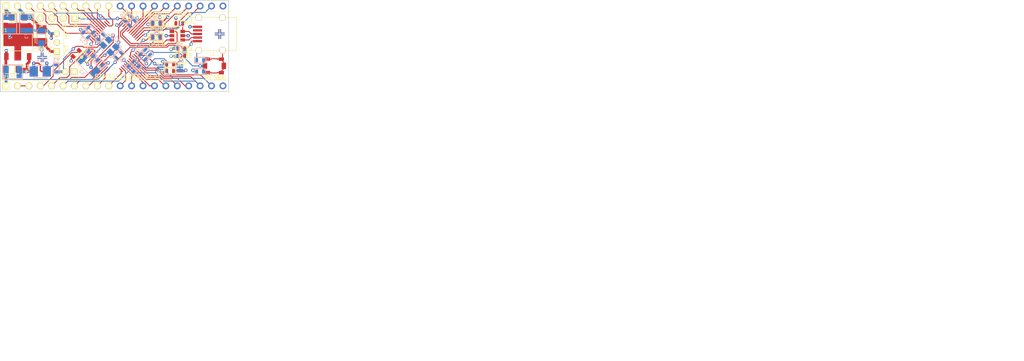
<source format=kicad_pcb>
(kicad_pcb (version 4) (host pcbnew 4.0.7)

  (general
    (links 149)
    (no_connects 0)
    (area 38.834287 108.425 279.778571 194.875)
    (thickness 1.6)
    (drawings 23)
    (tracks 638)
    (zones 0)
    (modules 52)
    (nets 60)
  )

  (page A4)
  (layers
    (0 F.Cu signal)
    (1 +3.3V power hide)
    (2 GND power hide)
    (31 B.Cu signal)
    (32 B.Adhes user hide)
    (34 B.Paste user hide)
    (35 F.Paste user hide)
    (36 B.SilkS user)
    (37 F.SilkS user)
    (38 B.Mask user)
    (39 F.Mask user)
    (44 Edge.Cuts user)
    (48 B.Fab user)
    (49 F.Fab user hide)
  )

  (setup
    (last_trace_width 0.2032)
    (user_trace_width 0.3048)
    (user_trace_width 0.6096)
    (user_trace_width 1.2192)
    (user_trace_width 2.4384)
    (trace_clearance 0.1778)
    (zone_clearance 0.6)
    (zone_45_only no)
    (trace_min 0.1778)
    (segment_width 0.2)
    (edge_width 0.15)
    (via_size 0.762)
    (via_drill 0.3048)
    (via_min_size 0.7)
    (via_min_drill 0.3)
    (uvia_size 0.3)
    (uvia_drill 0.1)
    (uvias_allowed no)
    (uvia_min_size 0.2)
    (uvia_min_drill 0.1)
    (pcb_text_width 0.3)
    (pcb_text_size 1.5 1.5)
    (mod_edge_width 0.15)
    (mod_text_size 1 1)
    (mod_text_width 0.15)
    (pad_size 1.6 1.6)
    (pad_drill 0.8)
    (pad_to_mask_clearance 0.2)
    (aux_axis_origin 52.08 134.61)
    (grid_origin 52.08 134.61)
    (visible_elements 7FFEFF79)
    (pcbplotparams
      (layerselection 0x010f0_80000007)
      (usegerberextensions true)
      (excludeedgelayer true)
      (linewidth 0.100000)
      (plotframeref false)
      (viasonmask false)
      (mode 1)
      (useauxorigin true)
      (hpglpennumber 1)
      (hpglpenspeed 20)
      (hpglpendiameter 15)
      (hpglpenoverlay 2)
      (psnegative false)
      (psa4output false)
      (plotreference true)
      (plotvalue false)
      (plotinvisibletext false)
      (padsonsilk false)
      (subtractmaskfromsilk false)
      (outputformat 1)
      (mirror false)
      (drillshape 0)
      (scaleselection 1)
      (outputdirectory CAM/))
  )

  (net 0 "")
  (net 1 "Net-(C1-Pad1)")
  (net 2 GND)
  (net 3 /X1)
  (net 4 /X3)
  (net 5 /~MRST)
  (net 6 /X2)
  (net 7 /X4)
  (net 8 /USB_DM)
  (net 9 /USB_DP)
  (net 10 "Net-(D2-Pad4)")
  (net 11 +3.3V)
  (net 12 "Net-(D2-Pad6)")
  (net 13 /+3.3V_OUT)
  (net 14 +5V)
  (net 15 "Net-(J1-Pad4)")
  (net 16 /VBAT)
  (net 17 /PC13)
  (net 18 /PA0)
  (net 19 /PA1)
  (net 20 /PA2)
  (net 21 /PA3)
  (net 22 /PA4)
  (net 23 /PA5)
  (net 24 /PA6)
  (net 25 /PA7)
  (net 26 /PB0)
  (net 27 /PB1)
  (net 28 /PB2)
  (net 29 /PB10)
  (net 30 /PB11)
  (net 31 /+3.3V_IN)
  (net 32 /PB9)
  (net 33 /PB8)
  (net 34 /PB7)
  (net 35 /PB6)
  (net 36 /PB5)
  (net 37 /PB4)
  (net 38 /PB3)
  (net 39 /PA15)
  (net 40 /PA10)
  (net 41 /PA9)
  (net 42 /PA8)
  (net 43 /PB15)
  (net 44 /PB14)
  (net 45 /PB13)
  (net 46 /PB12)
  (net 47 /SWDIO)
  (net 48 /SWCLK)
  (net 49 /BOOT)
  (net 50 "Net-(D4-PadA)")
  (net 51 "Net-(D5-PadA)")
  (net 52 /WP)
  (net 53 "Net-(D6-Pad2)")
  (net 54 "Net-(D6-Pad1)")
  (net 55 "Net-(D6-Pad3)")
  (net 56 /+3.3V_EXT)
  (net 57 /+3.3V_DIR)
  (net 58 /VBAT_EXT)
  (net 59 /NC)

  (net_class Default "This is the default net class."
    (clearance 0.1778)
    (trace_width 0.2032)
    (via_dia 0.762)
    (via_drill 0.3048)
    (uvia_dia 0.3)
    (uvia_drill 0.1)
    (add_net +3.3V)
    (add_net +5V)
    (add_net /+3.3V_DIR)
    (add_net /+3.3V_EXT)
    (add_net /+3.3V_IN)
    (add_net /+3.3V_OUT)
    (add_net /BOOT)
    (add_net /NC)
    (add_net /PA0)
    (add_net /PA1)
    (add_net /PA10)
    (add_net /PA15)
    (add_net /PA2)
    (add_net /PA3)
    (add_net /PA4)
    (add_net /PA5)
    (add_net /PA6)
    (add_net /PA7)
    (add_net /PA8)
    (add_net /PA9)
    (add_net /PB0)
    (add_net /PB1)
    (add_net /PB10)
    (add_net /PB11)
    (add_net /PB12)
    (add_net /PB13)
    (add_net /PB14)
    (add_net /PB15)
    (add_net /PB2)
    (add_net /PB3)
    (add_net /PB4)
    (add_net /PB5)
    (add_net /PB6)
    (add_net /PB7)
    (add_net /PB8)
    (add_net /PB9)
    (add_net /PC13)
    (add_net /SWCLK)
    (add_net /SWDIO)
    (add_net /USB_DM)
    (add_net /USB_DP)
    (add_net /VBAT)
    (add_net /VBAT_EXT)
    (add_net /WP)
    (add_net /X1)
    (add_net /X2)
    (add_net /X3)
    (add_net /X4)
    (add_net /~MRST)
    (add_net GND)
    (add_net "Net-(C1-Pad1)")
    (add_net "Net-(D2-Pad4)")
    (add_net "Net-(D2-Pad6)")
    (add_net "Net-(D4-PadA)")
    (add_net "Net-(D5-PadA)")
    (add_net "Net-(D6-Pad1)")
    (add_net "Net-(D6-Pad2)")
    (add_net "Net-(D6-Pad3)")
    (add_net "Net-(J1-Pad4)")
  )

  (module Kicad:P0603 (layer B.Cu) (tedit 5B06FBB2) (tstamp 5ADF6CBD)
    (at 72.2 126.2 315)
    (descr "0603 PASSIVE")
    (tags CHIP)
    (path /5ADF5FF4)
    (attr smd)
    (fp_text reference C4 (at 0.282843 -1.272792 315) (layer B.SilkS)
      (effects (font (size 0.75 0.75) (thickness 0.1)) (justify mirror))
    )
    (fp_text value 12pF (at 0 -1.3 315) (layer B.SilkS) hide
      (effects (font (size 0.65 0.65) (thickness 0.0975)) (justify mirror))
    )
    (fp_line (start -1.25 0.65) (end 1.25 0.65) (layer B.SilkS) (width 0.2))
    (fp_line (start 1.25 0.65) (end 1.25 -0.65) (layer B.SilkS) (width 0.2))
    (fp_line (start 1.25 -0.65) (end -1.25 -0.65) (layer B.SilkS) (width 0.2))
    (fp_line (start -1.25 -0.65) (end -1.25 0.65) (layer B.SilkS) (width 0.2))
    (pad 1 smd rect (at -0.75 0 315) (size 0.6 0.9) (layers B.Cu B.Paste B.Mask)
      (net 4 /X3))
    (pad 2 smd rect (at 0.75 0 315) (size 0.6 0.9) (layers B.Cu B.Paste B.Mask)
      (net 2 GND))
    (model P0603.wrl
      (at (xyz 0 0 0))
      (scale (xyz 0.3937 0.3937 0.3937))
      (rotate (xyz 0 0 0))
    )
  )

  (module Kicad:P0603 (layer B.Cu) (tedit 5B06FBC0) (tstamp 5ADF6CB7)
    (at 74.3585 122.428 225)
    (descr "0603 PASSIVE")
    (tags CHIP)
    (path /5ADF5ED6)
    (attr smd)
    (fp_text reference C3 (at 2.000001 0 225) (layer B.SilkS)
      (effects (font (size 0.75 0.75) (thickness 0.1)) (justify mirror))
    )
    (fp_text value 12pF (at 0 -1.3 225) (layer B.SilkS) hide
      (effects (font (size 0.65 0.65) (thickness 0.0975)) (justify mirror))
    )
    (fp_line (start -1.25 0.65) (end 1.25 0.65) (layer B.SilkS) (width 0.2))
    (fp_line (start 1.25 0.65) (end 1.25 -0.65) (layer B.SilkS) (width 0.2))
    (fp_line (start 1.25 -0.65) (end -1.25 -0.65) (layer B.SilkS) (width 0.2))
    (fp_line (start -1.25 -0.65) (end -1.25 0.65) (layer B.SilkS) (width 0.2))
    (pad 1 smd rect (at -0.75 0 225) (size 0.6 0.9) (layers B.Cu B.Paste B.Mask)
      (net 3 /X1))
    (pad 2 smd rect (at 0.75 0 225) (size 0.6 0.9) (layers B.Cu B.Paste B.Mask)
      (net 2 GND))
    (model P0603.wrl
      (at (xyz 0 0 0))
      (scale (xyz 0.3937 0.3937 0.3937))
      (rotate (xyz 0 0 0))
    )
  )

  (module Kicad:P0603 (layer B.Cu) (tedit 5B072286) (tstamp 5ADF6CC3)
    (at 96.52 127.635 180)
    (descr "0603 PASSIVE")
    (tags CHIP)
    (path /5ADF6E29)
    (attr smd)
    (fp_text reference C5 (at -2.03 0.235 180) (layer B.SilkS)
      (effects (font (size 0.75 0.75) (thickness 0.1)) (justify mirror))
    )
    (fp_text value 0.010uF (at 0 -1.3 180) (layer B.SilkS) hide
      (effects (font (size 0.65 0.65) (thickness 0.0975)) (justify mirror))
    )
    (fp_line (start -1.25 0.65) (end 1.25 0.65) (layer B.SilkS) (width 0.2))
    (fp_line (start 1.25 0.65) (end 1.25 -0.65) (layer B.SilkS) (width 0.2))
    (fp_line (start 1.25 -0.65) (end -1.25 -0.65) (layer B.SilkS) (width 0.2))
    (fp_line (start -1.25 -0.65) (end -1.25 0.65) (layer B.SilkS) (width 0.2))
    (pad 1 smd rect (at -0.75 0 180) (size 0.6 0.9) (layers B.Cu B.Paste B.Mask)
      (net 5 /~MRST))
    (pad 2 smd rect (at 0.75 0 180) (size 0.6 0.9) (layers B.Cu B.Paste B.Mask)
      (net 2 GND))
    (model P0603.wrl
      (at (xyz 0 0 0))
      (scale (xyz 0.3937 0.3937 0.3937))
      (rotate (xyz 0 0 0))
    )
  )

  (module Kicad:P0603 (layer B.Cu) (tedit 5B06FB99) (tstamp 5ADF6CC9)
    (at 78.4225 126.556 45)
    (descr "0603 PASSIVE")
    (tags CHIP)
    (path /5ADF5FA3)
    (attr smd)
    (fp_text reference C6 (at -0.047023 1.287995 45) (layer B.SilkS)
      (effects (font (size 0.75 0.75) (thickness 0.1)) (justify mirror))
    )
    (fp_text value 12pF (at 0 -1.3 45) (layer B.SilkS) hide
      (effects (font (size 0.65 0.65) (thickness 0.0975)) (justify mirror))
    )
    (fp_line (start -1.25 0.65) (end 1.25 0.65) (layer B.SilkS) (width 0.2))
    (fp_line (start 1.25 0.65) (end 1.25 -0.65) (layer B.SilkS) (width 0.2))
    (fp_line (start 1.25 -0.65) (end -1.25 -0.65) (layer B.SilkS) (width 0.2))
    (fp_line (start -1.25 -0.65) (end -1.25 0.65) (layer B.SilkS) (width 0.2))
    (pad 1 smd rect (at -0.75 0 45) (size 0.6 0.9) (layers B.Cu B.Paste B.Mask)
      (net 6 /X2))
    (pad 2 smd rect (at 0.75 0 45) (size 0.6 0.9) (layers B.Cu B.Paste B.Mask)
      (net 2 GND))
    (model P0603.wrl
      (at (xyz 0 0 0))
      (scale (xyz 0.3937 0.3937 0.3937))
      (rotate (xyz 0 0 0))
    )
  )

  (module Kicad:P0603 (layer B.Cu) (tedit 5B06FBA5) (tstamp 5ADF6CCF)
    (at 74.3 128.2 135)
    (descr "0603 PASSIVE")
    (tags CHIP)
    (path /5ADF62E7)
    (attr smd)
    (fp_text reference C7 (at 0 1.3 135) (layer B.SilkS)
      (effects (font (size 0.75 0.75) (thickness 0.1)) (justify mirror))
    )
    (fp_text value 12pF (at 0 -1.3 135) (layer B.SilkS) hide
      (effects (font (size 0.65 0.65) (thickness 0.0975)) (justify mirror))
    )
    (fp_line (start -1.25 0.65) (end 1.25 0.65) (layer B.SilkS) (width 0.2))
    (fp_line (start 1.25 0.65) (end 1.25 -0.65) (layer B.SilkS) (width 0.2))
    (fp_line (start 1.25 -0.65) (end -1.25 -0.65) (layer B.SilkS) (width 0.2))
    (fp_line (start -1.25 -0.65) (end -1.25 0.65) (layer B.SilkS) (width 0.2))
    (pad 1 smd rect (at -0.75 0 135) (size 0.6 0.9) (layers B.Cu B.Paste B.Mask)
      (net 7 /X4))
    (pad 2 smd rect (at 0.75 0 135) (size 0.6 0.9) (layers B.Cu B.Paste B.Mask)
      (net 2 GND))
    (model P0603.wrl
      (at (xyz 0 0 0))
      (scale (xyz 0.3937 0.3937 0.3937))
      (rotate (xyz 0 0 0))
    )
  )

  (module Kicad:SOT23-6 (layer F.Cu) (tedit 5B071146) (tstamp 5ADF6CDF)
    (at 92.6465 122.174 270)
    (path /5ADF7438)
    (fp_text reference D2 (at -1.874 2.7965 360) (layer F.SilkS)
      (effects (font (size 0.75 0.75) (thickness 0.1)))
    )
    (fp_text value USBLC6-2 (at 1 -3.3 270) (layer F.Fab) hide
      (effects (font (size 1 1) (thickness 0.15)))
    )
    (fp_line (start -1.5 0.6) (end 1.5 0.6) (layer F.SilkS) (width 0.15))
    (fp_line (start 1.5 0.6) (end 1.5 1.8) (layer F.SilkS) (width 0.15))
    (fp_line (start 1.5 1.8) (end -1.5 1.8) (layer F.SilkS) (width 0.15))
    (fp_line (start -1.5 1.8) (end -1.5 0.6) (layer F.SilkS) (width 0.15))
    (fp_circle (center -1 3.5) (end -0.9 3.5) (layer F.SilkS) (width 0.15))
    (pad 1 smd rect (at -0.95 2.4 270) (size 0.7 1) (layers F.Cu F.Paste F.Mask)
      (net 9 /USB_DP))
    (pad 2 smd rect (at 0 2.4 270) (size 0.7 1) (layers F.Cu F.Paste F.Mask)
      (net 2 GND))
    (pad 3 smd rect (at 0.95 2.4 270) (size 0.7 1) (layers F.Cu F.Paste F.Mask)
      (net 8 /USB_DM))
    (pad 4 smd rect (at 0.95 0 270) (size 0.7 1) (layers F.Cu F.Paste F.Mask)
      (net 10 "Net-(D2-Pad4)"))
    (pad 5 smd rect (at 0 0 270) (size 0.7 1) (layers F.Cu F.Paste F.Mask)
      (net 11 +3.3V))
    (pad 6 smd rect (at -0.95 0 270) (size 0.7 1) (layers F.Cu F.Paste F.Mask)
      (net 12 "Net-(D2-Pad6)"))
  )

  (module Kicad:CONN_USB_UX60-MB (layer F.Cu) (tedit 5B06FAD0) (tstamp 5ADF6D00)
    (at 96.012 121.793 90)
    (path /5ADF733C)
    (fp_text reference J1 (at -4.445 3.175 180) (layer F.SilkS)
      (effects (font (size 0.75 0.75) (thickness 0.1)))
    )
    (fp_text value USB_MINI_B_SMD (at 4 -4 90) (layer F.Fab) hide
      (effects (font (size 1 1) (thickness 0.15)))
    )
    (fp_line (start 1.8 1.1) (end 1.9 1.1) (layer F.Fab) (width 0.15))
    (fp_line (start 1.9 1.1) (end 1.9 1.6) (layer F.Fab) (width 0.15))
    (fp_line (start 1.9 1.6) (end 1.2 1.6) (layer F.Fab) (width 0.15))
    (fp_line (start 1.2 1.6) (end 1.2 2.8) (layer F.Fab) (width 0.15))
    (fp_line (start 1.2 2.8) (end 3.7 2.8) (layer F.Fab) (width 0.15))
    (fp_line (start 3.7 2.8) (end 3.7 4.6) (layer F.Fab) (width 0.15))
    (fp_line (start 3.7 4.6) (end 2.8 4.6) (layer F.Fab) (width 0.15))
    (fp_line (start 2.8 4.6) (end 2.8 6.4) (layer F.Fab) (width 0.15))
    (fp_line (start 2.8 6.4) (end 3.7 6.4) (layer F.Fab) (width 0.15))
    (fp_line (start 3.7 6.4) (end 3.7 8.6) (layer F.Fab) (width 0.15))
    (fp_line (start 3.7 8.6) (end -3.7 8.6) (layer F.Fab) (width 0.15))
    (fp_line (start -3.7 8.6) (end -3.7 6.4) (layer F.Fab) (width 0.15))
    (fp_line (start -3.7 6.4) (end -2.8 6.4) (layer F.Fab) (width 0.15))
    (fp_line (start -2.8 6.4) (end -2.8 4.6) (layer F.Fab) (width 0.15))
    (fp_line (start -2.8 4.6) (end -3.7 4.6) (layer F.Fab) (width 0.15))
    (fp_line (start -3.7 4.6) (end -3.7 2.8) (layer F.Fab) (width 0.15))
    (fp_line (start -3.7 2.8) (end -1.2 2.8) (layer F.Fab) (width 0.15))
    (fp_line (start -1.2 2.8) (end -1.2 1.6) (layer F.Fab) (width 0.15))
    (fp_line (start -1.2 1.6) (end -1.9 1.6) (layer F.Fab) (width 0.15))
    (fp_line (start -1.9 1.6) (end -1.9 1.1) (layer F.Fab) (width 0.15))
    (fp_line (start -1.9 1.1) (end 1.8 1.1) (layer F.Fab) (width 0.15))
    (fp_line (start -3.7 -0.7) (end -3.7 -1.4) (layer F.SilkS) (width 0.15))
    (fp_line (start -3.7 -1.4) (end -2.3 -1.4) (layer F.SilkS) (width 0.15))
    (fp_line (start -2.3 -1.4) (end -2.3 -0.5) (layer F.SilkS) (width 0.15))
    (fp_line (start -3.7 4.6) (end -3.7 1.1) (layer F.SilkS) (width 0.15))
    (fp_line (start 3.7 6.4) (end 3.7 8.6) (layer F.SilkS) (width 0.15))
    (fp_line (start 3.7 8.6) (end -3.7 8.6) (layer F.SilkS) (width 0.15))
    (fp_line (start -3.7 8.6) (end -3.7 6.4) (layer F.SilkS) (width 0.15))
    (fp_line (start 3.7 1.1) (end 3.7 4.6) (layer F.SilkS) (width 0.15))
    (fp_line (start 2.4 -0.5) (end 2.4 -1.4) (layer F.SilkS) (width 0.15))
    (fp_line (start 2.4 -1.4) (end 3.7 -1.4) (layer F.SilkS) (width 0.15))
    (fp_line (start 3.7 -1.4) (end 3.7 -0.7) (layer F.SilkS) (width 0.15))
    (pad 3 smd rect (at 0 -0.05 90) (size 0.5 2) (layers F.Cu F.Paste F.Mask)
      (net 12 "Net-(D2-Pad6)"))
    (pad 4 smd rect (at 0.8 -0.05 90) (size 0.5 2) (layers F.Cu F.Paste F.Mask)
      (net 15 "Net-(J1-Pad4)"))
    (pad 5 smd rect (at 1.6 -0.05 90) (size 0.5 2) (layers F.Cu F.Paste F.Mask)
      (net 2 GND))
    (pad 1 smd rect (at -1.6 -0.05 90) (size 0.5 2) (layers F.Cu F.Paste F.Mask)
      (net 53 "Net-(D6-Pad2)"))
    (pad 2 smd rect (at -0.8 -0.05 90) (size 0.5 2) (layers F.Cu F.Paste F.Mask)
      (net 10 "Net-(D2-Pad4)"))
    (pad "" np_thru_hole circle (at -1.75 2.2 90) (size 0.9 0.9) (drill 0.9) (layers *.Cu *.Mask F.SilkS))
    (pad "" np_thru_hole circle (at 1.75 2.2 90) (size 0.9 0.9) (drill 0.9) (layers *.Cu *.Mask F.SilkS))
    (pad 6 thru_hole circle (at -3.65 0.2 90) (size 1.5 1.5) (drill 1.2) (layers *.Cu *.Mask F.SilkS)
      (net 2 GND))
    (pad 7 thru_hole circle (at 3.65 0.2 90) (size 1.5 1.5) (drill 1.2) (layers *.Cu *.Mask F.SilkS)
      (net 2 GND))
    (pad 8 thru_hole circle (at -3.65 5.5 90) (size 1.5 1.5) (drill 1.2) (layers *.Cu *.Mask F.SilkS)
      (net 2 GND))
    (pad 9 thru_hole circle (at 3.65 5.5 90) (size 1.5 1.5) (drill 1.2) (layers *.Cu *.Mask F.SilkS)
      (net 2 GND))
  )

  (module Kicad:HEADER_1X20_100MIL (layer F.Cu) (tedit 5B06FCA7) (tstamp 5ADF6D18)
    (at 53.34 133.35)
    (path /5ADFB6F4)
    (fp_text reference P1 (at 0.06 -1.95) (layer F.SilkS)
      (effects (font (size 0.7 0.7) (thickness 0.1)))
    )
    (fp_text value CONN_1x20 (at 6.35 3.175) (layer F.Fab) hide
      (effects (font (size 1 1) (thickness 0.15)))
    )
    (fp_line (start 39.37 -1.27) (end 49.53 -1.27) (layer F.SilkS) (width 0.1))
    (fp_line (start 49.53 -1.27) (end 49.53 1.27) (layer F.SilkS) (width 0.1))
    (fp_line (start 49.53 1.27) (end 39.37 1.27) (layer F.SilkS) (width 0.1))
    (fp_line (start 24.13 1.27) (end 39.37 1.27) (layer F.SilkS) (width 0.1524))
    (fp_line (start 39.37 -1.27) (end 24.13 -1.27) (layer F.SilkS) (width 0.1524))
    (fp_line (start 24.13 1.27) (end -1.27 1.27) (layer F.SilkS) (width 0.1524))
    (fp_line (start -1.27 1.27) (end -1.27 -1.27) (layer F.SilkS) (width 0.15))
    (fp_line (start -1.27 -1.27) (end 24.13 -1.27) (layer F.SilkS) (width 0.15))
    (pad 1 thru_hole rect (at 0 0) (size 1.524 1.524) (drill 0.9144) (layers *.Cu *.Mask F.SilkS)
      (net 14 +5V))
    (pad 2 thru_hole circle (at 2.54 0) (size 1.524 1.524) (drill 0.9144) (layers *.Cu *.Mask F.SilkS)
      (net 59 /NC))
    (pad 3 thru_hole circle (at 5.08 0) (size 1.524 1.524) (drill 0.9144) (layers *.Cu *.Mask F.SilkS)
      (net 59 /NC))
    (pad 4 thru_hole circle (at 7.62 0) (size 1.524 1.524) (drill 0.9144) (layers *.Cu *.Mask F.SilkS)
      (net 58 /VBAT_EXT))
    (pad 5 thru_hole circle (at 10.16 0) (size 1.524 1.524) (drill 0.9144) (layers *.Cu *.Mask F.SilkS)
      (net 17 /PC13))
    (pad 6 thru_hole circle (at 12.7 0) (size 1.524 1.524) (drill 0.9144) (layers *.Cu *.Mask F.SilkS)
      (net 5 /~MRST))
    (pad 7 thru_hole circle (at 15.24 0) (size 1.524 1.524) (drill 0.9144) (layers *.Cu *.Mask F.SilkS)
      (net 18 /PA0))
    (pad 8 thru_hole circle (at 17.78 0) (size 1.524 1.524) (drill 0.9144) (layers *.Cu *.Mask F.SilkS)
      (net 19 /PA1))
    (pad 9 thru_hole circle (at 20.32 0) (size 1.524 1.524) (drill 0.9144) (layers *.Cu *.Mask F.SilkS)
      (net 20 /PA2))
    (pad 10 thru_hole circle (at 22.86 0) (size 1.524 1.524) (drill 0.9144) (layers *.Cu *.Mask F.SilkS)
      (net 21 /PA3))
    (pad 11 thru_hole circle (at 25.4 0) (size 1.524 1.524) (drill 0.9144) (layers *.Cu *.Mask)
      (net 22 /PA4))
    (pad 12 thru_hole circle (at 27.94 0) (size 1.524 1.524) (drill 0.9144) (layers *.Cu *.Mask)
      (net 23 /PA5))
    (pad 13 thru_hole circle (at 30.48 0) (size 1.524 1.524) (drill 0.9144) (layers *.Cu *.Mask)
      (net 24 /PA6))
    (pad 14 thru_hole circle (at 33.02 0) (size 1.524 1.524) (drill 0.9144) (layers *.Cu *.Mask)
      (net 25 /PA7))
    (pad 15 thru_hole circle (at 35.56 0) (size 1.524 1.524) (drill 0.9144) (layers *.Cu *.Mask)
      (net 26 /PB0))
    (pad 16 thru_hole circle (at 38.1 0) (size 1.524 1.524) (drill 0.9144) (layers *.Cu *.Mask)
      (net 27 /PB1))
    (pad 17 thru_hole circle (at 40.64 0) (size 1.524 1.524) (drill 0.9144) (layers *.Cu *.Mask)
      (net 28 /PB2))
    (pad 18 thru_hole circle (at 43.18 0) (size 1.524 1.524) (drill 0.9144) (layers *.Cu *.Mask)
      (net 29 /PB10))
    (pad 19 thru_hole circle (at 45.72 0) (size 1.524 1.524) (drill 0.9144) (layers *.Cu *.Mask)
      (net 30 /PB11))
    (pad 20 thru_hole circle (at 48.26 0) (size 1.524 1.524) (drill 0.9144) (layers *.Cu *.Mask)
      (net 2 GND))
  )

  (module Kicad:HEADER_1X20_100MIL (layer F.Cu) (tedit 5B0721E9) (tstamp 5ADF6D30)
    (at 53.34 115.57)
    (path /5ADFB762)
    (fp_text reference P2 (at -0.04 1.93) (layer F.SilkS)
      (effects (font (size 0.75 0.75) (thickness 0.1)))
    )
    (fp_text value CONN_1x20 (at 6.35 3.175) (layer F.Fab) hide
      (effects (font (size 1 1) (thickness 0.15)))
    )
    (fp_line (start 39.37 -1.27) (end 49.53 -1.27) (layer F.SilkS) (width 0.1))
    (fp_line (start 49.53 -1.27) (end 49.53 1.27) (layer F.SilkS) (width 0.1))
    (fp_line (start 49.53 1.27) (end 39.37 1.27) (layer F.SilkS) (width 0.1))
    (fp_line (start 24.13 1.27) (end 39.37 1.27) (layer F.SilkS) (width 0.1524))
    (fp_line (start 39.37 -1.27) (end 24.13 -1.27) (layer F.SilkS) (width 0.1524))
    (fp_line (start 24.13 1.27) (end -1.27 1.27) (layer F.SilkS) (width 0.1524))
    (fp_line (start -1.27 1.27) (end -1.27 -1.27) (layer F.SilkS) (width 0.15))
    (fp_line (start -1.27 -1.27) (end 24.13 -1.27) (layer F.SilkS) (width 0.15))
    (pad 1 thru_hole rect (at 0 0) (size 1.524 1.524) (drill 0.9144) (layers *.Cu *.Mask F.SilkS)
      (net 13 /+3.3V_OUT))
    (pad 2 thru_hole circle (at 2.54 0) (size 1.524 1.524) (drill 0.9144) (layers *.Cu *.Mask F.SilkS)
      (net 31 /+3.3V_IN))
    (pad 3 thru_hole circle (at 5.08 0) (size 1.524 1.524) (drill 0.9144) (layers *.Cu *.Mask F.SilkS)
      (net 32 /PB9))
    (pad 4 thru_hole circle (at 7.62 0) (size 1.524 1.524) (drill 0.9144) (layers *.Cu *.Mask F.SilkS)
      (net 33 /PB8))
    (pad 5 thru_hole circle (at 10.16 0) (size 1.524 1.524) (drill 0.9144) (layers *.Cu *.Mask F.SilkS)
      (net 34 /PB7))
    (pad 6 thru_hole circle (at 12.7 0) (size 1.524 1.524) (drill 0.9144) (layers *.Cu *.Mask F.SilkS)
      (net 35 /PB6))
    (pad 7 thru_hole circle (at 15.24 0) (size 1.524 1.524) (drill 0.9144) (layers *.Cu *.Mask F.SilkS)
      (net 36 /PB5))
    (pad 8 thru_hole circle (at 17.78 0) (size 1.524 1.524) (drill 0.9144) (layers *.Cu *.Mask F.SilkS)
      (net 37 /PB4))
    (pad 9 thru_hole circle (at 20.32 0) (size 1.524 1.524) (drill 0.9144) (layers *.Cu *.Mask F.SilkS)
      (net 38 /PB3))
    (pad 10 thru_hole circle (at 22.86 0) (size 1.524 1.524) (drill 0.9144) (layers *.Cu *.Mask F.SilkS)
      (net 39 /PA15))
    (pad 11 thru_hole circle (at 25.4 0) (size 1.524 1.524) (drill 0.9144) (layers *.Cu *.Mask)
      (net 9 /USB_DP))
    (pad 12 thru_hole circle (at 27.94 0) (size 1.524 1.524) (drill 0.9144) (layers *.Cu *.Mask)
      (net 8 /USB_DM))
    (pad 13 thru_hole circle (at 30.48 0) (size 1.524 1.524) (drill 0.9144) (layers *.Cu *.Mask)
      (net 40 /PA10))
    (pad 14 thru_hole circle (at 33.02 0) (size 1.524 1.524) (drill 0.9144) (layers *.Cu *.Mask)
      (net 41 /PA9))
    (pad 15 thru_hole circle (at 35.56 0) (size 1.524 1.524) (drill 0.9144) (layers *.Cu *.Mask)
      (net 42 /PA8))
    (pad 16 thru_hole circle (at 38.1 0) (size 1.524 1.524) (drill 0.9144) (layers *.Cu *.Mask)
      (net 43 /PB15))
    (pad 17 thru_hole circle (at 40.64 0) (size 1.524 1.524) (drill 0.9144) (layers *.Cu *.Mask)
      (net 44 /PB14))
    (pad 18 thru_hole circle (at 43.18 0) (size 1.524 1.524) (drill 0.9144) (layers *.Cu *.Mask)
      (net 45 /PB13))
    (pad 19 thru_hole circle (at 45.72 0) (size 1.524 1.524) (drill 0.9144) (layers *.Cu *.Mask)
      (net 46 /PB12))
    (pad 20 thru_hole circle (at 48.26 0) (size 1.524 1.524) (drill 0.9144) (layers *.Cu *.Mask)
      (net 2 GND))
  )

  (module Kicad:Connector_1x4_100mil_TH (layer F.Cu) (tedit 5B170D70) (tstamp 5ADF6D38)
    (at 68.6 118.25 270)
    (path /5ADF7E72)
    (fp_text reference P3 (at -0.05 -2.15 540) (layer F.SilkS)
      (effects (font (size 0.7 0.7) (thickness 0.1)))
    )
    (fp_text value CONN_1x4 (at 2.54 -5.08 270) (layer F.Fab) hide
      (effects (font (size 1 1) (thickness 0.15)))
    )
    (fp_line (start -1.27 -1.27) (end 1.27 -1.27) (layer F.SilkS) (width 0.15))
    (fp_line (start 1.27 -1.27) (end 1.27 8.89) (layer F.SilkS) (width 0.15))
    (fp_line (start 1.27 8.89) (end -1.27 8.89) (layer F.SilkS) (width 0.15))
    (fp_line (start -1.27 8.89) (end -1.27 -1.27) (layer F.SilkS) (width 0.15))
    (pad 1 thru_hole rect (at 0 0 270) (size 1.6 1.6) (drill 0.8) (layers *.Cu *.Mask F.SilkS)
      (net 47 /SWDIO))
    (pad 2 thru_hole circle (at 0 2.54 270) (size 1.6 1.6) (drill 0.8) (layers *.Cu *.Mask F.SilkS)
      (net 2 GND))
    (pad 3 thru_hole circle (at 0 5.08 270) (size 1.6 1.6) (drill 0.8) (layers *.Cu *.Mask F.SilkS)
      (net 48 /SWCLK))
    (pad 4 thru_hole circle (at 0 7.62 270) (size 1.6 1.6) (drill 0.8) (layers *.Cu *.Mask F.SilkS)
      (net 11 +3.3V))
  )

  (module Kicad:P0603 (layer F.Cu) (tedit 5B071E37) (tstamp 5ADF6D44)
    (at 91.8845 119.444)
    (descr "0603 PASSIVE")
    (tags CHIP)
    (path /5ADF7549)
    (attr smd)
    (fp_text reference R1 (at 2.0155 -0.144) (layer F.SilkS)
      (effects (font (size 0.75 0.75) (thickness 0.1)))
    )
    (fp_text value 1.50kΩ (at 0 1.3) (layer F.SilkS) hide
      (effects (font (size 0.65 0.65) (thickness 0.0975)))
    )
    (fp_line (start -1.25 -0.65) (end 1.25 -0.65) (layer F.SilkS) (width 0.2))
    (fp_line (start 1.25 -0.65) (end 1.25 0.65) (layer F.SilkS) (width 0.2))
    (fp_line (start 1.25 0.65) (end -1.25 0.65) (layer F.SilkS) (width 0.2))
    (fp_line (start -1.25 0.65) (end -1.25 -0.65) (layer F.SilkS) (width 0.2))
    (pad 1 smd rect (at -0.75 0) (size 0.6 0.9) (layers F.Cu F.Paste F.Mask)
      (net 11 +3.3V))
    (pad 2 smd rect (at 0.75 0) (size 0.6 0.9) (layers F.Cu F.Paste F.Mask)
      (net 12 "Net-(D2-Pad6)"))
    (model P0603.wrl
      (at (xyz 0 0 0))
      (scale (xyz 0.3937 0.3937 0.3937))
      (rotate (xyz 0 0 0))
    )
  )

  (module Kicad:P0603 (layer F.Cu) (tedit 5B0716CF) (tstamp 5ADF6D4A)
    (at 92.35 125.05 180)
    (descr "0603 PASSIVE")
    (tags CHIP)
    (path /5B073597)
    (attr smd)
    (fp_text reference R2 (at 1.95 0 360) (layer F.SilkS)
      (effects (font (size 0.75 0.75) (thickness 0.1)))
    )
    (fp_text value ZERO_Ω (at 0 1.3 180) (layer F.SilkS) hide
      (effects (font (size 0.65 0.65) (thickness 0.0975)))
    )
    (fp_line (start -1.25 -0.65) (end 1.25 -0.65) (layer F.SilkS) (width 0.2))
    (fp_line (start 1.25 -0.65) (end 1.25 0.65) (layer F.SilkS) (width 0.2))
    (fp_line (start 1.25 0.65) (end -1.25 0.65) (layer F.SilkS) (width 0.2))
    (fp_line (start -1.25 0.65) (end -1.25 -0.65) (layer F.SilkS) (width 0.2))
    (pad 1 smd rect (at -0.75 0 180) (size 0.6 0.9) (layers F.Cu F.Paste F.Mask)
      (net 14 +5V))
    (pad 2 smd rect (at 0.75 0 180) (size 0.6 0.9) (layers F.Cu F.Paste F.Mask)
      (net 55 "Net-(D6-Pad3)"))
    (model P0603.wrl
      (at (xyz 0 0 0))
      (scale (xyz 0.3937 0.3937 0.3937))
      (rotate (xyz 0 0 0))
    )
  )

  (module Kicad:P0603 (layer B.Cu) (tedit 5B197D6D) (tstamp 5ADF6D50)
    (at 64.5 129.45 90)
    (descr "0603 PASSIVE")
    (tags CHIP)
    (path /5ADF6AE3)
    (attr smd)
    (fp_text reference R3 (at 1.9 0.05 180) (layer B.SilkS)
      (effects (font (size 0.75 0.75) (thickness 0.1)) (justify mirror))
    )
    (fp_text value 10.0kΩ (at 0 -1.3 90) (layer B.SilkS) hide
      (effects (font (size 0.65 0.65) (thickness 0.0975)) (justify mirror))
    )
    (fp_line (start -1.25 0.65) (end 1.25 0.65) (layer B.SilkS) (width 0.2))
    (fp_line (start 1.25 0.65) (end 1.25 -0.65) (layer B.SilkS) (width 0.2))
    (fp_line (start 1.25 -0.65) (end -1.25 -0.65) (layer B.SilkS) (width 0.2))
    (fp_line (start -1.25 -0.65) (end -1.25 0.65) (layer B.SilkS) (width 0.2))
    (pad 1 smd rect (at -0.75 0 90) (size 0.6 0.9) (layers B.Cu B.Paste B.Mask)
      (net 49 /BOOT))
    (pad 2 smd rect (at 0.75 0 90) (size 0.6 0.9) (layers B.Cu B.Paste B.Mask)
      (net 11 +3.3V))
    (model P0603.wrl
      (at (xyz 0 0 0))
      (scale (xyz 0.3937 0.3937 0.3937))
      (rotate (xyz 0 0 0))
    )
  )

  (module Kicad:P0603 (layer B.Cu) (tedit 5B07228A) (tstamp 5ADF6D56)
    (at 96.52 130.175 180)
    (descr "0603 PASSIVE")
    (tags CHIP)
    (path /5ADF6DC0)
    (attr smd)
    (fp_text reference R4 (at -2.03 -0.475 180) (layer B.SilkS)
      (effects (font (size 0.75 0.75) (thickness 0.1)) (justify mirror))
    )
    (fp_text value 10.0kΩ (at 0 -1.3 180) (layer B.SilkS) hide
      (effects (font (size 0.65 0.65) (thickness 0.0975)) (justify mirror))
    )
    (fp_line (start -1.25 0.65) (end 1.25 0.65) (layer B.SilkS) (width 0.2))
    (fp_line (start 1.25 0.65) (end 1.25 -0.65) (layer B.SilkS) (width 0.2))
    (fp_line (start 1.25 -0.65) (end -1.25 -0.65) (layer B.SilkS) (width 0.2))
    (fp_line (start -1.25 -0.65) (end -1.25 0.65) (layer B.SilkS) (width 0.2))
    (pad 1 smd rect (at -0.75 0 180) (size 0.6 0.9) (layers B.Cu B.Paste B.Mask)
      (net 5 /~MRST))
    (pad 2 smd rect (at 0.75 0 180) (size 0.6 0.9) (layers B.Cu B.Paste B.Mask)
      (net 11 +3.3V))
    (model P0603.wrl
      (at (xyz 0 0 0))
      (scale (xyz 0.3937 0.3937 0.3937))
      (rotate (xyz 0 0 0))
    )
  )

  (module Kicad:SOT223_4 (layer F.Cu) (tedit 5B06FC8A) (tstamp 5ADF6D6D)
    (at 55.95 126.8)
    (path /5AF32282)
    (fp_text reference U1 (at -3.048 -5.842) (layer F.SilkS)
      (effects (font (size 0.75 0.75) (thickness 0.1)))
    )
    (fp_text value LM1117_SOT223 (at 0 -3.5) (layer F.Fab) hide
      (effects (font (size 1 1) (thickness 0.15)))
    )
    (fp_line (start -3.25 -5) (end 3.25 -5) (layer F.SilkS) (width 0.15))
    (fp_line (start 3.25 -5) (end 3.25 -1.25) (layer F.SilkS) (width 0.15))
    (fp_line (start 3.25 -1.25) (end -3.25 -1.25) (layer F.SilkS) (width 0.15))
    (fp_line (start -3.25 -1.25) (end -3.25 -5) (layer F.SilkS) (width 0.15))
    (pad 1 smd rect (at -2.54 0) (size 1 1.5) (layers F.Cu F.Paste F.Mask)
      (net 2 GND))
    (pad 2 smd rect (at 0 0) (size 1 1.5) (layers F.Cu F.Paste F.Mask)
      (net 56 /+3.3V_EXT))
    (pad 3 smd rect (at 2.54 0) (size 1 1.5) (layers F.Cu F.Paste F.Mask)
      (net 1 "Net-(C1-Pad1)"))
    (pad 4 smd rect (at 0 -6.5) (size 4 1.5) (layers F.Cu F.Paste F.Mask)
      (net 56 /+3.3V_EXT))
  )

  (module Kicad:XTAL_3.2X2.5 (layer B.Cu) (tedit 5ADF8856) (tstamp 5ADF6DAA)
    (at 76.2 123.126 315)
    (path /5ADF5DFB)
    (fp_text reference X1 (at 1.145 -1.64 315) (layer B.SilkS)
      (effects (font (size 0.75 0.75) (thickness 0.1)) (justify mirror))
    )
    (fp_text value ABM8G-12.00MHz (at 3.9 3.400001 315) (layer B.Fab) hide
      (effects (font (size 1 1) (thickness 0.15)) (justify mirror))
    )
    (fp_circle (center -0.2 -1.4) (end 0 -1.4) (layer B.SilkS) (width 0.381))
    (fp_line (start 3.1 2.5) (end 3.1 -0.9) (layer B.SilkS) (width 0.127))
    (fp_line (start 3.1 -0.9) (end -0.9 -0.9) (layer B.SilkS) (width 0.127))
    (fp_line (start -0.9 -0.9) (end -0.9 2.6) (layer B.SilkS) (width 0.127))
    (fp_line (start -0.9 2.6) (end 3.1 2.6) (layer B.SilkS) (width 0.127))
    (fp_line (start 3.1 2.6) (end 3.1 2.4) (layer B.SilkS) (width 0.127))
    (pad 1 smd rect (at 0 0 315) (size 1.397 1.1938) (layers B.Cu B.Paste B.Mask)
      (net 3 /X1))
    (pad 2 smd rect (at 2.2098 0 315) (size 1.397 1.1938) (layers B.Cu B.Paste B.Mask)
      (net 2 GND))
    (pad 3 smd rect (at 2.2098 1.7018 315) (size 1.397 1.1938) (layers B.Cu B.Paste B.Mask)
      (net 6 /X2))
    (pad 4 smd rect (at 0 1.7018 315) (size 1.397 1.1938) (layers B.Cu B.Paste B.Mask)
      (net 2 GND))
  )

  (module Kicad:XTAL_1.8X4.9mm (layer B.Cu) (tedit 5B06FB83) (tstamp 5ADF6DB0)
    (at 70.3 127.4 315)
    (path /5ADF5E28)
    (fp_text reference X2 (at 2.05061 2.12132 315) (layer B.SilkS)
      (effects (font (size 0.75 0.75) (thickness 0.1)) (justify mirror))
    )
    (fp_text value ABS10-32.768kHz (at 5.2 2.4 315) (layer B.Fab) hide
      (effects (font (size 1 1) (thickness 0.15)) (justify mirror))
    )
    (fp_line (start -0.8 1.3) (end 5 1.3) (layer B.SilkS) (width 0.127))
    (fp_line (start 5 1.3) (end 5 -1.3) (layer B.SilkS) (width 0.127))
    (fp_line (start 5 -1.3) (end -0.9 -1.3) (layer B.SilkS) (width 0.127))
    (fp_line (start -0.9 -1.3) (end -0.9 1.3) (layer B.SilkS) (width 0.127))
    (pad 1 smd rect (at 0 0 315) (size 1.27 2.2098) (layers B.Cu B.Paste B.Mask)
      (net 4 /X3))
    (pad 2 smd rect (at 4.064 0 315) (size 1.27 2.2098) (layers B.Cu B.Paste B.Mask)
      (net 7 /X4))
  )

  (module Kicad:P0603 (layer B.Cu) (tedit 5B0722AB) (tstamp 5ADF7685)
    (at 84.836 125.857 315)
    (descr "0603 PASSIVE")
    (tags CHIP)
    (path /5ADFEE6E)
    (attr smd)
    (fp_text reference C8 (at -2.081015 -0.050205 315) (layer B.SilkS)
      (effects (font (size 0.75 0.75) (thickness 0.1)) (justify mirror))
    )
    (fp_text value 0.10uF (at 0 -1.3 315) (layer B.SilkS) hide
      (effects (font (size 0.65 0.65) (thickness 0.0975)) (justify mirror))
    )
    (fp_line (start -1.25 0.65) (end 1.25 0.65) (layer B.SilkS) (width 0.2))
    (fp_line (start 1.25 0.65) (end 1.25 -0.65) (layer B.SilkS) (width 0.2))
    (fp_line (start 1.25 -0.65) (end -1.25 -0.65) (layer B.SilkS) (width 0.2))
    (fp_line (start -1.25 -0.65) (end -1.25 0.65) (layer B.SilkS) (width 0.2))
    (pad 1 smd rect (at -0.75 0 315) (size 0.6 0.9) (layers B.Cu B.Paste B.Mask)
      (net 11 +3.3V))
    (pad 2 smd rect (at 0.75 0 315) (size 0.6 0.9) (layers B.Cu B.Paste B.Mask)
      (net 2 GND))
    (model P0603.wrl
      (at (xyz 0 0 0))
      (scale (xyz 0.3937 0.3937 0.3937))
      (rotate (xyz 0 0 0))
    )
  )

  (module Kicad:P0603 (layer B.Cu) (tedit 5B0722A6) (tstamp 5ADF768B)
    (at 83.82 126.873 315)
    (descr "0603 PASSIVE")
    (tags CHIP)
    (path /5ADFEFE1)
    (attr smd)
    (fp_text reference C9 (at -2.151726 -0.002121 315) (layer B.SilkS)
      (effects (font (size 0.75 0.75) (thickness 0.1)) (justify mirror))
    )
    (fp_text value 10.0uF (at 0 -1.3 315) (layer B.SilkS) hide
      (effects (font (size 0.65 0.65) (thickness 0.0975)) (justify mirror))
    )
    (fp_line (start -1.25 0.65) (end 1.25 0.65) (layer B.SilkS) (width 0.2))
    (fp_line (start 1.25 0.65) (end 1.25 -0.65) (layer B.SilkS) (width 0.2))
    (fp_line (start 1.25 -0.65) (end -1.25 -0.65) (layer B.SilkS) (width 0.2))
    (fp_line (start -1.25 -0.65) (end -1.25 0.65) (layer B.SilkS) (width 0.2))
    (pad 1 smd rect (at -0.75 0 315) (size 0.6 0.9) (layers B.Cu B.Paste B.Mask)
      (net 11 +3.3V))
    (pad 2 smd rect (at 0.75 0 315) (size 0.6 0.9) (layers B.Cu B.Paste B.Mask)
      (net 2 GND))
    (model P0603.wrl
      (at (xyz 0 0 0))
      (scale (xyz 0.3937 0.3937 0.3937))
      (rotate (xyz 0 0 0))
    )
  )

  (module Kicad:P0603 (layer B.Cu) (tedit 5B0722BA) (tstamp 5ADF7691)
    (at 80.3 118.3 45)
    (descr "0603 PASSIVE")
    (tags CHIP)
    (path /5ADFF0CA)
    (attr smd)
    (fp_text reference C10 (at 0.318198 -1.237437 45) (layer B.SilkS)
      (effects (font (size 0.75 0.75) (thickness 0.1)) (justify mirror))
    )
    (fp_text value 0.10uF (at 0 -1.3 45) (layer B.SilkS) hide
      (effects (font (size 0.65 0.65) (thickness 0.0975)) (justify mirror))
    )
    (fp_line (start -1.25 0.65) (end 1.25 0.65) (layer B.SilkS) (width 0.2))
    (fp_line (start 1.25 0.65) (end 1.25 -0.65) (layer B.SilkS) (width 0.2))
    (fp_line (start 1.25 -0.65) (end -1.25 -0.65) (layer B.SilkS) (width 0.2))
    (fp_line (start -1.25 -0.65) (end -1.25 0.65) (layer B.SilkS) (width 0.2))
    (pad 1 smd rect (at -0.75 0 45) (size 0.6 0.9) (layers B.Cu B.Paste B.Mask)
      (net 11 +3.3V))
    (pad 2 smd rect (at 0.75 0 45) (size 0.6 0.9) (layers B.Cu B.Paste B.Mask)
      (net 2 GND))
    (model P0603.wrl
      (at (xyz 0 0 0))
      (scale (xyz 0.3937 0.3937 0.3937))
      (rotate (xyz 0 0 0))
    )
  )

  (module Kicad:P0603 (layer B.Cu) (tedit 5B0722B5) (tstamp 5ADF7697)
    (at 81.4 119.4 45)
    (descr "0603 PASSIVE")
    (tags CHIP)
    (path /5ADFF13E)
    (attr smd)
    (fp_text reference C11 (at 0.070711 1.484924 45) (layer B.SilkS)
      (effects (font (size 0.75 0.75) (thickness 0.1)) (justify mirror))
    )
    (fp_text value 10.0uF (at 0 -1.3 45) (layer B.SilkS) hide
      (effects (font (size 0.65 0.65) (thickness 0.0975)) (justify mirror))
    )
    (fp_line (start -1.25 0.65) (end 1.25 0.65) (layer B.SilkS) (width 0.2))
    (fp_line (start 1.25 0.65) (end 1.25 -0.65) (layer B.SilkS) (width 0.2))
    (fp_line (start 1.25 -0.65) (end -1.25 -0.65) (layer B.SilkS) (width 0.2))
    (fp_line (start -1.25 -0.65) (end -1.25 0.65) (layer B.SilkS) (width 0.2))
    (pad 1 smd rect (at -0.75 0 45) (size 0.6 0.9) (layers B.Cu B.Paste B.Mask)
      (net 11 +3.3V))
    (pad 2 smd rect (at 0.75 0 45) (size 0.6 0.9) (layers B.Cu B.Paste B.Mask)
      (net 2 GND))
    (model P0603.wrl
      (at (xyz 0 0 0))
      (scale (xyz 0.3937 0.3937 0.3937))
      (rotate (xyz 0 0 0))
    )
  )

  (module Kicad:P0603 (layer B.Cu) (tedit 5B0722C3) (tstamp 5ADF769D)
    (at 71.05 122 315)
    (descr "0603 PASSIVE")
    (tags CHIP)
    (path /5ADFF1B9)
    (attr smd)
    (fp_text reference C12 (at 0.671751 1.308148 315) (layer B.SilkS)
      (effects (font (size 0.75 0.75) (thickness 0.1)) (justify mirror))
    )
    (fp_text value 0.10uF (at 0 -1.3 315) (layer B.SilkS) hide
      (effects (font (size 0.65 0.65) (thickness 0.0975)) (justify mirror))
    )
    (fp_line (start -1.25 0.65) (end 1.25 0.65) (layer B.SilkS) (width 0.2))
    (fp_line (start 1.25 0.65) (end 1.25 -0.65) (layer B.SilkS) (width 0.2))
    (fp_line (start 1.25 -0.65) (end -1.25 -0.65) (layer B.SilkS) (width 0.2))
    (fp_line (start -1.25 -0.65) (end -1.25 0.65) (layer B.SilkS) (width 0.2))
    (pad 1 smd rect (at -0.75 0 315) (size 0.6 0.9) (layers B.Cu B.Paste B.Mask)
      (net 11 +3.3V))
    (pad 2 smd rect (at 0.75 0 315) (size 0.6 0.9) (layers B.Cu B.Paste B.Mask)
      (net 2 GND))
    (model P0603.wrl
      (at (xyz 0 0 0))
      (scale (xyz 0.3937 0.3937 0.3937))
      (rotate (xyz 0 0 0))
    )
  )

  (module Kicad:P0603 (layer B.Cu) (tedit 5B0715CD) (tstamp 5ADF76A3)
    (at 72.2 120.9 315)
    (descr "0603 PASSIVE")
    (tags CHIP)
    (path /5ADFF23D)
    (attr smd)
    (fp_text reference C13 (at -0.212132 -1.272792 315) (layer B.SilkS)
      (effects (font (size 0.75 0.75) (thickness 0.1)) (justify mirror))
    )
    (fp_text value 10.0uF (at 0 -1.3 315) (layer B.SilkS) hide
      (effects (font (size 0.65 0.65) (thickness 0.0975)) (justify mirror))
    )
    (fp_line (start -1.25 0.65) (end 1.25 0.65) (layer B.SilkS) (width 0.2))
    (fp_line (start 1.25 0.65) (end 1.25 -0.65) (layer B.SilkS) (width 0.2))
    (fp_line (start 1.25 -0.65) (end -1.25 -0.65) (layer B.SilkS) (width 0.2))
    (fp_line (start -1.25 -0.65) (end -1.25 0.65) (layer B.SilkS) (width 0.2))
    (pad 1 smd rect (at -0.75 0 315) (size 0.6 0.9) (layers B.Cu B.Paste B.Mask)
      (net 11 +3.3V))
    (pad 2 smd rect (at 0.75 0 315) (size 0.6 0.9) (layers B.Cu B.Paste B.Mask)
      (net 2 GND))
    (model P0603.wrl
      (at (xyz 0 0 0))
      (scale (xyz 0.3937 0.3937 0.3937))
      (rotate (xyz 0 0 0))
    )
  )

  (module Kicad:P1210 (layer B.Cu) (tedit 5B197C0C) (tstamp 5ADF6CF1)
    (at 54.15 119.55 90)
    (descr P1210)
    (tags CHIP)
    (path /5ADFC441)
    (attr smd)
    (fp_text reference F2 (at -2.8 0.15 90) (layer B.SilkS)
      (effects (font (size 0.75 0.75) (thickness 0.1)) (justify mirror))
    )
    (fp_text value FUSE_PTC_.5A_33V (at 0 -2.2 90) (layer B.SilkS) hide
      (effects (font (size 0.65 0.65) (thickness 0.0975)) (justify mirror))
    )
    (fp_line (start -2.225 1.55) (end 2.225 1.55) (layer B.SilkS) (width 0.2))
    (fp_line (start 2.225 1.55) (end 2.225 -1.55) (layer B.SilkS) (width 0.2))
    (fp_line (start 2.225 -1.55) (end -2.225 -1.55) (layer B.SilkS) (width 0.2))
    (fp_line (start -2.225 -1.55) (end -2.225 1.55) (layer B.SilkS) (width 0.2))
    (pad 1 smd rect (at -1.45 0 90) (size 1.15 2.7) (layers B.Cu B.Paste B.Mask)
      (net 56 /+3.3V_EXT))
    (pad 2 smd rect (at 1.45 0 90) (size 1.15 2.7) (layers B.Cu B.Paste B.Mask)
      (net 13 /+3.3V_OUT))
    (model P1210.wrl
      (at (xyz 0 0 0))
      (scale (xyz 0.3937 0.3937 0.3937))
      (rotate (xyz 0 0 0))
    )
  )

  (module Kicad:P1210 (layer B.Cu) (tedit 5B197B57) (tstamp 5ADF6CEB)
    (at 54.8 130.25)
    (descr P1210)
    (tags CHIP)
    (path /5ADFC513)
    (attr smd)
    (fp_text reference F1 (at 3.175 -0.127) (layer B.SilkS)
      (effects (font (size 0.75 0.75) (thickness 0.1)) (justify mirror))
    )
    (fp_text value FUSE_PTC_.75A_33V (at 0 -2.2) (layer B.SilkS) hide
      (effects (font (size 0.65 0.65) (thickness 0.0975)) (justify mirror))
    )
    (fp_line (start -2.225 1.55) (end 2.225 1.55) (layer B.SilkS) (width 0.2))
    (fp_line (start 2.225 1.55) (end 2.225 -1.55) (layer B.SilkS) (width 0.2))
    (fp_line (start 2.225 -1.55) (end -2.225 -1.55) (layer B.SilkS) (width 0.2))
    (fp_line (start -2.225 -1.55) (end -2.225 1.55) (layer B.SilkS) (width 0.2))
    (pad 1 smd rect (at -1.45 0) (size 1.15 2.7) (layers B.Cu B.Paste B.Mask)
      (net 14 +5V))
    (pad 2 smd rect (at 1.45 0) (size 1.15 2.7) (layers B.Cu B.Paste B.Mask)
      (net 1 "Net-(C1-Pad1)"))
    (model P1210.wrl
      (at (xyz 0 0 0))
      (scale (xyz 0.3937 0.3937 0.3937))
      (rotate (xyz 0 0 0))
    )
  )

  (module Kicad:QFP48_7X7_0.5 (layer F.Cu) (tedit 5ADF9E9F) (tstamp 5ADF6DA2)
    (at 77.47 124.46 45)
    (path /5ADF5877)
    (fp_text reference U2 (at -4.669733 -4.400325 45) (layer F.SilkS)
      (effects (font (size 0.75 0.75) (thickness 0.1)))
    )
    (fp_text value STM32L152Cxx (at 0.635 7.62 45) (layer F.Fab) hide
      (effects (font (size 1.2 1.2) (thickness 0.15)))
    )
    (fp_circle (center -6.93166 -3.4036) (end -6.70814 -3.42392) (layer F.SilkS) (width 0.3))
    (fp_line (start -3.5 -3.25) (end -3.25 -3.5) (layer F.SilkS) (width 0.15))
    (fp_line (start 3.25 -3.5) (end 3.5 -3.5) (layer F.SilkS) (width 0.15))
    (fp_line (start 3.5 -3.5) (end 3.5 -3.25) (layer F.SilkS) (width 0.15))
    (fp_line (start -3.25 3.5) (end -3.5 3.5) (layer F.SilkS) (width 0.15))
    (fp_line (start -3.5 3.5) (end -3.5 3.25) (layer F.SilkS) (width 0.15))
    (fp_line (start 3.25 3.5) (end 3.5 3.5) (layer F.SilkS) (width 0.15))
    (fp_line (start 3.5 3.5) (end 3.5 3.25) (layer F.SilkS) (width 0.15))
    (fp_line (start -6.1 -6.1) (end 6.1 -6.1) (layer F.CrtYd) (width 0.15))
    (fp_line (start 6.1 -6.1) (end 6.1 6.1) (layer F.CrtYd) (width 0.15))
    (fp_line (start 6.1 6.1) (end -6.1 6.1) (layer F.CrtYd) (width 0.15))
    (fp_line (start -6.1 6.1) (end -6.1 -6.1) (layer F.CrtYd) (width 0.15))
    (pad 1 smd oval (at -4.85 -2.75 135) (size 0.2 1.2) (layers F.Cu F.Paste F.Mask)
      (net 16 /VBAT))
    (pad 2 smd oval (at -4.85 -2.25 135) (size 0.2 1.2) (layers F.Cu F.Paste F.Mask)
      (net 17 /PC13))
    (pad 3 smd oval (at -4.85 -1.75 135) (size 0.2 1.2) (layers F.Cu F.Paste F.Mask)
      (net 4 /X3))
    (pad 4 smd oval (at -4.85 -1.25 135) (size 0.2 1.2) (layers F.Cu F.Paste F.Mask)
      (net 7 /X4))
    (pad 5 smd oval (at -4.85 -0.75 135) (size 0.2 1.2) (layers F.Cu F.Paste F.Mask)
      (net 3 /X1))
    (pad 6 smd oval (at -4.85 -0.25 135) (size 0.2 1.2) (layers F.Cu F.Paste F.Mask)
      (net 6 /X2))
    (pad 7 smd oval (at -4.85 0.25 135) (size 0.2 1.2) (layers F.Cu F.Paste F.Mask)
      (net 5 /~MRST))
    (pad 8 smd oval (at -4.85 0.75 135) (size 0.2 1.2) (layers F.Cu F.Paste F.Mask)
      (net 2 GND))
    (pad 9 smd oval (at -4.85 1.25 135) (size 0.2 1.2) (layers F.Cu F.Paste F.Mask)
      (net 11 +3.3V))
    (pad 10 smd oval (at -4.85 1.75 135) (size 0.2 1.2) (layers F.Cu F.Paste F.Mask)
      (net 18 /PA0))
    (pad 11 smd oval (at -4.85 2.25 135) (size 0.2 1.2) (layers F.Cu F.Paste F.Mask)
      (net 19 /PA1))
    (pad 12 smd oval (at -4.85 2.75 135) (size 0.2 1.2) (layers F.Cu F.Paste F.Mask)
      (net 20 /PA2))
    (pad 13 smd oval (at -2.75 4.85 45) (size 0.2 1.2) (layers F.Cu F.Paste F.Mask)
      (net 21 /PA3))
    (pad 14 smd oval (at -2.25 4.85 45) (size 0.2 1.2) (layers F.Cu F.Paste F.Mask)
      (net 22 /PA4))
    (pad 15 smd oval (at -1.75 4.85 45) (size 0.2 1.2) (layers F.Cu F.Paste F.Mask)
      (net 23 /PA5))
    (pad 16 smd oval (at -1.25 4.85 45) (size 0.2 1.2) (layers F.Cu F.Paste F.Mask)
      (net 24 /PA6))
    (pad 17 smd oval (at -0.75 4.85 45) (size 0.2 1.2) (layers F.Cu F.Paste F.Mask)
      (net 25 /PA7))
    (pad 18 smd oval (at -0.25 4.85 45) (size 0.2 1.2) (layers F.Cu F.Paste F.Mask)
      (net 26 /PB0))
    (pad 19 smd oval (at 0.25 4.85 45) (size 0.2 1.2) (layers F.Cu F.Paste F.Mask)
      (net 27 /PB1))
    (pad 20 smd oval (at 0.75 4.85 45) (size 0.2 1.2) (layers F.Cu F.Paste F.Mask)
      (net 28 /PB2))
    (pad 21 smd oval (at 1.25 4.85 45) (size 0.2 1.2) (layers F.Cu F.Paste F.Mask)
      (net 29 /PB10))
    (pad 22 smd oval (at 1.75 4.85 45) (size 0.2 1.2) (layers F.Cu F.Paste F.Mask)
      (net 30 /PB11))
    (pad 23 smd oval (at 2.25 4.85 45) (size 0.2 1.2) (layers F.Cu F.Paste F.Mask)
      (net 2 GND))
    (pad 24 smd oval (at 2.75 4.85 45) (size 0.2 1.2) (layers F.Cu F.Paste F.Mask)
      (net 11 +3.3V))
    (pad 25 smd oval (at 4.85 2.75 135) (size 0.2 1.2) (layers F.Cu F.Paste F.Mask)
      (net 46 /PB12))
    (pad 26 smd oval (at 4.85 2.25 135) (size 0.2 1.2) (layers F.Cu F.Paste F.Mask)
      (net 45 /PB13))
    (pad 27 smd oval (at 4.85 1.75 135) (size 0.2 1.2) (layers F.Cu F.Paste F.Mask)
      (net 44 /PB14))
    (pad 28 smd oval (at 4.85 1.25 135) (size 0.2 1.2) (layers F.Cu F.Paste F.Mask)
      (net 43 /PB15))
    (pad 29 smd oval (at 4.85 0.75 135) (size 0.2 1.2) (layers F.Cu F.Paste F.Mask)
      (net 42 /PA8))
    (pad 30 smd oval (at 4.85 0.25 135) (size 0.2 1.2) (layers F.Cu F.Paste F.Mask)
      (net 41 /PA9))
    (pad 31 smd oval (at 4.85 -0.25 135) (size 0.2 1.2) (layers F.Cu F.Paste F.Mask)
      (net 40 /PA10))
    (pad 32 smd oval (at 4.85 -0.75 135) (size 0.2 1.2) (layers F.Cu F.Paste F.Mask)
      (net 8 /USB_DM))
    (pad 33 smd oval (at 4.85 -1.25 135) (size 0.2 1.2) (layers F.Cu F.Paste F.Mask)
      (net 9 /USB_DP))
    (pad 34 smd oval (at 4.85 -1.75 135) (size 0.2 1.2) (layers F.Cu F.Paste F.Mask)
      (net 47 /SWDIO))
    (pad 35 smd oval (at 4.85 -2.25 135) (size 0.2 1.2) (layers F.Cu F.Paste F.Mask)
      (net 2 GND))
    (pad 36 smd oval (at 4.85 -2.75 135) (size 0.2 1.2) (layers F.Cu F.Paste F.Mask)
      (net 11 +3.3V))
    (pad 37 smd oval (at 2.75 -4.85 45) (size 0.2 1.2) (layers F.Cu F.Paste F.Mask)
      (net 48 /SWCLK))
    (pad 38 smd oval (at 2.25 -4.85 45) (size 0.2 1.2) (layers F.Cu F.Paste F.Mask)
      (net 39 /PA15))
    (pad 39 smd oval (at 1.75 -4.85 45) (size 0.2 1.2) (layers F.Cu F.Paste F.Mask)
      (net 38 /PB3))
    (pad 40 smd oval (at 1.25 -4.85 45) (size 0.2 1.2) (layers F.Cu F.Paste F.Mask)
      (net 37 /PB4))
    (pad 41 smd oval (at 0.75 -4.85 45) (size 0.2 1.2) (layers F.Cu F.Paste F.Mask)
      (net 36 /PB5))
    (pad 42 smd oval (at 0.25 -4.85 45) (size 0.2 1.2) (layers F.Cu F.Paste F.Mask)
      (net 35 /PB6))
    (pad 43 smd oval (at -0.25 -4.85 45) (size 0.2 1.2) (layers F.Cu F.Paste F.Mask)
      (net 34 /PB7))
    (pad 44 smd oval (at -0.75 -4.85 45) (size 0.2 1.2) (layers F.Cu F.Paste F.Mask)
      (net 49 /BOOT))
    (pad 45 smd oval (at -1.25 -4.85 45) (size 0.2 1.2) (layers F.Cu F.Paste F.Mask)
      (net 33 /PB8))
    (pad 46 smd oval (at -1.75 -4.85 45) (size 0.2 1.2) (layers F.Cu F.Paste F.Mask)
      (net 32 /PB9))
    (pad 47 smd oval (at -2.25 -4.85 45) (size 0.2 1.2) (layers F.Cu F.Paste F.Mask)
      (net 2 GND))
    (pad 48 smd oval (at -2.75 -4.85 45) (size 0.2 1.2) (layers F.Cu F.Paste F.Mask)
      (net 11 +3.3V))
  )

  (module Kicad:D0805 (layer F.Cu) (tedit 5B07171F) (tstamp 5ADFA7FA)
    (at 86.8 122.5)
    (descr "DIODE 0805")
    (tags "CHIP MELF")
    (path /5AE01FCE)
    (attr smd)
    (fp_text reference D4 (at -2.3 0.05) (layer F.SilkS)
      (effects (font (size 0.75 0.75) (thickness 0.1)))
    )
    (fp_text value Led_Small (at 0 1.5) (layer F.SilkS) hide
      (effects (font (size 0.7 0.7) (thickness 0.1)))
    )
    (fp_text user ○ (at -1.9 -0.75) (layer F.SilkS)
      (effects (font (size 0.4 0.4) (thickness 0.1)))
    )
    (fp_line (start -1.5 -0.85) (end 1.5 -0.85) (layer F.SilkS) (width 0.2))
    (fp_line (start 1.5 -0.85) (end 1.5 0.85) (layer F.SilkS) (width 0.2))
    (fp_line (start 1.5 0.85) (end -1.5 0.85) (layer F.SilkS) (width 0.2))
    (fp_line (start -1.5 0.85) (end -1.5 -0.85) (layer F.SilkS) (width 0.2))
    (fp_line (start -0.2944 0) (end 0.2944 -0.34) (layer F.SilkS) (width 0.2))
    (fp_line (start 0.2944 -0.34) (end 0.2944 0.34) (layer F.SilkS) (width 0.2))
    (fp_line (start 0.2944 0.34) (end -0.2944 0) (layer F.SilkS) (width 0.2))
    (fp_line (start -0.2944 -0.34) (end -0.2944 0.34) (layer F.SilkS) (width 0.2))
    (pad K smd rect (at -0.95 0) (size 0.7 1.3) (layers F.Cu F.Paste F.Mask)
      (net 28 /PB2))
    (pad A smd rect (at 0.95 0) (size 0.7 1.3) (layers F.Cu F.Paste F.Mask)
      (net 50 "Net-(D4-PadA)"))
  )

  (module Kicad:D0805 (layer F.Cu) (tedit 5B071E32) (tstamp 5ADFA800)
    (at 86.8 119.35 180)
    (descr "DIODE 0805")
    (tags "CHIP MELF")
    (path /5AE01EA1)
    (attr smd)
    (fp_text reference D5 (at -2.25 -0.1 180) (layer F.SilkS)
      (effects (font (size 0.75 0.75) (thickness 0.1)))
    )
    (fp_text value Led_Small (at 0 1.5 180) (layer F.SilkS) hide
      (effects (font (size 0.7 0.7) (thickness 0.1)))
    )
    (fp_text user ○ (at -1.9 -0.75 180) (layer F.SilkS)
      (effects (font (size 0.4 0.4) (thickness 0.1)))
    )
    (fp_line (start -1.5 -0.85) (end 1.5 -0.85) (layer F.SilkS) (width 0.2))
    (fp_line (start 1.5 -0.85) (end 1.5 0.85) (layer F.SilkS) (width 0.2))
    (fp_line (start 1.5 0.85) (end -1.5 0.85) (layer F.SilkS) (width 0.2))
    (fp_line (start -1.5 0.85) (end -1.5 -0.85) (layer F.SilkS) (width 0.2))
    (fp_line (start -0.2944 0) (end 0.2944 -0.34) (layer F.SilkS) (width 0.2))
    (fp_line (start 0.2944 -0.34) (end 0.2944 0.34) (layer F.SilkS) (width 0.2))
    (fp_line (start 0.2944 0.34) (end -0.2944 0) (layer F.SilkS) (width 0.2))
    (fp_line (start -0.2944 -0.34) (end -0.2944 0.34) (layer F.SilkS) (width 0.2))
    (pad K smd rect (at -0.95 0 180) (size 0.7 1.3) (layers F.Cu F.Paste F.Mask)
      (net 2 GND))
    (pad A smd rect (at 0.95 0 180) (size 0.7 1.3) (layers F.Cu F.Paste F.Mask)
      (net 51 "Net-(D5-PadA)"))
  )

  (module Kicad:P0603 (layer B.Cu) (tedit 5B071150) (tstamp 5ADFA806)
    (at 86.8 122.5)
    (descr "0603 PASSIVE")
    (tags CHIP)
    (path /5AE020A9)
    (attr smd)
    (fp_text reference R5 (at 0.05 -1.25) (layer B.SilkS)
      (effects (font (size 0.75 0.75) (thickness 0.1)) (justify mirror))
    )
    (fp_text value 220.0Ω (at 0 -1.3) (layer B.SilkS) hide
      (effects (font (size 0.65 0.65) (thickness 0.0975)) (justify mirror))
    )
    (fp_line (start -1.25 0.65) (end 1.25 0.65) (layer B.SilkS) (width 0.2))
    (fp_line (start 1.25 0.65) (end 1.25 -0.65) (layer B.SilkS) (width 0.2))
    (fp_line (start 1.25 -0.65) (end -1.25 -0.65) (layer B.SilkS) (width 0.2))
    (fp_line (start -1.25 -0.65) (end -1.25 0.65) (layer B.SilkS) (width 0.2))
    (pad 1 smd rect (at -0.75 0) (size 0.6 0.9) (layers B.Cu B.Paste B.Mask)
      (net 11 +3.3V))
    (pad 2 smd rect (at 0.75 0) (size 0.6 0.9) (layers B.Cu B.Paste B.Mask)
      (net 50 "Net-(D4-PadA)"))
    (model P0603.wrl
      (at (xyz 0 0 0))
      (scale (xyz 0.3937 0.3937 0.3937))
      (rotate (xyz 0 0 0))
    )
  )

  (module Kicad:P0603 (layer B.Cu) (tedit 5B0722AF) (tstamp 5ADFA80C)
    (at 86.8 119.4 180)
    (descr "0603 PASSIVE")
    (tags CHIP)
    (path /5AE0210C)
    (attr smd)
    (fp_text reference R6 (at 0.15 1.3 180) (layer B.SilkS)
      (effects (font (size 0.75 0.75) (thickness 0.1)) (justify mirror))
    )
    (fp_text value 220.0Ω (at 0 -1.3 180) (layer B.SilkS) hide
      (effects (font (size 0.65 0.65) (thickness 0.0975)) (justify mirror))
    )
    (fp_line (start -1.25 0.65) (end 1.25 0.65) (layer B.SilkS) (width 0.2))
    (fp_line (start 1.25 0.65) (end 1.25 -0.65) (layer B.SilkS) (width 0.2))
    (fp_line (start 1.25 -0.65) (end -1.25 -0.65) (layer B.SilkS) (width 0.2))
    (fp_line (start -1.25 -0.65) (end -1.25 0.65) (layer B.SilkS) (width 0.2))
    (pad 1 smd rect (at -0.75 0 180) (size 0.6 0.9) (layers B.Cu B.Paste B.Mask)
      (net 11 +3.3V))
    (pad 2 smd rect (at 0.75 0 180) (size 0.6 0.9) (layers B.Cu B.Paste B.Mask)
      (net 51 "Net-(D5-PadA)"))
    (model P0603.wrl
      (at (xyz 0 0 0))
      (scale (xyz 0.3937 0.3937 0.3937))
      (rotate (xyz 0 0 0))
    )
  )

  (module Kicad:HEADER_1X2_2MM (layer F.Cu) (tedit 5B197D62) (tstamp 5AF341B4)
    (at 68.5 130.2 270)
    (path /5ADF5E70)
    (fp_text reference P4 (at -2 0.95 360) (layer F.SilkS)
      (effects (font (size 0.75 0.75) (thickness 0.1)))
    )
    (fp_text value Header_2x1 (at 3.2 -2.6 270) (layer F.Fab) hide
      (effects (font (size 0.7 0.7) (thickness 0.1)))
    )
    (fp_line (start 1.5 -1) (end 1.5 3) (layer F.SilkS) (width 0.1))
    (fp_line (start -1.5 -1) (end -1.5 3) (layer F.SilkS) (width 0.1))
    (fp_text user 1 (at -1.855 0.04 270) (layer F.SilkS) hide
      (effects (font (size 1 1) (thickness 0.15)))
    )
    (fp_line (start -1.5 3) (end 1.5 3) (layer F.SilkS) (width 0.1))
    (fp_line (start 1.5 -1) (end -1.5 -1) (layer F.SilkS) (width 0.1))
    (pad 1 thru_hole rect (at 0 0 270) (size 1.4 1.4) (drill 0.7) (layers *.Cu *.Mask F.SilkS)
      (net 2 GND))
    (pad 2 thru_hole circle (at 0 2 270) (size 1.4 1.4) (drill 0.7) (layers *.Cu *.Mask F.SilkS)
      (net 49 /BOOT))
  )

  (module Kicad:HEADER_1X3_2MM (layer F.Cu) (tedit 5B197DCB) (tstamp 5AF341BF)
    (at 64.65 125.7 180)
    (path /5ADFC3BE)
    (fp_text reference P5 (at 0 -1.6 180) (layer F.SilkS)
      (effects (font (size 0.75 0.75) (thickness 0.1)))
    )
    (fp_text value CONN_1x3 (at 3.2 -2.6 180) (layer F.Fab) hide
      (effects (font (size 0.7 0.7) (thickness 0.1)))
    )
    (fp_line (start 1.5 -1) (end 1.5 5) (layer F.SilkS) (width 0.1))
    (fp_line (start -1.5 5) (end -1.5 -1) (layer F.SilkS) (width 0.1))
    (fp_text user 1 (at 1.85 -0.1 180) (layer F.SilkS)
      (effects (font (size 0.75 0.75) (thickness 0.1)))
    )
    (fp_line (start -1.5 5) (end 1.5 5) (layer F.SilkS) (width 0.1))
    (fp_line (start 1.5 -1) (end -1.5 -1) (layer F.SilkS) (width 0.1))
    (pad 1 thru_hole rect (at 0 0 180) (size 1.4 1.4) (drill 0.7) (layers *.Cu *.Mask F.SilkS)
      (net 56 /+3.3V_EXT))
    (pad 2 thru_hole circle (at 0 2 180) (size 1.4 1.4) (drill 0.7) (layers *.Cu *.Mask F.SilkS)
      (net 11 +3.3V))
    (pad 3 thru_hole circle (at 0 4 180) (size 1.4 1.4) (drill 0.7) (layers *.Cu *.Mask F.SilkS)
      (net 57 /+3.3V_DIR))
  )

  (module Kicad:SWITCH_SPST_3X4MM (layer F.Cu) (tedit 5B070DCC) (tstamp 5AF341C0)
    (at 99.695 128.905 180)
    (path /5AF358FD)
    (fp_text reference SW1 (at -1.605 -2.645 180) (layer F.SilkS)
      (effects (font (size 0.75 0.75) (thickness 0.1)))
    )
    (fp_text value PUSHBUTTON_SPST_3X4MM (at 0.3 -10.1 180) (layer F.Fab) hide
      (effects (font (size 1 1) (thickness 0.15)))
    )
    (pad "" np_thru_hole circle (at 0 -0.9 180) (size 0.8 0.8) (drill 0.8) (layers *.Cu *.Mask))
    (pad "" np_thru_hole circle (at 0 0.9 180) (size 0.8 0.8) (drill 0.8) (layers *.Cu *.Mask))
    (pad 1 smd rect (at -2.1 0 180) (size 1 1.4) (layers F.Cu F.Paste F.Mask)
      (net 2 GND))
    (pad 2 smd rect (at 2.1 0 180) (size 1 1.4) (layers F.Cu F.Paste F.Mask)
      (net 5 /~MRST))
    (pad 3 smd rect (at -1.55 -1.5 180) (size 1.15 0.75) (layers F.Cu F.Paste F.Mask)
      (net 2 GND))
    (pad 4 smd rect (at 1.55 -1.5 180) (size 1.15 0.75) (layers F.Cu F.Paste F.Mask)
      (net 2 GND))
    (pad 5 smd rect (at 1.55 1.5 180) (size 1.15 0.75) (layers F.Cu F.Paste F.Mask)
      (net 2 GND))
    (pad 6 smd rect (at -1.55 1.5 180) (size 1.15 0.75) (layers F.Cu F.Paste F.Mask)
      (net 2 GND))
  )

  (module Kicad:P0603 (layer F.Cu) (tedit 5B070E2B) (tstamp 5B0755AF)
    (at 89.85 128.55 180)
    (descr "0603 PASSIVE")
    (tags CHIP)
    (path /5B071E42)
    (attr smd)
    (fp_text reference R7 (at 2.2 -0.05 180) (layer F.SilkS)
      (effects (font (size 0.65 0.65) (thickness 0.0975)))
    )
    (fp_text value ZERO_Ω (at 0 1.3 180) (layer F.SilkS) hide
      (effects (font (size 0.65 0.65) (thickness 0.0975)))
    )
    (fp_line (start -1.25 -0.65) (end 1.25 -0.65) (layer F.SilkS) (width 0.2))
    (fp_line (start 1.25 -0.65) (end 1.25 0.65) (layer F.SilkS) (width 0.2))
    (fp_line (start 1.25 0.65) (end -1.25 0.65) (layer F.SilkS) (width 0.2))
    (fp_line (start -1.25 0.65) (end -1.25 -0.65) (layer F.SilkS) (width 0.2))
    (pad 1 smd rect (at -0.75 0 180) (size 0.6 0.9) (layers F.Cu F.Paste F.Mask)
      (net 11 +3.3V))
    (pad 2 smd rect (at 0.75 0 180) (size 0.6 0.9) (layers F.Cu F.Paste F.Mask)
      (net 52 /WP))
    (model P0603.wrl
      (at (xyz 0 0 0))
      (scale (xyz 0.3937 0.3937 0.3937))
      (rotate (xyz 0 0 0))
    )
  )

  (module Kicad:P0603 (layer F.Cu) (tedit 5B070E23) (tstamp 5B0755B9)
    (at 89.85 130.05)
    (descr "0603 PASSIVE")
    (tags CHIP)
    (path /5B071DB1)
    (attr smd)
    (fp_text reference R8 (at -2.2 0.1) (layer F.SilkS)
      (effects (font (size 0.65 0.65) (thickness 0.0975)))
    )
    (fp_text value 4.70kΩ (at 0 1.3) (layer F.SilkS) hide
      (effects (font (size 0.65 0.65) (thickness 0.0975)))
    )
    (fp_line (start -1.25 -0.65) (end 1.25 -0.65) (layer F.SilkS) (width 0.2))
    (fp_line (start 1.25 -0.65) (end 1.25 0.65) (layer F.SilkS) (width 0.2))
    (fp_line (start 1.25 0.65) (end -1.25 0.65) (layer F.SilkS) (width 0.2))
    (fp_line (start -1.25 0.65) (end -1.25 -0.65) (layer F.SilkS) (width 0.2))
    (pad 1 smd rect (at -0.75 0) (size 0.6 0.9) (layers F.Cu F.Paste F.Mask)
      (net 52 /WP))
    (pad 2 smd rect (at 0.75 0) (size 0.6 0.9) (layers F.Cu F.Paste F.Mask)
      (net 2 GND))
    (model P0603.wrl
      (at (xyz 0 0 0))
      (scale (xyz 0.3937 0.3937 0.3937))
      (rotate (xyz 0 0 0))
    )
  )

  (module Kicad:MSOP8 (layer B.Cu) (tedit 5B070DA0) (tstamp 5B0755CA)
    (at 89.85 129.7 180)
    (descr "Small Outline w/ Pins")
    (tags MSOP8)
    (path /5B070E56)
    (attr smd)
    (fp_text reference U3 (at -2.5 1.9 180) (layer B.SilkS)
      (effects (font (size 0.65 0.65) (thickness 0.0975)) (justify mirror))
    )
    (fp_text value 24FCxx_/MS (at 0 -2.15 180) (layer B.SilkS) hide
      (effects (font (size 0.65 0.65) (thickness 0.0975)) (justify mirror))
    )
    (fp_line (start 1.3 1.5) (end 1.3 -1.1) (layer B.SilkS) (width 0.15))
    (fp_line (start -1.3 1.5) (end -1.3 -1.1) (layer B.SilkS) (width 0.15))
    (fp_text user ○ (at -1.7 1.6 180) (layer B.SilkS)
      (effects (font (size 0.4 0.4) (thickness 0.1)) (justify mirror))
    )
    (fp_line (start -1.3 1.5) (end 1.3 1.5) (layer B.SilkS) (width 0.2))
    (fp_line (start 1.3 -1.1) (end -1.3 -1.1) (layer B.SilkS) (width 0.2))
    (pad 1 smd rect (at -2.2 1 180) (size 1.4 0.3) (layers B.Cu B.Paste B.Mask)
      (net 2 GND))
    (pad 2 smd rect (at -2.2 0.5 180) (size 1.4 0.3) (layers B.Cu B.Paste B.Mask)
      (net 2 GND))
    (pad 3 smd rect (at -2.2 0 180) (size 1.4 0.3) (layers B.Cu B.Paste B.Mask)
      (net 2 GND))
    (pad 4 smd rect (at -2.2 -0.5 180) (size 1.4 0.3) (layers B.Cu B.Paste B.Mask)
      (net 2 GND))
    (pad 5 smd rect (at 2.2 -0.5 180) (size 1.4 0.3) (layers B.Cu B.Paste B.Mask)
      (net 30 /PB11))
    (pad 6 smd rect (at 2.2 0 180) (size 1.4 0.3) (layers B.Cu B.Paste B.Mask)
      (net 29 /PB10))
    (pad 7 smd rect (at 2.2 0.5 180) (size 1.4 0.3) (layers B.Cu B.Paste B.Mask)
      (net 52 /WP))
    (pad 8 smd rect (at 2.2 1 180) (size 1.4 0.3) (layers B.Cu B.Paste B.Mask)
      (net 11 +3.3V))
    (model MSOP10.wrl
      (at (xyz 0 0 0))
      (scale (xyz 0.3937 0.3937 0.3937))
      (rotate (xyz 0 0 0))
    )
  )

  (module Kicad:SOT23-3 (layer B.Cu) (tedit 5B07229F) (tstamp 5B07719E)
    (at 93.15 125.8 90)
    (path /5B07305B)
    (fp_text reference D6 (at 2.1 -1.2 180) (layer B.SilkS)
      (effects (font (size 0.75 0.75) (thickness 0.1)) (justify mirror))
    )
    (fp_text value BAT54C (at 1.3 1.5 90) (layer B.Fab) hide
      (effects (font (size 1 1) (thickness 0.15)) (justify mirror))
    )
    (fp_line (start -1.3 -0.6) (end -1.3 -1.4) (layer B.SilkS) (width 0.15))
    (fp_line (start -1.3 -1.4) (end 1.3 -1.4) (layer B.SilkS) (width 0.15))
    (fp_line (start 1.3 -1.4) (end 1.3 -0.6) (layer B.SilkS) (width 0.15))
    (fp_line (start 1.3 -0.6) (end -1.3 -0.6) (layer B.SilkS) (width 0.15))
    (pad 2 smd rect (at 0 0 90) (size 0.8 1) (layers B.Cu B.Paste B.Mask)
      (net 53 "Net-(D6-Pad2)"))
    (pad 1 smd rect (at -0.95 -2 90) (size 0.8 1) (layers B.Cu B.Paste B.Mask)
      (net 54 "Net-(D6-Pad1)"))
    (pad 3 smd rect (at 0.95 -2 90) (size 0.8 1) (layers B.Cu B.Paste B.Mask)
      (net 55 "Net-(D6-Pad3)"))
  )

  (module Kicad:P0603 (layer F.Cu) (tedit 5B0716CB) (tstamp 5B0771A8)
    (at 92.35 126.65 180)
    (descr "0603 PASSIVE")
    (tags CHIP)
    (path /5B073641)
    (attr smd)
    (fp_text reference R9 (at 2 -0.1 180) (layer F.SilkS)
      (effects (font (size 0.65 0.65) (thickness 0.0975)))
    )
    (fp_text value ZERO_Ω (at 0 1.3 180) (layer F.SilkS) hide
      (effects (font (size 0.65 0.65) (thickness 0.0975)))
    )
    (fp_line (start -1.25 -0.65) (end 1.25 -0.65) (layer F.SilkS) (width 0.2))
    (fp_line (start 1.25 -0.65) (end 1.25 0.65) (layer F.SilkS) (width 0.2))
    (fp_line (start 1.25 0.65) (end -1.25 0.65) (layer F.SilkS) (width 0.2))
    (fp_line (start -1.25 0.65) (end -1.25 -0.65) (layer F.SilkS) (width 0.2))
    (pad 1 smd rect (at -0.75 0 180) (size 0.6 0.9) (layers F.Cu F.Paste F.Mask)
      (net 11 +3.3V))
    (pad 2 smd rect (at 0.75 0 180) (size 0.6 0.9) (layers F.Cu F.Paste F.Mask)
      (net 54 "Net-(D6-Pad1)"))
    (model P0603.wrl
      (at (xyz 0 0 0))
      (scale (xyz 0.3937 0.3937 0.3937))
      (rotate (xyz 0 0 0))
    )
  )

  (module Kicad:P0603 (layer B.Cu) (tedit 5B073589) (tstamp 5B082DD5)
    (at 81.15 129.6 135)
    (descr "0603 PASSIVE")
    (tags CHIP)
    (path /5B078E46)
    (attr smd)
    (fp_text reference R10 (at -2.404163 0.282843 135) (layer B.SilkS)
      (effects (font (size 0.75 0.75) (thickness 0.1)) (justify mirror))
    )
    (fp_text value 3.30kΩ (at 0 -1.3 135) (layer B.SilkS) hide
      (effects (font (size 0.65 0.65) (thickness 0.0975)) (justify mirror))
    )
    (fp_line (start -1.25 0.65) (end 1.25 0.65) (layer B.SilkS) (width 0.2))
    (fp_line (start 1.25 0.65) (end 1.25 -0.65) (layer B.SilkS) (width 0.2))
    (fp_line (start 1.25 -0.65) (end -1.25 -0.65) (layer B.SilkS) (width 0.2))
    (fp_line (start -1.25 -0.65) (end -1.25 0.65) (layer B.SilkS) (width 0.2))
    (pad 1 smd rect (at -0.75 0 135) (size 0.6 0.9) (layers B.Cu B.Paste B.Mask)
      (net 29 /PB10))
    (pad 2 smd rect (at 0.75 0 135) (size 0.6 0.9) (layers B.Cu B.Paste B.Mask)
      (net 11 +3.3V))
    (model P0603.wrl
      (at (xyz 0 0 0))
      (scale (xyz 0.3937 0.3937 0.3937))
      (rotate (xyz 0 0 0))
    )
  )

  (module Kicad:P0603 (layer B.Cu) (tedit 5B073573) (tstamp 5B082DDF)
    (at 82.25 128.45 135)
    (descr "0603 PASSIVE")
    (tags CHIP)
    (path /5B078F2F)
    (attr smd)
    (fp_text reference R11 (at -2.227386 0.035355 135) (layer B.SilkS)
      (effects (font (size 0.75 0.75) (thickness 0.1)) (justify mirror))
    )
    (fp_text value 3.30kΩ (at 0 -1.3 135) (layer B.SilkS) hide
      (effects (font (size 0.65 0.65) (thickness 0.0975)) (justify mirror))
    )
    (fp_line (start -1.25 0.65) (end 1.25 0.65) (layer B.SilkS) (width 0.2))
    (fp_line (start 1.25 0.65) (end 1.25 -0.65) (layer B.SilkS) (width 0.2))
    (fp_line (start 1.25 -0.65) (end -1.25 -0.65) (layer B.SilkS) (width 0.2))
    (fp_line (start -1.25 -0.65) (end -1.25 0.65) (layer B.SilkS) (width 0.2))
    (pad 1 smd rect (at -0.75 0 135) (size 0.6 0.9) (layers B.Cu B.Paste B.Mask)
      (net 30 /PB11))
    (pad 2 smd rect (at 0.75 0 135) (size 0.6 0.9) (layers B.Cu B.Paste B.Mask)
      (net 11 +3.3V))
    (model P0603.wrl
      (at (xyz 0 0 0))
      (scale (xyz 0.3937 0.3937 0.3937))
      (rotate (xyz 0 0 0))
    )
  )

  (module Kicad:CAPACITOR_TANTALUM_B (layer F.Cu) (tedit 5B197DC7) (tstamp 5ADF6CB1)
    (at 61.2 122.2 90)
    (path /5ADFCCC3)
    (fp_text reference C2 (at -3.2 -1.15 180) (layer F.SilkS)
      (effects (font (size 0.7 0.7) (thickness 0.1)))
    )
    (fp_text value 33uF (at 6.604 -3.683 90) (layer F.Fab) hide
      (effects (font (size 1 1) (thickness 0.15)))
    )
    (fp_line (start 1.397 1.27) (end 1.397 1.397) (layer F.SilkS) (width 0.15))
    (fp_line (start 1.397 1.397) (end -1.524 1.397) (layer F.SilkS) (width 0.15))
    (fp_line (start -1.524 1.397) (end -1.524 1.27) (layer F.SilkS) (width 0.15))
    (fp_line (start -1.524 -1.27) (end -1.524 -1.397) (layer F.SilkS) (width 0.15))
    (fp_line (start -1.524 -1.397) (end 1.397 -1.397) (layer F.SilkS) (width 0.15))
    (fp_line (start 1.397 -1.397) (end 1.397 -1.27) (layer F.SilkS) (width 0.15))
    (fp_text user + (at -3.048 -0.127 90) (layer F.SilkS)
      (effects (font (size 1 1) (thickness 0.15)))
    )
    (pad 1 smd rect (at -1.45 0 90) (size 1.8 2.25) (layers F.Cu F.Paste F.Mask)
      (net 56 /+3.3V_EXT))
    (pad 2 smd rect (at 1.45 0 90) (size 1.8 2.25) (layers F.Cu F.Paste F.Mask)
      (net 2 GND))
  )

  (module Kicad:CAPACITOR_TANTALUM_B (layer F.Cu) (tedit 5B197C5B) (tstamp 5B17948B)
    (at 60.95 130.15)
    (path /5ADFCAB1)
    (fp_text reference C1 (at -3.1 -1.15) (layer F.SilkS)
      (effects (font (size 0.7 0.7) (thickness 0.1)))
    )
    (fp_text value 33uF (at 6.604 -3.683) (layer F.Fab) hide
      (effects (font (size 1 1) (thickness 0.15)))
    )
    (fp_line (start 1.397 1.27) (end 1.397 1.397) (layer F.SilkS) (width 0.15))
    (fp_line (start 1.397 1.397) (end -1.524 1.397) (layer F.SilkS) (width 0.15))
    (fp_line (start -1.524 1.397) (end -1.524 1.27) (layer F.SilkS) (width 0.15))
    (fp_line (start -1.524 -1.27) (end -1.524 -1.397) (layer F.SilkS) (width 0.15))
    (fp_line (start -1.524 -1.397) (end 1.397 -1.397) (layer F.SilkS) (width 0.15))
    (fp_line (start 1.397 -1.397) (end 1.397 -1.27) (layer F.SilkS) (width 0.15))
    (fp_text user + (at -3.048 -0.127) (layer F.SilkS)
      (effects (font (size 1 1) (thickness 0.15)))
    )
    (pad 1 smd rect (at -1.45 0) (size 1.8 2.25) (layers F.Cu F.Paste F.Mask)
      (net 1 "Net-(C1-Pad1)"))
    (pad 2 smd rect (at 1.45 0) (size 1.8 2.25) (layers F.Cu F.Paste F.Mask)
      (net 2 GND))
  )

  (module Kicad:CAPACITOR_TANTALUM_B (layer B.Cu) (tedit 58E2ABE4) (tstamp 5B1794A3)
    (at 60.95 130.15 180)
    (path /5B1759BE)
    (fp_text reference C14 (at -0.127 2.413 180) (layer B.SilkS)
      (effects (font (size 0.7 0.7) (thickness 0.1)) (justify mirror))
    )
    (fp_text value 33uF (at 6.604 3.683 180) (layer B.Fab) hide
      (effects (font (size 1 1) (thickness 0.15)) (justify mirror))
    )
    (fp_line (start 1.397 -1.27) (end 1.397 -1.397) (layer B.SilkS) (width 0.15))
    (fp_line (start 1.397 -1.397) (end -1.524 -1.397) (layer B.SilkS) (width 0.15))
    (fp_line (start -1.524 -1.397) (end -1.524 -1.27) (layer B.SilkS) (width 0.15))
    (fp_line (start -1.524 1.27) (end -1.524 1.397) (layer B.SilkS) (width 0.15))
    (fp_line (start -1.524 1.397) (end 1.397 1.397) (layer B.SilkS) (width 0.15))
    (fp_line (start 1.397 1.397) (end 1.397 1.27) (layer B.SilkS) (width 0.15))
    (fp_text user + (at -3.048 0.127 180) (layer B.SilkS)
      (effects (font (size 1 1) (thickness 0.15)) (justify mirror))
    )
    (pad 1 smd rect (at -1.45 0 180) (size 1.8 2.25) (layers B.Cu B.Paste B.Mask)
      (net 11 +3.3V))
    (pad 2 smd rect (at 1.45 0 180) (size 1.8 2.25) (layers B.Cu B.Paste B.Mask)
      (net 2 GND))
  )

  (module Kicad:SOD123F (layer B.Cu) (tedit 5B197D2B) (tstamp 5B1794BC)
    (at 61.2 122.4 90)
    (path /5B173CCE)
    (fp_text reference D7 (at -2.8 -0.05 180) (layer B.SilkS)
      (effects (font (size 0.75 0.75) (thickness 0.1)) (justify mirror))
    )
    (fp_text value SMLJ33ABCT (at 2.032 4.064 90) (layer B.Fab) hide
      (effects (font (size 1 1) (thickness 0.15)) (justify mirror))
    )
    (fp_line (start 0.6 0.9) (end 0.6 -0.9) (layer B.SilkS) (width 0.25))
    (fp_line (start -1.5 -0.9) (end -1.5 -1) (layer B.SilkS) (width 0.15))
    (fp_line (start -1.5 -1) (end 1.5 -1) (layer B.SilkS) (width 0.15))
    (fp_line (start 1.5 -1) (end 1.5 -0.9) (layer B.SilkS) (width 0.15))
    (fp_line (start -1.5 0.9) (end -1.5 1) (layer B.SilkS) (width 0.15))
    (fp_line (start -1.5 1) (end 1.5 1) (layer B.SilkS) (width 0.15))
    (fp_line (start 1.5 1) (end 1.5 0.9) (layer B.SilkS) (width 0.15))
    (pad A smd rect (at -1.4 0 90) (size 1.2 1.5) (layers B.Cu B.Paste B.Mask)
      (net 2 GND))
    (pad K smd rect (at 1.4 0 90) (size 1.2 1.5) (layers B.Cu B.Paste B.Mask)
      (net 57 /+3.3V_DIR))
  )

  (module Kicad:P1210 (layer B.Cu) (tedit 5B197C07) (tstamp 5B1794C6)
    (at 57.9 119.55 270)
    (descr P1210)
    (tags CHIP)
    (path /5B173B50)
    (attr smd)
    (fp_text reference F3 (at 2.75 0 270) (layer B.SilkS)
      (effects (font (size 0.65 0.65) (thickness 0.0975)) (justify mirror))
    )
    (fp_text value FUSE_PTC_.5A_33V (at 0 -2.2 270) (layer B.SilkS) hide
      (effects (font (size 0.65 0.65) (thickness 0.0975)) (justify mirror))
    )
    (fp_line (start -2.225 1.55) (end 2.225 1.55) (layer B.SilkS) (width 0.2))
    (fp_line (start 2.225 1.55) (end 2.225 -1.55) (layer B.SilkS) (width 0.2))
    (fp_line (start 2.225 -1.55) (end -2.225 -1.55) (layer B.SilkS) (width 0.2))
    (fp_line (start -2.225 -1.55) (end -2.225 1.55) (layer B.SilkS) (width 0.2))
    (pad 1 smd rect (at -1.45 0 270) (size 1.15 2.7) (layers B.Cu B.Paste B.Mask)
      (net 31 /+3.3V_IN))
    (pad 2 smd rect (at 1.45 0 270) (size 1.15 2.7) (layers B.Cu B.Paste B.Mask)
      (net 57 /+3.3V_DIR))
    (model P1210.wrl
      (at (xyz 0 0 0))
      (scale (xyz 0.3937 0.3937 0.3937))
      (rotate (xyz 0 0 0))
    )
  )

  (module Kicad:SOT23-3 (layer F.Cu) (tedit 5B197DA0) (tstamp 5B197A71)
    (at 70.35 127.55 225)
    (path /5B198271)
    (fp_text reference D8 (at -0.070711 -1.131371 225) (layer F.SilkS)
      (effects (font (size 0.7 0.7) (thickness 0.1)))
    )
    (fp_text value BAT54C (at 1.3 -1.5 225) (layer F.Fab) hide
      (effects (font (size 1 1) (thickness 0.15)))
    )
    (fp_line (start -1.3 0.6) (end -1.3 1.4) (layer F.SilkS) (width 0.15))
    (fp_line (start -1.3 1.4) (end 1.3 1.4) (layer F.SilkS) (width 0.15))
    (fp_line (start 1.3 1.4) (end 1.3 0.6) (layer F.SilkS) (width 0.15))
    (fp_line (start 1.3 0.6) (end -1.3 0.6) (layer F.SilkS) (width 0.15))
    (pad 2 smd rect (at 0 0 225) (size 0.8 1) (layers F.Cu F.Paste F.Mask)
      (net 16 /VBAT))
    (pad 1 smd rect (at -0.95 2 225) (size 0.8 1) (layers F.Cu F.Paste F.Mask)
      (net 58 /VBAT_EXT))
    (pad 3 smd rect (at 0.95 2 225) (size 0.8 1) (layers F.Cu F.Paste F.Mask)
      (net 11 +3.3V))
  )

  (module Kicad:SOD123F (layer F.Cu) (tedit 5B197B91) (tstamp 5ADF6CE5)
    (at 56 118.05 180)
    (path /5ADFC4A4)
    (fp_text reference D3 (at -2.85 -0.1 180) (layer F.SilkS)
      (effects (font (size 0.75 0.75) (thickness 0.1)))
    )
    (fp_text value SMLJ33ABCT (at 2.032 -4.064 180) (layer F.Fab) hide
      (effects (font (size 1 1) (thickness 0.15)))
    )
    (fp_line (start 0.6 -0.9) (end 0.6 0.9) (layer F.SilkS) (width 0.25))
    (fp_line (start -1.5 0.9) (end -1.5 1) (layer F.SilkS) (width 0.15))
    (fp_line (start -1.5 1) (end 1.5 1) (layer F.SilkS) (width 0.15))
    (fp_line (start 1.5 1) (end 1.5 0.9) (layer F.SilkS) (width 0.15))
    (fp_line (start -1.5 -0.9) (end -1.5 -1) (layer F.SilkS) (width 0.15))
    (fp_line (start -1.5 -1) (end 1.5 -1) (layer F.SilkS) (width 0.15))
    (fp_line (start 1.5 -1) (end 1.5 -0.9) (layer F.SilkS) (width 0.15))
    (pad A smd rect (at -1.4 0 180) (size 1.2 1.5) (layers F.Cu F.Paste F.Mask)
      (net 2 GND))
    (pad K smd rect (at 1.4 0 180) (size 1.2 1.5) (layers F.Cu F.Paste F.Mask)
      (net 13 /+3.3V_OUT))
  )

  (module Kicad:SOD123F (layer F.Cu) (tedit 5B197C55) (tstamp 5B1794A4)
    (at 54.7 129.65)
    (path /5ADFC684)
    (fp_text reference D1 (at 0.2 1.6) (layer F.SilkS)
      (effects (font (size 0.75 0.75) (thickness 0.1)))
    )
    (fp_text value SMLJ33ABCT (at 2.032 -4.064) (layer F.Fab) hide
      (effects (font (size 1 1) (thickness 0.15)))
    )
    (fp_line (start 0.6 -0.9) (end 0.6 0.9) (layer F.SilkS) (width 0.25))
    (fp_line (start -1.5 0.9) (end -1.5 1) (layer F.SilkS) (width 0.15))
    (fp_line (start -1.5 1) (end 1.5 1) (layer F.SilkS) (width 0.15))
    (fp_line (start 1.5 1) (end 1.5 0.9) (layer F.SilkS) (width 0.15))
    (fp_line (start -1.5 -0.9) (end -1.5 -1) (layer F.SilkS) (width 0.15))
    (fp_line (start -1.5 -1) (end 1.5 -1) (layer F.SilkS) (width 0.15))
    (fp_line (start 1.5 -1) (end 1.5 -0.9) (layer F.SilkS) (width 0.15))
    (pad A smd rect (at -1.4 0) (size 1.2 1.5) (layers F.Cu F.Paste F.Mask)
      (net 2 GND))
    (pad K smd rect (at 1.4 0) (size 1.2 1.5) (layers F.Cu F.Paste F.Mask)
      (net 1 "Net-(C1-Pad1)"))
  )

  (module Kicad:FIDUCIAL_TOP (layer F.Cu) (tedit 5B2012C1) (tstamp 5B202B80)
    (at 100.88 121.81)
    (fp_text reference REF01 (at 0.7112 -2.0828) (layer F.SilkS) hide
      (effects (font (size 0.7 0.7) (thickness 0.1)))
    )
    (fp_text value FIDUCIAL_TOP (at 0.8636 2.1336) (layer F.Fab) hide
      (effects (font (size 1 1) (thickness 0.15)))
    )
    (fp_line (start -0.2032 0.2032) (end -1.016 0.2032) (layer F.Cu) (width 0.2032))
    (fp_line (start -0.2032 0.2032) (end -0.2032 1.016) (layer F.Cu) (width 0.2032))
    (fp_line (start 0.2032 -0.2032) (end 0.2032 -1.016) (layer F.Cu) (width 0.2032))
    (fp_line (start 0.2032 -0.2032) (end 1.016 -0.2032) (layer F.Cu) (width 0.2032))
    (fp_line (start 0.2032 0.2032) (end 0.2032 1.016) (layer F.Cu) (width 0.2032))
    (fp_line (start 0.2032 0.2032) (end 1.016 0.2032) (layer F.Cu) (width 0.2032))
    (fp_line (start -0.2032 -0.2032) (end -1.016 -0.2032) (layer F.Cu) (width 0.2032))
    (fp_line (start -0.2032 -0.2032) (end -0.2032 -1.016) (layer F.Cu) (width 0.2032))
    (pad 1 smd circle (at 0 0) (size 2.54 2.54) (layers F.Mask))
  )

  (module Kicad:FIDUCIAL_TOP (layer F.Cu) (tedit 5B201313) (tstamp 5B202B99)
    (at 61.38 127.01)
    (fp_text reference REF02 (at 0.7112 -2.0828) (layer F.SilkS) hide
      (effects (font (size 0.7 0.7) (thickness 0.1)))
    )
    (fp_text value FIDUCIAL_TOP (at 0.8636 2.1336) (layer F.Fab) hide
      (effects (font (size 1 1) (thickness 0.15)))
    )
    (fp_line (start -0.2032 0.2032) (end -1.016 0.2032) (layer F.Cu) (width 0.2032))
    (fp_line (start -0.2032 0.2032) (end -0.2032 1.016) (layer F.Cu) (width 0.2032))
    (fp_line (start 0.2032 -0.2032) (end 0.2032 -1.016) (layer F.Cu) (width 0.2032))
    (fp_line (start 0.2032 -0.2032) (end 1.016 -0.2032) (layer F.Cu) (width 0.2032))
    (fp_line (start 0.2032 0.2032) (end 0.2032 1.016) (layer F.Cu) (width 0.2032))
    (fp_line (start 0.2032 0.2032) (end 1.016 0.2032) (layer F.Cu) (width 0.2032))
    (fp_line (start -0.2032 -0.2032) (end -1.016 -0.2032) (layer F.Cu) (width 0.2032))
    (fp_line (start -0.2032 -0.2032) (end -0.2032 -1.016) (layer F.Cu) (width 0.2032))
    (pad 1 smd circle (at 0 0) (size 2.54 2.54) (layers F.Mask))
  )

  (module Kicad:FIDUCIAL_BOTTOM (layer F.Cu) (tedit 5B201346) (tstamp 5B2044D1)
    (at 100.88 121.81)
    (fp_text reference REF03 (at 0.7112 -2.0828) (layer F.SilkS) hide
      (effects (font (size 0.7 0.7) (thickness 0.1)))
    )
    (fp_text value FIDUCIAL_BOTTOM (at 0.8636 2.1336) (layer F.Fab) hide
      (effects (font (size 1 1) (thickness 0.15)))
    )
    (fp_line (start -0.2032 0.2032) (end -1.016 0.2032) (layer B.Cu) (width 0.2032))
    (fp_line (start -0.2032 0.2032) (end -0.2032 1.016) (layer B.Cu) (width 0.2032))
    (fp_line (start 0.2032 -0.2032) (end 0.2032 -1.016) (layer B.Cu) (width 0.2032))
    (fp_line (start 0.2032 -0.2032) (end 1.016 -0.2032) (layer B.Cu) (width 0.2032))
    (fp_line (start 0.2032 0.2032) (end 0.2032 1.016) (layer B.Cu) (width 0.2032))
    (fp_line (start 0.2032 0.2032) (end 1.016 0.2032) (layer B.Cu) (width 0.2032))
    (fp_line (start -0.2032 -0.2032) (end -1.016 -0.2032) (layer B.Cu) (width 0.2032))
    (fp_line (start -0.2032 -0.2032) (end -0.2032 -1.016) (layer B.Cu) (width 0.2032))
    (pad 1 smd circle (at 0 0) (size 2.54 2.54) (layers B.Mask))
  )

  (module Kicad:FIDUCIAL_BOTTOM (layer F.Cu) (tedit 58E2CE65) (tstamp 5B2044EA)
    (at 61.38 127.01)
    (fp_text reference REF** (at 0.7112 -2.0828) (layer F.SilkS)
      (effects (font (size 0.7 0.7) (thickness 0.1)))
    )
    (fp_text value FIDUCIAL_BOTTOM (at 0.8636 2.1336) (layer F.Fab) hide
      (effects (font (size 1 1) (thickness 0.15)))
    )
    (fp_line (start -0.2032 0.2032) (end -1.016 0.2032) (layer B.Cu) (width 0.2032))
    (fp_line (start -0.2032 0.2032) (end -0.2032 1.016) (layer B.Cu) (width 0.2032))
    (fp_line (start 0.2032 -0.2032) (end 0.2032 -1.016) (layer B.Cu) (width 0.2032))
    (fp_line (start 0.2032 -0.2032) (end 1.016 -0.2032) (layer B.Cu) (width 0.2032))
    (fp_line (start 0.2032 0.2032) (end 0.2032 1.016) (layer B.Cu) (width 0.2032))
    (fp_line (start 0.2032 0.2032) (end 1.016 0.2032) (layer B.Cu) (width 0.2032))
    (fp_line (start -0.2032 -0.2032) (end -1.016 -0.2032) (layer B.Cu) (width 0.2032))
    (fp_line (start -0.2032 -0.2032) (end -0.2032 -1.016) (layer B.Cu) (width 0.2032))
    (pad 1 smd circle (at 0 0) (size 2.54 2.54) (layers B.Mask))
  )

  (gr_text 3 (at 94.17 126.67) (layer F.SilkS)
    (effects (font (size 1 1) (thickness 0.15)))
  )
  (gr_text 5 (at 94.07 125.11) (layer F.SilkS)
    (effects (font (size 1 1) (thickness 0.15)))
  )
  (gr_text "REV 1.1" (at 275.35 193.15) (layer B.Fab)
    (effects (font (size 1.5 1.5) (thickness 0.15)))
  )
  (gr_text "MAY 23rd 2018" (at 222.25 193.2) (layer B.Fab)
    (effects (font (size 2 2) (thickness 0.15)))
  )
  (gr_text "CELERITOUS TECHNICAL SERVICES, CORP.\nCOPYRIGHT 2018 ALL RIGHTS RESERVED\nSTM32L152CCx CORTEX M3 ARM PROCESSOR MODULE\nRELEASED UNDER CERN OSHW VER 1.2" (at 181.35 173.45) (layer B.Fab)
    (effects (font (size 2 2) (thickness 0.3)) (justify left))
  )
  (gr_text "V\n\nC\n\nG\n\nD" (at 65 120 90) (layer F.SilkS)
    (effects (font (size 0.8 0.8) (thickness 0.15)))
  )
  (gr_text "STM32L152CC REV1" (at 80.45 131.3) (layer F.SilkS)
    (effects (font (size 1 1) (thickness 0.15)))
  )
  (gr_circle (center 80.05 117.8) (end 80.85 117.85) (layer F.SilkS) (width 0.2))
  (gr_text "c CELERITOUS 2018" (at 87.1 117.7) (layer F.SilkS)
    (effects (font (size 1 1) (thickness 0.15)))
  )
  (gr_text "EXT  INT" (at 66.85 123.75 90) (layer F.SilkS)
    (effects (font (size 0.9 0.9) (thickness 0.15)))
  )
  (gr_text WP (at 92.45 128.5) (layer F.SilkS)
    (effects (font (size 1 1) (thickness 0.15)))
  )
  (gr_text PWR (at 86.91 120.87) (layer F.SilkS)
    (effects (font (size 1 1) (thickness 0.15)))
  )
  (gr_text USER (at 86.96 124.15) (layer F.SilkS)
    (effects (font (size 1 1) (thickness 0.15)))
  )
  (gr_text RESET (at 99.77 131.49) (layer F.SilkS)
    (effects (font (size 1 1) (thickness 0.15)))
  )
  (dimension 17.78 (width 0.3) (layer F.Fab)
    (gr_text "0.7000 in" (at 48.18 124.46 90) (layer F.Fab)
      (effects (font (size 1.5 1.5) (thickness 0.3)))
    )
    (feature1 (pts (xy 53.34 115.57) (xy 46.83 115.57)))
    (feature2 (pts (xy 53.34 133.35) (xy 46.83 133.35)))
    (crossbar (pts (xy 49.53 133.35) (xy 49.53 115.57)))
    (arrow1a (pts (xy 49.53 115.57) (xy 50.116421 116.696504)))
    (arrow1b (pts (xy 49.53 115.57) (xy 48.943579 116.696504)))
    (arrow2a (pts (xy 49.53 133.35) (xy 50.116421 132.223496)))
    (arrow2b (pts (xy 49.53 133.35) (xy 48.943579 132.223496)))
  )
  (dimension 50.8 (width 0.3) (layer F.Fab)
    (gr_text "2.0000 in" (at 77.47 109.775) (layer F.Fab)
      (effects (font (size 1.5 1.5) (thickness 0.3)))
    )
    (feature1 (pts (xy 102.87 114.3) (xy 102.87 108.425)))
    (feature2 (pts (xy 52.07 114.3) (xy 52.07 108.425)))
    (crossbar (pts (xy 52.07 111.125) (xy 102.87 111.125)))
    (arrow1a (pts (xy 102.87 111.125) (xy 101.743496 111.711421)))
    (arrow1b (pts (xy 102.87 111.125) (xy 101.743496 110.538579)))
    (arrow2a (pts (xy 52.07 111.125) (xy 53.196504 111.711421)))
    (arrow2b (pts (xy 52.07 111.125) (xy 53.196504 110.538579)))
  )
  (dimension 20.32 (width 0.3) (layer F.Fab)
    (gr_text "0.8000 in" (at 44.37 124.46 90) (layer F.Fab)
      (effects (font (size 1.5 1.5) (thickness 0.3)))
    )
    (feature1 (pts (xy 52.07 114.3) (xy 43.02 114.3)))
    (feature2 (pts (xy 52.07 134.62) (xy 43.02 134.62)))
    (crossbar (pts (xy 45.72 134.62) (xy 45.72 114.3)))
    (arrow1a (pts (xy 45.72 114.3) (xy 46.306421 115.426504)))
    (arrow1b (pts (xy 45.72 114.3) (xy 45.133579 115.426504)))
    (arrow2a (pts (xy 45.72 134.62) (xy 46.306421 133.493496)))
    (arrow2b (pts (xy 45.72 134.62) (xy 45.133579 133.493496)))
  )
  (gr_line (start 102.87 134.62) (end 102.87 114.3) (angle 90) (layer Edge.Cuts) (width 0.15))
  (gr_line (start 52.07 114.3) (end 52.07 134.62) (angle 90) (layer Edge.Cuts) (width 0.15))
  (gr_line (start 77.47 137.795) (end 77.47 112.395) (angle 90) (layer F.Fab) (width 0.2))
  (gr_line (start 105.41 124.46) (end 49.53 124.46) (angle 90) (layer F.Fab) (width 0.2))
  (gr_line (start 102.87 114.3) (end 52.07 114.3) (angle 90) (layer Edge.Cuts) (width 0.15))
  (gr_line (start 52.07 134.62) (end 102.87 134.62) (angle 90) (layer Edge.Cuts) (width 0.15))

  (via (at 58.025 130.15) (size 0.762) (layers F.Cu B.Cu) (net 1))
  (segment (start 58.025 128.5) (end 58.025 130.15) (width 0.6096) (layer F.Cu) (net 1))
  (segment (start 58.49 128.035) (end 58.025 128.5) (width 0.6096) (layer F.Cu) (net 1))
  (segment (start 58.49 126.8) (end 58.49 128.035) (width 0.6096) (layer F.Cu) (net 1))
  (segment (start 58.025 130.15) (end 57.975 130.15) (width 0.6096) (layer F.Cu) (net 1))
  (segment (start 57.925 130.25) (end 58.025 130.15) (width 0.6096) (layer B.Cu) (net 1))
  (segment (start 56.25 130.25) (end 57.925 130.25) (width 0.6096) (layer B.Cu) (net 1))
  (segment (start 57.475 129.65) (end 57.975 130.15) (width 0.6096) (layer F.Cu) (net 1))
  (segment (start 56.1 129.65) (end 57.475 129.65) (width 0.6096) (layer F.Cu) (net 1))
  (segment (start 57.975 130.15) (end 58.025 130.15) (width 0.6096) (layer F.Cu) (net 1))
  (segment (start 58.025 130.15) (end 59.5 130.15) (width 0.6096) (layer F.Cu) (net 1))
  (segment (start 87.75 119.35) (end 87.94 119.35) (width 0.3048) (layer F.Cu) (net 2))
  (segment (start 87.94 119.35) (end 89.28 118.01) (width 0.3048) (layer F.Cu) (net 2) (tstamp 5B2045D4))
  (via (at 89.28 118.01) (size 0.762) (drill 0.3048) (layers F.Cu B.Cu) (net 2))
  (segment (start 62.4 130.15) (end 61.22 130.15) (width 0.3048) (layer F.Cu) (net 2))
  (segment (start 59.5 128.3) (end 59.5 130.15) (width 0.6096) (layer B.Cu) (net 2))
  (via (at 59.5 128.3) (size 0.762) (layers F.Cu B.Cu) (net 2))
  (segment (start 60.57 128.3) (end 59.5 128.3) (width 0.3048) (layer F.Cu) (net 2) (tstamp 5B204599))
  (segment (start 60.98 128.71) (end 60.57 128.3) (width 0.3048) (layer F.Cu) (net 2) (tstamp 5B204598))
  (segment (start 60.98 129.91) (end 60.98 128.71) (width 0.3048) (layer F.Cu) (net 2) (tstamp 5B204597))
  (segment (start 61.22 130.15) (end 60.98 129.91) (width 0.3048) (layer F.Cu) (net 2) (tstamp 5B204596))
  (segment (start 87.75 119.35) (end 87.75 118.89) (width 0.2032) (layer F.Cu) (net 2))
  (segment (start 61.2 120.75) (end 62.25 120.75) (width 0.6096) (layer F.Cu) (net 2))
  (segment (start 62.25 120.75) (end 63.4 121.9) (width 0.6096) (layer F.Cu) (net 2) (tstamp 5B200D4D))
  (via (at 63.4 122.72) (size 0.762) (drill 0.3048) (layers F.Cu B.Cu) (net 2))
  (segment (start 63.4 121.9) (end 63.4 122.72) (width 0.6096) (layer F.Cu) (net 2) (tstamp 5B200D50))
  (segment (start 101.795 128.905) (end 101.795 129.525) (width 0.2032) (layer F.Cu) (net 2))
  (segment (start 101.795 129.525) (end 101.245 130.075) (width 0.2032) (layer F.Cu) (net 2) (tstamp 5B200BBE))
  (segment (start 101.245 130.075) (end 101.245 130.405) (width 0.2032) (layer F.Cu) (net 2) (tstamp 5B200BBF))
  (segment (start 101.245 127.405) (end 101.245 127.555) (width 0.2032) (layer F.Cu) (net 2))
  (segment (start 101.245 127.555) (end 101.795 128.105) (width 0.2032) (layer F.Cu) (net 2) (tstamp 5B200BB9))
  (segment (start 101.795 128.105) (end 101.795 128.905) (width 0.2032) (layer F.Cu) (net 2) (tstamp 5B200BBB))
  (segment (start 62.4 130.15) (end 62.4 129.96) (width 0.6096) (layer F.Cu) (net 2))
  (segment (start 95.962 120.193) (end 94.282 120.193) (width 0.2032) (layer F.Cu) (net 2))
  (via (at 94.275 120.2) (size 0.762) (drill 0.3048) (layers F.Cu B.Cu) (net 2))
  (segment (start 94.282 120.193) (end 94.275 120.2) (width 0.2032) (layer F.Cu) (net 2) (tstamp 5B200A2E))
  (via (at 88.975 122.175) (size 0.762) (layers F.Cu B.Cu) (net 2))
  (via (at 61.25 125.35) (size 0.762) (layers F.Cu B.Cu) (net 2))
  (via (at 53.4 125.5) (size 0.762) (layers F.Cu B.Cu) (net 2))
  (via (at 82.5263 118.2271) (size 0.762) (drill 0.4064) (layers F.Cu B.Cu) (net 2))
  (via (at 73.5131 123.8731) (size 0.762) (drill 0.4064) (layers F.Cu B.Cu) (net 2))
  (via (at 78.3819 123.6354) (size 0.762) (drill 0.4064) (layers F.Cu B.Cu) (net 2))
  (via (at 84.5635 128.4093) (size 0.762) (drill 0.4064) (layers F.Cu B.Cu) (net 2))
  (via (at 93.3209 129.8831) (size 0.762) (drill 0.4064) (layers F.Cu B.Cu) (net 2))
  (segment (start 92.05 129.7) (end 92.05 130.2) (width 0.2032) (layer B.Cu) (net 2))
  (segment (start 92.05 129.2) (end 92.05 129.7) (width 0.2032) (layer B.Cu) (net 2))
  (segment (start 92.05 128.7) (end 92.05 129.2) (width 0.2032) (layer B.Cu) (net 2))
  (segment (start 88.976 122.174) (end 88.975 122.175) (width 0.2032) (layer F.Cu) (net 2))
  (segment (start 90.2465 122.174) (end 88.976 122.174) (width 0.2032) (layer F.Cu) (net 2))
  (segment (start 74.5709 128.42) (end 74.5802 128.42) (width 0.2032) (layer F.Cu) (net 2))
  (segment (start 61.2 120.525) (end 61.2 120.75) (width 0.6096) (layer F.Cu) (net 2))
  (segment (start 58.725 118.05) (end 61.2 120.525) (width 0.6096) (layer F.Cu) (net 2))
  (segment (start 57.4 118.05) (end 58.725 118.05) (width 0.6096) (layer F.Cu) (net 2))
  (segment (start 61.2 125.3) (end 61.25 125.35) (width 0.6096) (layer B.Cu) (net 2))
  (segment (start 61.2 123.8) (end 61.2 125.3) (width 0.6096) (layer B.Cu) (net 2))
  (segment (start 53.41 125.51) (end 53.4 125.5) (width 0.6096) (layer F.Cu) (net 2))
  (segment (start 53.41 126.8) (end 53.41 125.51) (width 0.6096) (layer F.Cu) (net 2))
  (segment (start 53.3 126.91) (end 53.41 126.8) (width 0.6096) (layer F.Cu) (net 2))
  (segment (start 53.3 129.65) (end 53.3 126.91) (width 0.6096) (layer F.Cu) (net 2))
  (segment (start 73.7697 127.6697) (end 73.7697 127.43) (width 0.2032) (layer B.Cu) (net 2))
  (segment (start 72.7303 126.7303) (end 72.7303 126.73) (width 0.2032) (layer B.Cu) (net 2))
  (segment (start 74.5709 128.4198) (end 74.5709 128.42) (width 0.2032) (layer F.Cu) (net 2))
  (segment (start 77.7626 124.6886) (end 77.7626 124.689) (width 0.2032) (layer B.Cu) (net 2))
  (segment (start 81.9303 118.8697) (end 81.9302 118.8698) (width 0.2032) (layer B.Cu) (net 2))
  (segment (start 80.8303 117.77) (end 81.9302 118.8698) (width 0.2032) (layer B.Cu) (net 2))
  (segment (start 81.9302 118.8698) (end 81.9303 118.87) (width 0.2032) (layer B.Cu) (net 2))
  (segment (start 85.3662 126.3872) (end 85.3662 126.3871) (width 0.2032) (layer B.Cu) (net 2))
  (segment (start 85.3663 126.3873) (end 85.3662 126.3872) (width 0.2032) (layer B.Cu) (net 2))
  (segment (start 85.3662 126.3871) (end 85.3663 126.387) (width 0.2032) (layer B.Cu) (net 2))
  (segment (start 98.145 130.405) (end 98.9997 130.405) (width 0.2032) (layer F.Cu) (net 2))
  (segment (start 100.3105 130.4848) (end 100.3903 130.405) (width 0.2032) (layer F.Cu) (net 2))
  (segment (start 99.0795 130.4848) (end 100.3105 130.4848) (width 0.2032) (layer F.Cu) (net 2))
  (segment (start 98.9997 130.405) (end 99.0795 130.4848) (width 0.2032) (layer F.Cu) (net 2))
  (segment (start 73.8282 122.9583) (end 73.8283 122.9582) (width 0.2032) (layer B.Cu) (net 2))
  (segment (start 74.9966 124.127) (end 73.8283 122.9582) (width 0.2032) (layer B.Cu) (net 2))
  (segment (start 74.9966 124.329) (end 74.9966 124.127) (width 0.2032) (layer B.Cu) (net 2))
  (segment (start 73.8283 122.9582) (end 73.8282 122.958) (width 0.2032) (layer B.Cu) (net 2))
  (segment (start 78.9528 126.0257) (end 78.9527 126.0258) (width 0.2032) (layer B.Cu) (net 2))
  (segment (start 77.7626 124.835) (end 78.9527 126.0258) (width 0.2032) (layer B.Cu) (net 2))
  (segment (start 77.7626 124.689) (end 77.7626 124.835) (width 0.2032) (layer B.Cu) (net 2))
  (segment (start 78.9527 126.0258) (end 78.9528 126.026) (width 0.2032) (layer B.Cu) (net 2))
  (segment (start 71.5803 122.5303) (end 71.5803 122.53) (width 0.2032) (layer B.Cu) (net 2))
  (segment (start 80.8303 117.7697) (end 80.8303 117.77) (width 0.2032) (layer B.Cu) (net 2))
  (segment (start 82.3403 118.4131) (end 82.3403 118.4597) (width 0.2032) (layer B.Cu) (net 2))
  (segment (start 82.5263 118.2271) (end 82.3403 118.4131) (width 0.2032) (layer B.Cu) (net 2))
  (segment (start 81.9303 118.8697) (end 82.3403 118.4597) (width 0.2032) (layer B.Cu) (net 2))
  (segment (start 84.3503 127.403) (end 85.3662 126.3871) (width 0.2032) (layer B.Cu) (net 2))
  (segment (start 84.3503 127.403) (end 84.3503 127.4033) (width 0.2032) (layer B.Cu) (net 2))
  (segment (start 95.77 125.885) (end 95.77 127.635) (width 0.2032) (layer B.Cu) (net 2))
  (segment (start 96.212 125.443) (end 95.77 125.885) (width 0.2032) (layer B.Cu) (net 2))
  (segment (start 72.7303 126.73) (end 72.8303 126.73) (width 0.2032) (layer B.Cu) (net 2))
  (segment (start 73.7697 127.67) (end 73.7697 127.6697) (width 0.2032) (layer B.Cu) (net 2))
  (segment (start 72.8303 126.73) (end 73.7697 127.67) (width 0.2032) (layer B.Cu) (net 2))
  (segment (start 74.9966 124.3294) (end 74.9966 124.329) (width 0.2032) (layer B.Cu) (net 2))
  (segment (start 72.8303 126.4957) (end 72.8303 126.73) (width 0.2032) (layer B.Cu) (net 2))
  (segment (start 74.9966 124.3294) (end 72.8303 126.4957) (width 0.2032) (layer B.Cu) (net 2))
  (segment (start 101.245 130.405) (end 100.3903 130.405) (width 0.2032) (layer F.Cu) (net 2))
  (segment (start 101.245 127.405) (end 100.3903 127.405) (width 0.2032) (layer F.Cu) (net 2))
  (segment (start 98.145 127.405) (end 98.9997 127.405) (width 0.2032) (layer F.Cu) (net 2))
  (segment (start 99.105 127.2997) (end 98.9997 127.405) (width 0.2032) (layer F.Cu) (net 2))
  (segment (start 100.285 127.2997) (end 99.105 127.2997) (width 0.2032) (layer F.Cu) (net 2))
  (segment (start 100.3903 127.405) (end 100.285 127.2997) (width 0.2032) (layer F.Cu) (net 2))
  (segment (start 73.5131 123.6851) (end 72.4495 122.6215) (width 0.2032) (layer F.Cu) (net 2))
  (segment (start 73.5131 123.8731) (end 73.5131 123.6851) (width 0.2032) (layer F.Cu) (net 2))
  (segment (start 101.512 125.443) (end 101.512 127.405) (width 0.2032) (layer F.Cu) (net 2))
  (segment (start 101.245 127.405) (end 101.512 127.405) (width 0.2032) (layer F.Cu) (net 2))
  (segment (start 72.7302 121.4302) (end 72.7302 121.4301) (width 0.2032) (layer B.Cu) (net 2))
  (segment (start 72.7303 121.4303) (end 72.7302 121.4302) (width 0.2032) (layer B.Cu) (net 2))
  (segment (start 71.6303 122.53) (end 72.7302 121.4301) (width 0.2032) (layer B.Cu) (net 2))
  (segment (start 71.5803 122.53) (end 71.6303 122.53) (width 0.2032) (layer B.Cu) (net 2))
  (segment (start 72.7302 121.4301) (end 72.7303 121.43) (width 0.2032) (layer B.Cu) (net 2))
  (segment (start 73.8282 122.9583) (end 73.4183 123.3682) (width 0.2032) (layer B.Cu) (net 2))
  (segment (start 73.4183 123.3682) (end 73.4182 123.3683) (width 0.2032) (layer B.Cu) (net 2))
  (segment (start 73.1403 123.0903) (end 73.1403 121.8403) (width 0.2032) (layer B.Cu) (net 2))
  (segment (start 73.4183 123.3682) (end 73.1403 123.0903) (width 0.2032) (layer B.Cu) (net 2))
  (segment (start 73.5131 123.4632) (end 73.4182 123.3683) (width 0.2032) (layer B.Cu) (net 2))
  (segment (start 73.5131 123.8731) (end 73.5131 123.4632) (width 0.2032) (layer B.Cu) (net 2))
  (segment (start 72.7303 121.4303) (end 73.1403 121.8403) (width 0.2032) (layer B.Cu) (net 2))
  (segment (start 78.3819 124.0681) (end 78.3825 124.0687) (width 0.2032) (layer B.Cu) (net 2))
  (segment (start 78.3819 123.6354) (end 78.3819 124.0681) (width 0.2032) (layer B.Cu) (net 2))
  (segment (start 77.7626 124.6886) (end 78.3825 124.0687) (width 0.2032) (layer B.Cu) (net 2))
  (segment (start 78.3819 124.6183) (end 78.3819 123.6354) (width 0.2032) (layer F.Cu) (net 2))
  (segment (start 74.5802 128.42) (end 78.3819 124.6183) (width 0.2032) (layer F.Cu) (net 2))
  (segment (start 78.3819 120.3661) (end 79.3085 119.4395) (width 0.2032) (layer F.Cu) (net 2))
  (segment (start 78.3819 123.6354) (end 78.3819 120.3661) (width 0.2032) (layer F.Cu) (net 2))
  (segment (start 84.5635 128.0101) (end 84.7603 127.8133) (width 0.2032) (layer B.Cu) (net 2))
  (segment (start 84.5635 128.4093) (end 84.5635 128.0101) (width 0.2032) (layer B.Cu) (net 2))
  (segment (start 84.3503 127.4033) (end 84.7603 127.8133) (width 0.2032) (layer B.Cu) (net 2))
  (segment (start 83.1126 126.9584) (end 83.1126 126.9206) (width 0.2032) (layer F.Cu) (net 2))
  (segment (start 84.5635 128.4093) (end 83.1126 126.9584) (width 0.2032) (layer F.Cu) (net 2))
  (segment (start 82.4905 126.2985) (end 83.1126 126.9206) (width 0.2032) (layer F.Cu) (net 2))
  (segment (start 93.0297 130.1743) (end 93.0297 130.2) (width 0.2032) (layer B.Cu) (net 2))
  (segment (start 93.3209 129.8831) (end 93.0297 130.1743) (width 0.2032) (layer B.Cu) (net 2))
  (segment (start 92.05 130.2) (end 93.0297 130.2) (width 0.2032) (layer B.Cu) (net 2))
  (segment (start 91.3466 129.8831) (end 91.1797 130.05) (width 0.2032) (layer F.Cu) (net 2))
  (segment (start 93.3209 129.8831) (end 91.3466 129.8831) (width 0.2032) (layer F.Cu) (net 2))
  (segment (start 90.6 130.05) (end 91.1797 130.05) (width 0.2032) (layer F.Cu) (net 2))
  (via (at 77.2 122.125) (size 0.762) (layers F.Cu B.Cu) (net 3))
  (segment (start 77.2 123.65) (end 77.2 122.125) (width 0.2032) (layer F.Cu) (net 3))
  (segment (start 73.5102 127.34) (end 77.2 123.65) (width 0.2032) (layer F.Cu) (net 3))
  (segment (start 73.5102 127.359) (end 73.5102 127.34) (width 0.2032) (layer F.Cu) (net 3))
  (segment (start 76.2 123.125) (end 76.2 123.126) (width 0.2032) (layer B.Cu) (net 3))
  (segment (start 77.2 122.125) (end 76.2 123.125) (width 0.2032) (layer B.Cu) (net 3))
  (segment (start 73.5102 127.3591) (end 73.5102 127.359) (width 0.2032) (layer F.Cu) (net 3))
  (segment (start 76.1172 123.126) (end 74.8888 121.898) (width 0.2032) (layer B.Cu) (net 3))
  (segment (start 76.2 123.126) (end 76.1172 123.126) (width 0.2032) (layer B.Cu) (net 3))
  (segment (start 74.8888 121.8977) (end 74.8888 121.898) (width 0.2032) (layer B.Cu) (net 3))
  (via (at 71.5 128.55) (size 0.762) (layers F.Cu B.Cu) (net 4))
  (segment (start 71.5 127.95) (end 71.5 128.55) (width 0.2032) (layer F.Cu) (net 4))
  (segment (start 72.798 126.652) (end 71.5 127.95) (width 0.2032) (layer F.Cu) (net 4))
  (segment (start 72.8031 126.652) (end 72.798 126.652) (width 0.2032) (layer F.Cu) (net 4))
  (segment (start 70.35 127.4) (end 70.3 127.4) (width 0.2032) (layer B.Cu) (net 4))
  (segment (start 71.5 128.55) (end 70.35 127.4) (width 0.2032) (layer B.Cu) (net 4))
  (segment (start 71.6697 125.67) (end 71.6694 125.67) (width 0.2032) (layer B.Cu) (net 4))
  (segment (start 70.3 127.025) (end 70.3 127.4) (width 0.2032) (layer B.Cu) (net 4))
  (segment (start 71.6553 125.67) (end 70.3 127.025) (width 0.2032) (layer B.Cu) (net 4))
  (segment (start 71.6694 125.67) (end 71.6553 125.67) (width 0.2032) (layer B.Cu) (net 4))
  (segment (start 71.6694 125.67) (end 71.6697 125.6697) (width 0.2032) (layer B.Cu) (net 4))
  (segment (start 96.5193 128.905) (end 96.795 128.905) (width 0.2032) (layer B.Cu) (net 5))
  (segment (start 97.27 129.38) (end 97.27 130.175) (width 0.2032) (layer B.Cu) (net 5) (tstamp 5B200BFE))
  (segment (start 96.795 128.905) (end 97.27 129.38) (width 0.2032) (layer B.Cu) (net 5) (tstamp 5B200BFC))
  (segment (start 96.5193 128.905) (end 96.875 128.905) (width 0.2032) (layer B.Cu) (net 5))
  (segment (start 97.27 128.51) (end 97.27 127.635) (width 0.2032) (layer B.Cu) (net 5) (tstamp 5B200BF9))
  (segment (start 96.875 128.905) (end 97.27 128.51) (width 0.2032) (layer B.Cu) (net 5) (tstamp 5B200BF7))
  (segment (start 94.3146 128.3647) (end 94.3146 128.3746) (width 0.2032) (layer B.Cu) (net 5))
  (segment (start 66.04 133.35) (end 67.0818 132.3082) (width 0.2032) (layer B.Cu) (net 5))
  (segment (start 67.0818 132.3082) (end 78.3848 132.3082) (width 0.2032) (layer B.Cu) (net 5))
  (segment (start 78.3848 132.3082) (end 85.1407 125.5523) (width 0.2032) (layer B.Cu) (net 5))
  (segment (start 85.1407 125.5523) (end 85.8242 125.5523) (width 0.2032) (layer B.Cu) (net 5))
  (segment (start 85.8242 125.5523) (end 86.1869 125.915) (width 0.2032) (layer B.Cu) (net 5))
  (segment (start 86.1869 125.915) (end 91.8649 125.915) (width 0.2032) (layer B.Cu) (net 5))
  (segment (start 91.8649 125.915) (end 94.3146 128.3647) (width 0.2032) (layer B.Cu) (net 5))
  (segment (start 96.5193 128.905) (end 97.595 128.905) (width 0.2032) (layer F.Cu) (net 5))
  (via (at 96.5193 128.905) (size 0.762) (drill 0.4064) (layers F.Cu B.Cu) (net 5))
  (segment (start 94.845 128.905) (end 96.5193 128.905) (width 0.2032) (layer B.Cu) (net 5) (tstamp 5B200BEF))
  (segment (start 94.3146 128.3746) (end 94.845 128.905) (width 0.2032) (layer B.Cu) (net 5) (tstamp 5B200BE4))
  (segment (start 73.5952 128.6884) (end 73.5952 128.6883) (width 0.2032) (layer F.Cu) (net 5))
  (segment (start 73.5952 128.8562) (end 73.5952 128.6884) (width 0.2032) (layer F.Cu) (net 5))
  (segment (start 72.4607 129.9907) (end 73.5952 128.8562) (width 0.2032) (layer F.Cu) (net 5))
  (segment (start 72.3367 129.9907) (end 72.4607 129.9907) (width 0.2032) (layer F.Cu) (net 5))
  (segment (start 70.8521 131.4753) (end 72.3367 129.9907) (width 0.2032) (layer F.Cu) (net 5))
  (segment (start 67.9147 131.4753) (end 70.8521 131.4753) (width 0.2032) (layer F.Cu) (net 5))
  (segment (start 66.04 133.35) (end 67.9147 131.4753) (width 0.2032) (layer F.Cu) (net 5))
  (segment (start 74.2173 128.0662) (end 73.5952 128.6883) (width 0.2032) (layer F.Cu) (net 5))
  (via (at 75.3 126.55) (size 0.762) (layers F.Cu B.Cu) (net 6))
  (segment (start 73.8638 127.713) (end 73.8638 127.7127) (width 0.2032) (layer F.Cu) (net 6))
  (segment (start 75.025 126.55) (end 75.3 126.55) (width 0.2032) (layer F.Cu) (net 6))
  (segment (start 73.8638 127.711) (end 75.025 126.55) (width 0.2032) (layer F.Cu) (net 6))
  (segment (start 73.8638 127.7127) (end 73.8638 127.711) (width 0.2032) (layer F.Cu) (net 6))
  (segment (start 75.9581 125.892) (end 76.5591 125.892) (width 0.2032) (layer B.Cu) (net 6))
  (segment (start 75.3 126.55) (end 75.9581 125.892) (width 0.2032) (layer B.Cu) (net 6))
  (segment (start 76.5591 125.892) (end 76.5592 125.8919) (width 0.2032) (layer B.Cu) (net 6))
  (segment (start 76.6978 125.892) (end 77.8922 127.086) (width 0.2032) (layer B.Cu) (net 6))
  (segment (start 76.5591 125.892) (end 76.6978 125.892) (width 0.2032) (layer B.Cu) (net 6))
  (segment (start 77.8922 127.0863) (end 77.8922 127.086) (width 0.2032) (layer B.Cu) (net 6))
  (via (at 72.25 129.225) (size 0.762) (layers F.Cu B.Cu) (net 7))
  (segment (start 74.8303 128.73) (end 74.8303 128.7303) (width 0.2032) (layer B.Cu) (net 7))
  (segment (start 73.1737 130.149) (end 73.1737 130.2737) (width 0.2032) (layer B.Cu) (net 7))
  (segment (start 72.25 129.225) (end 73.1737 130.149) (width 0.2032) (layer B.Cu) (net 7))
  (segment (start 74.8303 128.745) (end 74.8303 128.7303) (width 0.2032) (layer B.Cu) (net 7))
  (segment (start 73.3013 130.274) (end 74.8303 128.745) (width 0.2032) (layer B.Cu) (net 7))
  (segment (start 73.1737 130.274) (end 73.3013 130.274) (width 0.2032) (layer B.Cu) (net 7))
  (segment (start 73.1737 130.2737) (end 73.1737 130.274) (width 0.2032) (layer B.Cu) (net 7))
  (segment (start 73.1566 127.006) (end 73.1562 127.006) (width 0.2032) (layer F.Cu) (net 7))
  (segment (start 72.25 127.9) (end 72.25 129.225) (width 0.2032) (layer F.Cu) (net 7))
  (segment (start 73.1444 127.006) (end 72.25 127.9) (width 0.2032) (layer F.Cu) (net 7))
  (segment (start 73.1562 127.006) (end 73.1444 127.006) (width 0.2032) (layer F.Cu) (net 7))
  (segment (start 73.1562 127.006) (end 73.1566 127.0056) (width 0.2032) (layer F.Cu) (net 7))
  (segment (start 81.28 119.5891) (end 80.3691 120.5) (width 0.2032) (layer F.Cu) (net 8))
  (segment (start 81.28 115.57) (end 81.28 119.5891) (width 0.2032) (layer F.Cu) (net 8))
  (segment (start 80.3691 120.5002) (end 80.369 120.5001) (width 0.2032) (layer F.Cu) (net 8))
  (segment (start 79.25 121.619) (end 80.369 120.5001) (width 0.2032) (layer F.Cu) (net 8))
  (segment (start 79.25 122.025) (end 79.25 121.619) (width 0.2032) (layer F.Cu) (net 8))
  (segment (start 81.125 123.9) (end 79.25 122.025) (width 0.2032) (layer F.Cu) (net 8))
  (segment (start 88.3 123.9) (end 81.125 123.9) (width 0.2032) (layer F.Cu) (net 8))
  (segment (start 89.076 123.124) (end 88.3 123.9) (width 0.2032) (layer F.Cu) (net 8))
  (segment (start 90.2465 123.124) (end 89.076 123.124) (width 0.2032) (layer F.Cu) (net 8))
  (segment (start 80.369 120.5001) (end 80.3691 120.5) (width 0.2032) (layer F.Cu) (net 8))
  (segment (start 80.0156 120.147) (end 80.0152 120.147) (width 0.2032) (layer F.Cu) (net 9))
  (segment (start 91.124 121.224) (end 90.2465 121.224) (width 0.2032) (layer F.Cu) (net 9))
  (segment (start 91.4 121.5) (end 91.124 121.224) (width 0.2032) (layer F.Cu) (net 9))
  (segment (start 91.4 123.6) (end 91.4 121.5) (width 0.2032) (layer F.Cu) (net 9))
  (segment (start 91.075 123.925) (end 91.4 123.6) (width 0.2032) (layer F.Cu) (net 9))
  (segment (start 89.425 123.925) (end 91.075 123.925) (width 0.2032) (layer F.Cu) (net 9))
  (segment (start 89.019 124.331) (end 89.425 123.925) (width 0.2032) (layer F.Cu) (net 9))
  (segment (start 80.906 124.331) (end 89.019 124.331) (width 0.2032) (layer F.Cu) (net 9))
  (segment (start 78.825 122.25) (end 80.906 124.331) (width 0.2032) (layer F.Cu) (net 9))
  (segment (start 78.825 121.325) (end 78.825 122.25) (width 0.2032) (layer F.Cu) (net 9))
  (segment (start 80.0034 120.147) (end 78.825 121.325) (width 0.2032) (layer F.Cu) (net 9))
  (segment (start 80.0152 120.147) (end 80.0034 120.147) (width 0.2032) (layer F.Cu) (net 9))
  (segment (start 80.0152 120.147) (end 80.0156 120.1466) (width 0.2032) (layer F.Cu) (net 9))
  (segment (start 80.6736 117.5036) (end 78.74 115.57) (width 0.2032) (layer F.Cu) (net 9))
  (segment (start 80.6736 119.4886) (end 80.6736 117.5036) (width 0.2032) (layer F.Cu) (net 9))
  (segment (start 80.0156 120.1466) (end 80.6736 119.4886) (width 0.2032) (layer F.Cu) (net 9))
  (segment (start 94.557 122.593) (end 95.962 122.593) (width 0.2032) (layer F.Cu) (net 10))
  (segment (start 94.026 123.124) (end 94.557 122.593) (width 0.2032) (layer F.Cu) (net 10))
  (segment (start 92.6465 123.124) (end 94.026 123.124) (width 0.2032) (layer F.Cu) (net 10))
  (segment (start 87.55 119.4) (end 87.55 118.01) (width 0.2032) (layer B.Cu) (net 11))
  (via (at 87.55 118.01) (size 0.762) (drill 0.3048) (layers F.Cu B.Cu) (net 11))
  (segment (start 91.1345 119.444) (end 91.1345 118.2555) (width 0.2032) (layer F.Cu) (net 11))
  (via (at 91.14 118.25) (size 0.762) (drill 0.3048) (layers F.Cu B.Cu) (net 11))
  (segment (start 91.1345 118.2555) (end 91.14 118.25) (width 0.2032) (layer F.Cu) (net 11) (tstamp 5B200E01))
  (via (at 93.875 122.175) (size 0.762) (layers F.Cu B.Cu) (net 11))
  (via (at 62.4 128.3) (size 0.762) (layers F.Cu B.Cu) (net 11))
  (via (at 72.2372 124.078) (size 0.762) (drill 0.4064) (layers F.Cu B.Cu) (net 11))
  (via (at 69.924 120.8243) (size 0.762) (drill 0.4064) (layers F.Cu B.Cu) (net 11))
  (via (at 77.9859 119.8036) (size 0.762) (drill 0.4064) (layers F.Cu B.Cu) (net 11))
  (via (at 92.2664 127.5243) (size 0.762) (drill 0.4064) (layers F.Cu B.Cu) (net 11))
  (via (at 94.9088 129.8935) (size 0.762) (drill 0.4064) (layers F.Cu B.Cu) (net 11))
  (via (at 67.8487 127.7814) (size 0.762) (drill 0.4064) (layers F.Cu B.Cu) (net 11))
  (via (at 76.0381 128.2409) (size 0.762) (drill 0.4064) (layers F.Cu B.Cu) (net 11))
  (via (at 86.3799 128.3675) (size 0.762) (drill 0.4064) (layers F.Cu B.Cu) (net 11))
  (via (at 79.5272 127.6099) (size 0.762) (drill 0.4064) (layers F.Cu B.Cu) (net 11))
  (segment (start 93.874 122.174) (end 93.875 122.175) (width 0.2032) (layer F.Cu) (net 11))
  (segment (start 92.6465 122.174) (end 93.874 122.174) (width 0.2032) (layer F.Cu) (net 11))
  (segment (start 74.9244 128.773) (end 74.9266 128.773) (width 0.2032) (layer F.Cu) (net 11))
  (segment (start 80.6197 129.07) (end 80.6197 129.0697) (width 0.2032) (layer B.Cu) (net 11))
  (segment (start 80.6197 129.02) (end 81.7197 127.92) (width 0.2032) (layer B.Cu) (net 11))
  (segment (start 80.6197 129.0697) (end 80.6197 129.02) (width 0.2032) (layer B.Cu) (net 11))
  (segment (start 81.7197 127.9197) (end 81.7197 127.92) (width 0.2032) (layer B.Cu) (net 11))
  (segment (start 74.9244 128.7734) (end 74.9244 128.773) (width 0.2032) (layer F.Cu) (net 11))
  (segment (start 70.5197 121.4697) (end 70.5197 121.47) (width 0.2032) (layer B.Cu) (net 11))
  (segment (start 83.2898 126.3427) (end 83.2899 126.3428) (width 0.2032) (layer B.Cu) (net 11))
  (segment (start 83.2897 126.3427) (end 83.2898 126.3427) (width 0.2032) (layer B.Cu) (net 11))
  (segment (start 83.2899 126.3428) (end 84.3057 125.327) (width 0.2032) (layer B.Cu) (net 11))
  (segment (start 72.096 122.9751) (end 72.7181 123.5971) (width 0.2032) (layer F.Cu) (net 11))
  (segment (start 72.7181 123.5971) (end 72.2372 124.078) (width 0.2032) (layer F.Cu) (net 11))
  (segment (start 83.2897 126.343) (end 83.2899 126.3428) (width 0.2032) (layer B.Cu) (net 11))
  (segment (start 81.7197 127.9197) (end 82.2357 127.4037) (width 0.2032) (layer B.Cu) (net 11))
  (segment (start 93.1 126.65) (end 92.5203 126.65) (width 0.2032) (layer F.Cu) (net 11))
  (segment (start 90.6 128.55) (end 91.1797 128.55) (width 0.2032) (layer F.Cu) (net 11))
  (segment (start 71.6697 120.37) (end 71.6697 120.3697) (width 0.2032) (layer B.Cu) (net 11))
  (segment (start 70.5197 121.47) (end 70.5697 121.47) (width 0.2032) (layer B.Cu) (net 11))
  (segment (start 70.5697 121.47) (end 71.6697 120.37) (width 0.2032) (layer B.Cu) (net 11))
  (segment (start 70.5697 121.47) (end 69.924 120.8243) (width 0.2032) (layer B.Cu) (net 11))
  (segment (start 80.8697 119.93) (end 80.8697 119.9303) (width 0.2032) (layer B.Cu) (net 11))
  (segment (start 79.7697 118.83) (end 80.3197 119.38) (width 0.2032) (layer B.Cu) (net 11))
  (segment (start 80.3197 119.38) (end 80.8697 119.93) (width 0.2032) (layer B.Cu) (net 11))
  (segment (start 80.3194 119.38) (end 79.7697 118.8303) (width 0.2032) (layer B.Cu) (net 11))
  (segment (start 80.3197 119.38) (end 80.3194 119.38) (width 0.2032) (layer B.Cu) (net 11))
  (segment (start 78.2373 119.8036) (end 78.9549 119.086) (width 0.2032) (layer F.Cu) (net 11))
  (segment (start 77.9859 119.8036) (end 78.2373 119.8036) (width 0.2032) (layer F.Cu) (net 11))
  (segment (start 82.2357 127.397) (end 82.2357 127.4037) (width 0.2032) (layer B.Cu) (net 11))
  (segment (start 83.2897 126.343) (end 82.2357 127.397) (width 0.2032) (layer B.Cu) (net 11))
  (segment (start 92.2358 127.4939) (end 92.236 127.4939) (width 0.2032) (layer F.Cu) (net 11))
  (segment (start 91.1797 128.55) (end 92.2358 127.4939) (width 0.2032) (layer F.Cu) (net 11))
  (segment (start 92.236 126.9343) (end 92.5203 126.65) (width 0.2032) (layer F.Cu) (net 11))
  (segment (start 92.236 127.4939) (end 92.236 126.9343) (width 0.2032) (layer F.Cu) (net 11))
  (segment (start 92.2664 127.5243) (end 92.236 127.4939) (width 0.2032) (layer F.Cu) (net 11))
  (segment (start 78.7964 119.8036) (end 79.7697 118.8303) (width 0.2032) (layer B.Cu) (net 11))
  (segment (start 77.9859 119.8036) (end 78.7964 119.8036) (width 0.2032) (layer B.Cu) (net 11))
  (segment (start 95.77 130.175) (end 95.1903 130.175) (width 0.2032) (layer B.Cu) (net 11))
  (segment (start 94.9088 129.8935) (end 95.1903 130.175) (width 0.2032) (layer B.Cu) (net 11))
  (segment (start 67.8487 127.3535) (end 67.7834 127.2881) (width 0.2032) (layer F.Cu) (net 11))
  (segment (start 67.8487 127.7814) (end 67.8487 127.3535) (width 0.2032) (layer F.Cu) (net 11))
  (segment (start 68.264 126.8075) (end 67.7834 127.2881) (width 0.2032) (layer F.Cu) (net 11))
  (segment (start 87.65 128.7) (end 86.6703 128.7) (width 0.2032) (layer B.Cu) (net 11))
  (segment (start 75.4587 128.2409) (end 74.9266 128.773) (width 0.2032) (layer F.Cu) (net 11))
  (segment (start 76.0381 128.2409) (end 75.4587 128.2409) (width 0.2032) (layer F.Cu) (net 11))
  (segment (start 82.844 125.9449) (end 83.4662 126.567) (width 0.2032) (layer F.Cu) (net 11))
  (segment (start 86.3799 128.4096) (end 86.3799 128.3675) (width 0.2032) (layer B.Cu) (net 11))
  (segment (start 86.6703 128.7) (end 86.3799 128.4096) (width 0.2032) (layer B.Cu) (net 11))
  (segment (start 86.3378 128.3675) (end 86.3799 128.3675) (width 0.2032) (layer F.Cu) (net 11))
  (segment (start 84.5373 126.567) (end 86.3378 128.3675) (width 0.2032) (layer F.Cu) (net 11))
  (segment (start 83.4662 126.567) (end 84.5373 126.567) (width 0.2032) (layer F.Cu) (net 11))
  (segment (start 62.4 130.15) (end 62.4 129.0531) (width 0.6096) (layer B.Cu) (net 11))
  (segment (start 62.4 129.0531) (end 62.4 128.3) (width 0.6096) (layer B.Cu) (net 11))
  (segment (start 63.4172 129.0531) (end 63.7703 128.7) (width 0.2032) (layer B.Cu) (net 11))
  (segment (start 62.4 129.0531) (end 63.4172 129.0531) (width 0.2032) (layer B.Cu) (net 11))
  (segment (start 64.5 128.7) (end 63.7703 128.7) (width 0.2032) (layer B.Cu) (net 11))
  (segment (start 80.6197 129.0697) (end 80.2097 128.6597) (width 0.2032) (layer B.Cu) (net 11))
  (segment (start 80.2097 128.2924) (end 80.2097 128.6597) (width 0.2032) (layer B.Cu) (net 11))
  (segment (start 79.5272 127.6099) (end 80.2097 128.2924) (width 0.2032) (layer B.Cu) (net 11))
  (segment (start 84.3057 125.3267) (end 84.3057 125.327) (width 0.2032) (layer B.Cu) (net 11))
  (segment (start 86.05 123.5824) (end 86.05 122.5) (width 0.2032) (layer B.Cu) (net 11))
  (segment (start 84.3057 125.3267) (end 86.05 123.5824) (width 0.2032) (layer B.Cu) (net 11))
  (segment (start 92.6345 119.444) (end 92.6345 121.212) (width 0.2032) (layer F.Cu) (net 12))
  (segment (start 92.6345 121.212) (end 92.6465 121.224) (width 0.2032) (layer F.Cu) (net 12) (tstamp 5B200E59))
  (segment (start 92.6465 121.224) (end 93.2788 121.224) (width 0.2032) (layer F.Cu) (net 12))
  (segment (start 94.568 121.793) (end 95.962 121.793) (width 0.2032) (layer F.Cu) (net 12))
  (segment (start 93.999 121.224) (end 94.568 121.793) (width 0.2032) (layer F.Cu) (net 12))
  (segment (start 93.2788 121.224) (end 93.999 121.224) (width 0.2032) (layer F.Cu) (net 12))
  (segment (start 53.34 117.265) (end 53.34 115.57) (width 0.6096) (layer F.Cu) (net 13))
  (segment (start 54.125 118.05) (end 53.34 117.265) (width 0.6096) (layer F.Cu) (net 13))
  (segment (start 54.6 118.05) (end 54.125 118.05) (width 0.6096) (layer F.Cu) (net 13))
  (segment (start 54.15 117.25) (end 54.15 118.1) (width 0.6096) (layer B.Cu) (net 13))
  (segment (start 53.34 116.44) (end 54.15 117.25) (width 0.6096) (layer B.Cu) (net 13))
  (segment (start 53.34 115.57) (end 53.34 116.44) (width 0.6096) (layer B.Cu) (net 13))
  (via (at 77.6186 128.0818) (size 0.762) (drill 0.4064) (layers F.Cu B.Cu) (net 14))
  (segment (start 53.35 130.25) (end 53.35 131.9689) (width 0.6096) (layer B.Cu) (net 14))
  (segment (start 53.35 133.34) (end 53.34 133.35) (width 0.6096) (layer B.Cu) (net 14))
  (segment (start 53.35 131.9689) (end 53.35 133.34) (width 0.6096) (layer B.Cu) (net 14))
  (segment (start 93.1 125.05) (end 92.5203 125.05) (width 0.2032) (layer F.Cu) (net 14))
  (segment (start 73.7736 131.9268) (end 77.6186 128.0818) (width 0.2032) (layer B.Cu) (net 14))
  (segment (start 53.3921 131.9268) (end 73.7736 131.9268) (width 0.2032) (layer B.Cu) (net 14))
  (segment (start 53.35 131.9689) (end 53.3921 131.9268) (width 0.2032) (layer B.Cu) (net 14))
  (segment (start 80.9739 124.7265) (end 77.6186 128.0818) (width 0.2032) (layer F.Cu) (net 14))
  (segment (start 89.1628 124.7265) (end 80.9739 124.7265) (width 0.2032) (layer F.Cu) (net 14))
  (segment (start 89.5691 124.3202) (end 89.1628 124.7265) (width 0.2032) (layer F.Cu) (net 14))
  (segment (start 92.0803 124.3202) (end 89.5691 124.3202) (width 0.2032) (layer F.Cu) (net 14))
  (segment (start 92.5203 124.7602) (end 92.0803 124.3202) (width 0.2032) (layer F.Cu) (net 14))
  (segment (start 92.5203 125.05) (end 92.5203 124.7602) (width 0.2032) (layer F.Cu) (net 14))
  (segment (start 71.4738 126.567) (end 71.4739 126.567) (width 0.2032) (layer F.Cu) (net 16))
  (segment (start 71.333 126.567) (end 71.4738 126.567) (width 0.2032) (layer F.Cu) (net 16))
  (segment (start 70.35 127.55) (end 71.333 126.567) (width 0.2032) (layer F.Cu) (net 16))
  (segment (start 72.096 125.9449) (end 71.4739 126.567) (width 0.2032) (layer F.Cu) (net 16))
  (segment (start 65.3371 131.5129) (end 63.5 133.35) (width 0.2032) (layer F.Cu) (net 17))
  (segment (start 66.8874 131.5129) (end 65.3371 131.5129) (width 0.2032) (layer F.Cu) (net 17))
  (segment (start 67.5002 130.9001) (end 66.8874 131.5129) (width 0.2032) (layer F.Cu) (net 17))
  (segment (start 67.5002 129.0872) (end 67.5002 130.9001) (width 0.2032) (layer F.Cu) (net 17))
  (segment (start 71.438 125.1494) (end 67.5002 129.0872) (width 0.2032) (layer F.Cu) (net 17))
  (segment (start 72.6646 125.1494) (end 71.438 125.1494) (width 0.2032) (layer F.Cu) (net 17))
  (segment (start 73.1316 125.6164) (end 72.6646 125.1494) (width 0.2032) (layer F.Cu) (net 17))
  (segment (start 72.4495 126.2985) (end 73.1316 125.6164) (width 0.2032) (layer F.Cu) (net 17))
  (segment (start 72.4137 131.9912) (end 75.278 129.1269) (width 0.2032) (layer F.Cu) (net 18))
  (segment (start 69.9388 131.9912) (end 72.4137 131.9912) (width 0.2032) (layer F.Cu) (net 18))
  (segment (start 68.58 133.35) (end 69.9388 131.9912) (width 0.2032) (layer F.Cu) (net 18))
  (segment (start 71.762 133.35) (end 75.6315 129.4805) (width 0.2032) (layer F.Cu) (net 19))
  (segment (start 71.12 133.35) (end 71.762 133.35) (width 0.2032) (layer F.Cu) (net 19))
  (segment (start 75.363 131.647) (end 73.66 133.35) (width 0.2032) (layer F.Cu) (net 20))
  (segment (start 75.363 130.4562) (end 75.363 131.647) (width 0.2032) (layer F.Cu) (net 20))
  (segment (start 75.363 130.4561) (end 75.363 130.4562) (width 0.2032) (layer F.Cu) (net 20))
  (segment (start 75.9851 129.834) (end 75.363 130.4561) (width 0.2032) (layer F.Cu) (net 20))
  (segment (start 78.9549 130.5951) (end 78.9549 129.834) (width 0.2032) (layer F.Cu) (net 21))
  (segment (start 76.2 133.35) (end 78.9549 130.5951) (width 0.2032) (layer F.Cu) (net 21))
  (segment (start 79.9306 132.1594) (end 78.74 133.35) (width 0.2032) (layer F.Cu) (net 22))
  (segment (start 79.9306 130.1026) (end 79.9306 132.1594) (width 0.2032) (layer F.Cu) (net 22))
  (segment (start 79.3085 129.4805) (end 79.9306 130.1026) (width 0.2032) (layer F.Cu) (net 22))
  (segment (start 81.28 130.7449) (end 81.28 133.35) (width 0.2032) (layer F.Cu) (net 23))
  (segment (start 80.2842 129.749) (end 81.28 130.7449) (width 0.2032) (layer F.Cu) (net 23))
  (segment (start 79.662 129.1269) (end 80.2842 129.749) (width 0.2032) (layer F.Cu) (net 23))
  (segment (start 83.82 132.5778) (end 83.82 133.35) (width 0.2032) (layer F.Cu) (net 24))
  (segment (start 80.6377 129.3955) (end 83.82 132.5778) (width 0.2032) (layer F.Cu) (net 24))
  (segment (start 80.0156 128.7734) (end 80.6377 129.3955) (width 0.2032) (layer F.Cu) (net 24))
  (segment (start 85.2993 133.35) (end 86.36 133.35) (width 0.2032) (layer F.Cu) (net 25))
  (segment (start 80.9913 129.0419) (end 85.2993 133.35) (width 0.2032) (layer F.Cu) (net 25))
  (segment (start 80.3691 128.4198) (end 80.9913 129.0419) (width 0.2032) (layer F.Cu) (net 25))
  (segment (start 88.6569 133.35) (end 88.9 133.35) (width 0.2032) (layer F.Cu) (net 26))
  (segment (start 87.231 131.9241) (end 88.6569 133.35) (width 0.2032) (layer F.Cu) (net 26))
  (segment (start 84.5806 131.9241) (end 87.231 131.9241) (width 0.2032) (layer F.Cu) (net 26))
  (segment (start 80.7227 128.0662) (end 84.5806 131.9241) (width 0.2032) (layer F.Cu) (net 26))
  (segment (start 84.835 131.4715) (end 81.0762 127.7127) (width 0.2032) (layer F.Cu) (net 27))
  (segment (start 87.4335 131.4715) (end 84.835 131.4715) (width 0.2032) (layer F.Cu) (net 27))
  (segment (start 88.0055 132.0435) (end 87.4335 131.4715) (width 0.2032) (layer F.Cu) (net 27))
  (segment (start 90.1335 132.0435) (end 88.0055 132.0435) (width 0.2032) (layer F.Cu) (net 27))
  (segment (start 91.44 133.35) (end 90.1335 132.0435) (width 0.2032) (layer F.Cu) (net 27))
  (via (at 81.597 125.3872) (size 0.762) (drill 0.4064) (layers F.Cu B.Cu) (net 28))
  (via (at 83.9042 123.1884) (size 0.762) (drill 0.4064) (layers F.Cu B.Cu) (net 28))
  (segment (start 81.7409 127.6702) (end 82.052 127.9812) (width 0.2032) (layer F.Cu) (net 28))
  (segment (start 81.7409 127.6702) (end 81.4298 127.3591) (width 0.2032) (layer F.Cu) (net 28))
  (segment (start 81.0262 125.958) (end 81.597 125.3872) (width 0.2032) (layer F.Cu) (net 28))
  (segment (start 81.0262 126.5186) (end 81.0262 125.958) (width 0.2032) (layer F.Cu) (net 28))
  (segment (start 80.8078 126.737) (end 81.0262 126.5186) (width 0.2032) (layer F.Cu) (net 28))
  (segment (start 83.7958 123.1884) (end 83.9042 123.1884) (width 0.2032) (layer B.Cu) (net 28))
  (segment (start 81.597 125.3872) (end 83.7958 123.1884) (width 0.2032) (layer B.Cu) (net 28))
  (segment (start 84.5319 123.1884) (end 85.2203 122.5) (width 0.2032) (layer F.Cu) (net 28))
  (segment (start 83.9042 123.1884) (end 84.5319 123.1884) (width 0.2032) (layer F.Cu) (net 28))
  (segment (start 85.85 122.5) (end 85.2203 122.5) (width 0.2032) (layer F.Cu) (net 28))
  (segment (start 81.4298 127.3591) (end 80.8078 126.737) (width 0.2032) (layer F.Cu) (net 28))
  (segment (start 84.699 130.6283) (end 82.052 127.9812) (width 0.2032) (layer F.Cu) (net 28))
  (segment (start 84.7586 130.6283) (end 84.699 130.6283) (width 0.2032) (layer F.Cu) (net 28))
  (segment (start 85.2204 131.0901) (end 84.7586 130.6283) (width 0.2032) (layer F.Cu) (net 28))
  (segment (start 87.8114 131.0901) (end 85.2204 131.0901) (width 0.2032) (layer F.Cu) (net 28))
  (segment (start 88.0022 131.2809) (end 87.8114 131.0901) (width 0.2032) (layer F.Cu) (net 28))
  (segment (start 88.0072 131.2809) (end 88.0022 131.2809) (width 0.2032) (layer F.Cu) (net 28))
  (segment (start 88.2389 131.5126) (end 88.0072 131.2809) (width 0.2032) (layer F.Cu) (net 28))
  (segment (start 88.2452 131.5126) (end 88.2389 131.5126) (width 0.2032) (layer F.Cu) (net 28))
  (segment (start 88.3948 131.6622) (end 88.2452 131.5126) (width 0.2032) (layer F.Cu) (net 28))
  (segment (start 91.4545 131.6622) (end 88.3948 131.6622) (width 0.2032) (layer F.Cu) (net 28))
  (segment (start 93.1423 133.35) (end 91.4545 131.6622) (width 0.2032) (layer F.Cu) (net 28))
  (segment (start 93.98 133.35) (end 93.1423 133.35) (width 0.2032) (layer F.Cu) (net 28))
  (segment (start 81.7834 127.0056) (end 82.4055 127.6277) (width 0.2032) (layer F.Cu) (net 29))
  (segment (start 94.4509 131.2809) (end 96.52 133.35) (width 0.2032) (layer F.Cu) (net 29))
  (segment (start 88.5528 131.2809) (end 94.4509 131.2809) (width 0.2032) (layer F.Cu) (net 29))
  (segment (start 87.1358 129.8639) (end 88.5528 131.2809) (width 0.2032) (layer F.Cu) (net 29))
  (segment (start 84.4889 129.8639) (end 87.1358 129.8639) (width 0.2032) (layer F.Cu) (net 29))
  (segment (start 82.4055 127.7805) (end 84.4889 129.8639) (width 0.2032) (layer F.Cu) (net 29))
  (segment (start 82.4055 127.6277) (end 82.4055 127.7805) (width 0.2032) (layer F.Cu) (net 29))
  (segment (start 81.6803 130.1303) (end 82.0903 130.5403) (width 0.2032) (layer B.Cu) (net 29))
  (segment (start 82.1944 130.4362) (end 82.0903 130.5403) (width 0.2032) (layer B.Cu) (net 29))
  (segment (start 86.6353 130.4362) (end 82.1944 130.4362) (width 0.2032) (layer B.Cu) (net 29))
  (segment (start 88.5073 132.3082) (end 86.6353 130.4362) (width 0.2032) (layer B.Cu) (net 29))
  (segment (start 95.4782 132.3082) (end 88.5073 132.3082) (width 0.2032) (layer B.Cu) (net 29))
  (segment (start 96.52 133.35) (end 95.4782 132.3082) (width 0.2032) (layer B.Cu) (net 29))
  (segment (start 86.6353 129.735) (end 86.6703 129.7) (width 0.2032) (layer B.Cu) (net 29))
  (segment (start 86.6353 130.4362) (end 86.6353 129.735) (width 0.2032) (layer B.Cu) (net 29))
  (segment (start 87.65 129.7) (end 86.6703 129.7) (width 0.2032) (layer B.Cu) (net 29))
  (segment (start 82.8406 127.3557) (end 82.1369 126.652) (width 0.2032) (layer F.Cu) (net 30))
  (segment (start 82.8406 127.6763) (end 82.8406 127.3557) (width 0.2032) (layer F.Cu) (net 30))
  (segment (start 84.5755 129.4112) (end 82.8406 127.6763) (width 0.2032) (layer F.Cu) (net 30))
  (segment (start 87.2225 129.4112) (end 84.5755 129.4112) (width 0.2032) (layer F.Cu) (net 30))
  (segment (start 88.7109 130.8996) (end 87.2225 129.4112) (width 0.2032) (layer F.Cu) (net 30))
  (segment (start 96.6096 130.8996) (end 88.7109 130.8996) (width 0.2032) (layer F.Cu) (net 30))
  (segment (start 99.06 133.35) (end 96.6096 130.8996) (width 0.2032) (layer F.Cu) (net 30))
  (segment (start 87.65 130.2) (end 88.6297 130.2) (width 0.2032) (layer B.Cu) (net 30))
  (segment (start 82.7803 128.9803) (end 83.1903 129.3903) (width 0.2032) (layer B.Cu) (net 30))
  (segment (start 89.0283 127.8207) (end 89.0283 130.2) (width 0.2032) (layer B.Cu) (net 30))
  (segment (start 88.4965 127.2889) (end 89.0283 127.8207) (width 0.2032) (layer B.Cu) (net 30))
  (segment (start 86.4461 127.2889) (end 88.4965 127.2889) (width 0.2032) (layer B.Cu) (net 30))
  (segment (start 85.6262 128.1088) (end 86.4461 127.2889) (width 0.2032) (layer B.Cu) (net 30))
  (segment (start 85.6262 128.3463) (end 85.6262 128.1088) (width 0.2032) (layer B.Cu) (net 30))
  (segment (start 84.5822 129.3903) (end 85.6262 128.3463) (width 0.2032) (layer B.Cu) (net 30))
  (segment (start 83.1903 129.3903) (end 84.5822 129.3903) (width 0.2032) (layer B.Cu) (net 30))
  (segment (start 90.5048 131.6765) (end 89.0283 130.2) (width 0.2032) (layer B.Cu) (net 30))
  (segment (start 97.3865 131.6765) (end 90.5048 131.6765) (width 0.2032) (layer B.Cu) (net 30))
  (segment (start 99.06 133.35) (end 97.3865 131.6765) (width 0.2032) (layer B.Cu) (net 30))
  (segment (start 89.0283 130.2) (end 88.6297 130.2) (width 0.2032) (layer B.Cu) (net 30))
  (segment (start 57.9 117.9) (end 57.9 118.1) (width 0.6096) (layer B.Cu) (net 31))
  (segment (start 55.88 115.88) (end 57.9 117.9) (width 0.6096) (layer B.Cu) (net 31))
  (segment (start 55.88 115.57) (end 55.88 115.88) (width 0.6096) (layer B.Cu) (net 31))
  (segment (start 59.7432 116.8932) (end 58.42 115.57) (width 0.2032) (layer F.Cu) (net 32))
  (segment (start 61.4632 116.8932) (end 59.7432 116.8932) (width 0.2032) (layer F.Cu) (net 32))
  (segment (start 62.19 117.62) (end 61.4632 116.8932) (width 0.2032) (layer F.Cu) (net 32))
  (segment (start 62.19 118.99) (end 62.19 117.62) (width 0.2032) (layer F.Cu) (net 32))
  (segment (start 62.84 119.64) (end 62.19 118.99) (width 0.2032) (layer F.Cu) (net 32))
  (segment (start 64.7439 119.64) (end 62.84 119.64) (width 0.2032) (layer F.Cu) (net 32))
  (segment (start 66.7498 121.6459) (end 64.7439 119.64) (width 0.2032) (layer F.Cu) (net 32))
  (segment (start 72.1809 121.6459) (end 66.7498 121.6459) (width 0.2032) (layer F.Cu) (net 32))
  (segment (start 72.181 121.6458) (end 72.1809 121.6459) (width 0.2032) (layer F.Cu) (net 32))
  (segment (start 72.8031 122.268) (end 72.181 121.6458) (width 0.2032) (layer F.Cu) (net 32))
  (segment (start 71.3432 120.101) (end 73.1566 121.9144) (width 0.2032) (layer F.Cu) (net 33))
  (segment (start 65.9718 120.101) (end 71.3432 120.101) (width 0.2032) (layer F.Cu) (net 33))
  (segment (start 64.79 118.9192) (end 65.9718 120.101) (width 0.2032) (layer F.Cu) (net 33))
  (segment (start 64.79 117.9831) (end 64.79 118.9192) (width 0.2032) (layer F.Cu) (net 33))
  (segment (start 63.5958 116.7889) (end 64.79 117.9831) (width 0.2032) (layer F.Cu) (net 33))
  (segment (start 62.1789 116.7889) (end 63.5958 116.7889) (width 0.2032) (layer F.Cu) (net 33))
  (segment (start 60.96 115.57) (end 62.1789 116.7889) (width 0.2032) (layer F.Cu) (net 33))
  (segment (start 73.8638 121.2073) (end 73.2417 120.5851) (width 0.2032) (layer F.Cu) (net 34))
  (segment (start 73.2416 120.5852) (end 73.2417 120.5851) (width 0.2032) (layer F.Cu) (net 34))
  (segment (start 73.2344 120.5852) (end 73.2416 120.5852) (width 0.2032) (layer F.Cu) (net 34))
  (segment (start 72.2989 119.6497) (end 73.2344 120.5852) (width 0.2032) (layer F.Cu) (net 34))
  (segment (start 67.6041 119.6497) (end 72.2989 119.6497) (width 0.2032) (layer F.Cu) (net 34))
  (segment (start 67.3203 119.3659) (end 67.6041 119.6497) (width 0.2032) (layer F.Cu) (net 34))
  (segment (start 67.3203 117.7354) (end 67.3203 119.3659) (width 0.2032) (layer F.Cu) (net 34))
  (segment (start 66.4771 116.8922) (end 67.3203 117.7354) (width 0.2032) (layer F.Cu) (net 34))
  (segment (start 64.8222 116.8922) (end 66.4771 116.8922) (width 0.2032) (layer F.Cu) (net 34))
  (segment (start 63.5 115.57) (end 64.8222 116.8922) (width 0.2032) (layer F.Cu) (net 34))
  (segment (start 70.9965 117.633) (end 74.2173 120.8538) (width 0.2032) (layer F.Cu) (net 35))
  (segment (start 71.008 117.638) (end 70.9965 117.633) (width 0.2032) (layer F.Cu) (net 35))
  (segment (start 70.484712 117.114712) (end 71.008 117.638) (width 0.2032) (layer F.Cu) (net 35))
  (segment (start 67.579712 117.109712) (end 70.484712 117.114712) (width 0.2032) (layer F.Cu) (net 35))
  (segment (start 66.04 115.57) (end 67.579712 117.109712) (width 0.2032) (layer F.Cu) (net 35))
  (segment (start 74.570862 120.500202) (end 74.570202 120.500202) (width 0.2032) (layer F.Cu) (net 36))
  (segment (start 74.570202 120.500202) (end 70.6 116.53) (width 0.2032) (layer F.Cu) (net 36) (tstamp 5B200DC0))
  (segment (start 70.6 116.53) (end 69.54 116.53) (width 0.2032) (layer F.Cu) (net 36) (tstamp 5B200DC3))
  (segment (start 69.54 116.53) (end 68.58 115.57) (width 0.2032) (layer F.Cu) (net 36) (tstamp 5B200DC9))
  (segment (start 74.9244 120.1466) (end 74.3023 119.5245) (width 0.2032) (layer F.Cu) (net 37))
  (segment (start 72.4626 117.6848) (end 74.3023 119.5245) (width 0.2032) (layer F.Cu) (net 37))
  (segment (start 72.4625 117.6848) (end 72.4626 117.6848) (width 0.2032) (layer F.Cu) (net 37))
  (segment (start 72.4625 116.9125) (end 72.4625 117.6848) (width 0.2032) (layer F.Cu) (net 37))
  (segment (start 71.12 115.57) (end 72.4625 116.9125) (width 0.2032) (layer F.Cu) (net 37))
  (segment (start 73.66 118.1751) (end 73.66 115.57) (width 0.2032) (layer F.Cu) (net 38))
  (segment (start 75.278 119.7931) (end 73.66 118.1751) (width 0.2032) (layer F.Cu) (net 38))
  (segment (start 75.631522 119.439542) (end 75.639542 119.439542) (width 0.2032) (layer F.Cu) (net 39))
  (segment (start 75.639542 119.439542) (end 76.2 120) (width 0.2032) (layer F.Cu) (net 39) (tstamp 5B200A4E))
  (segment (start 76.2 120) (end 76.825 120) (width 0.2032) (layer F.Cu) (net 39) (tstamp 5B200A50))
  (segment (start 76.825 120) (end 77.075 119.75) (width 0.2032) (layer F.Cu) (net 39) (tstamp 5B200A51))
  (segment (start 77.075 119.75) (end 77.075 118.725) (width 0.2032) (layer F.Cu) (net 39) (tstamp 5B200A54))
  (segment (start 77.075 118.725) (end 76.2 117.85) (width 0.2032) (layer F.Cu) (net 39) (tstamp 5B200A57))
  (segment (start 76.2 117.85) (end 76.2 115.57) (width 0.2032) (layer F.Cu) (net 39) (tstamp 5B200A5B))
  (segment (start 83.82 117.8679) (end 83.82 115.57) (width 0.2032) (layer F.Cu) (net 40))
  (segment (start 81.4562 120.2317) (end 83.82 117.8679) (width 0.2032) (layer F.Cu) (net 40))
  (segment (start 81.3449 120.2317) (end 81.4562 120.2317) (width 0.2032) (layer F.Cu) (net 40))
  (segment (start 81.3449 120.2316) (end 81.3449 120.2317) (width 0.2032) (layer F.Cu) (net 40))
  (segment (start 80.7227 120.8538) (end 81.3449 120.2316) (width 0.2032) (layer F.Cu) (net 40))
  (segment (start 81.0762 121.2073) (end 81.6984 120.5851) (width 0.2032) (layer F.Cu) (net 41))
  (segment (start 81.6983 120.5851) (end 81.6984 120.5851) (width 0.2032) (layer F.Cu) (net 41))
  (segment (start 81.6983 120.572) (end 81.6983 120.5851) (width 0.2032) (layer F.Cu) (net 41))
  (segment (start 83.0988 119.1715) (end 81.6983 120.572) (width 0.2032) (layer F.Cu) (net 41))
  (segment (start 83.0988 119.1376) (end 83.0988 119.1715) (width 0.2032) (layer F.Cu) (net 41))
  (segment (start 85.2185 117.0179) (end 83.0988 119.1376) (width 0.2032) (layer F.Cu) (net 41))
  (segment (start 85.2185 116.9633) (end 85.2185 117.0179) (width 0.2032) (layer F.Cu) (net 41))
  (segment (start 86.36 115.8218) (end 85.2185 116.9633) (width 0.2032) (layer F.Cu) (net 41))
  (segment (start 86.36 115.57) (end 86.36 115.8218) (width 0.2032) (layer F.Cu) (net 41))
  (segment (start 81.4298 121.5609) (end 82.052 120.9387) (width 0.2032) (layer F.Cu) (net 42))
  (segment (start 86.0927 116.898) (end 82.052 120.9387) (width 0.2032) (layer F.Cu) (net 42))
  (segment (start 86.2547 116.898) (end 86.0927 116.898) (width 0.2032) (layer F.Cu) (net 42))
  (segment (start 86.3067 116.846) (end 86.2547 116.898) (width 0.2032) (layer F.Cu) (net 42))
  (segment (start 87.624 116.846) (end 86.3067 116.846) (width 0.2032) (layer F.Cu) (net 42))
  (segment (start 88.9 115.57) (end 87.624 116.846) (width 0.2032) (layer F.Cu) (net 42))
  (segment (start 89.7224 117.2876) (end 91.44 115.57) (width 0.2032) (layer F.Cu) (net 43))
  (segment (start 86.3263 117.2876) (end 89.7224 117.2876) (width 0.2032) (layer F.Cu) (net 43))
  (segment (start 82.4055 121.2084) (end 86.3263 117.2876) (width 0.2032) (layer F.Cu) (net 43))
  (segment (start 82.4055 121.2923) (end 82.4055 121.2084) (width 0.2032) (layer F.Cu) (net 43))
  (segment (start 81.7834 121.9144) (end 82.4055 121.2923) (width 0.2032) (layer F.Cu) (net 43))
  (segment (start 93.98 115.57) (end 93.98 115.6) (width 0.2032) (layer F.Cu) (net 44))
  (segment (start 93.98 115.6) (end 92.21 117.37) (width 0.2032) (layer F.Cu) (net 44) (tstamp 5B200E34))
  (segment (start 92.21 117.37) (end 90.86 117.37) (width 0.2032) (layer F.Cu) (net 44) (tstamp 5B200E3A))
  (segment (start 90.86 117.37) (end 88.67 119.56) (width 0.2032) (layer F.Cu) (net 44) (tstamp 5B200E3E))
  (segment (start 88.67 119.56) (end 88.67 120.0185) (width 0.2032) (layer F.Cu) (net 44) (tstamp 5B200E48))
  (segment (start 88.67 120.0185) (end 88.2849 120.4036) (width 0.2032) (layer F.Cu) (net 44) (tstamp 5B200E4A))
  (segment (start 84.0013 120.4036) (end 88.2849 120.4036) (width 0.2032) (layer F.Cu) (net 44))
  (segment (start 82.1369 122.268) (end 84.0013 120.4036) (width 0.2032) (layer F.Cu) (net 44))
  (segment (start 94.9768 117.1132) (end 96.52 115.57) (width 0.2032) (layer F.Cu) (net 45))
  (segment (start 93.7766 117.1132) (end 94.9768 117.1132) (width 0.2032) (layer F.Cu) (net 45))
  (segment (start 91.88 119.0098) (end 93.7766 117.1132) (width 0.2032) (layer F.Cu) (net 45))
  (segment (start 91.88 120.02) (end 91.88 119.0098) (width 0.2032) (layer F.Cu) (net 45))
  (segment (start 91.3058 120.49) (end 91.88 120.02) (width 0.2032) (layer F.Cu) (net 45))
  (segment (start 88.96 120.49) (end 91.3058 120.49) (width 0.2032) (layer F.Cu) (net 45))
  (segment (start 88.4086 120.9755) (end 88.96 120.49) (width 0.2032) (layer F.Cu) (net 45))
  (segment (start 84.1365 120.9755) (end 88.4086 120.9755) (width 0.2032) (layer F.Cu) (net 45))
  (segment (start 82.4905 122.6215) (end 84.1365 120.9755) (width 0.2032) (layer F.Cu) (net 45))
  (via (at 84.3559 122.0312) (size 0.762) (drill 0.4064) (layers F.Cu B.Cu) (net 46))
  (segment (start 85.6211 120.766) (end 84.3559 122.0312) (width 0.2032) (layer B.Cu) (net 46))
  (segment (start 91.3311 120.766) (end 85.6211 120.766) (width 0.2032) (layer B.Cu) (net 46))
  (segment (start 95.0781 117.019) (end 91.3311 120.766) (width 0.2032) (layer B.Cu) (net 46))
  (segment (start 97.611 117.019) (end 95.0781 117.019) (width 0.2032) (layer B.Cu) (net 46))
  (segment (start 99.06 115.57) (end 97.611 117.019) (width 0.2032) (layer B.Cu) (net 46))
  (segment (start 83.7879 122.0312) (end 84.3559 122.0312) (width 0.2032) (layer F.Cu) (net 46))
  (segment (start 82.844 122.9751) (end 83.7879 122.0312) (width 0.2032) (layer F.Cu) (net 46))
  (segment (start 79.662031 119.793095) (end 79.662031 119.787969) (width 0.2032) (layer F.Cu) (net 47))
  (segment (start 79.662031 119.787969) (end 80.275 119.175) (width 0.2032) (layer F.Cu) (net 47) (tstamp 5B200A6E))
  (segment (start 80.275 119.175) (end 80.275 118.775) (width 0.2032) (layer F.Cu) (net 47) (tstamp 5B200A72))
  (segment (start 80.275 118.775) (end 79.848 118.348) (width 0.2032) (layer F.Cu) (net 47) (tstamp 5B200A7A))
  (segment (start 79.848 118.348) (end 78.1457 118.348) (width 0.2032) (layer F.Cu) (net 47) (tstamp 5B200A7E))
  (via (at 78.1457 118.348) (size 0.762) (drill 0.4064) (layers F.Cu B.Cu) (net 47))
  (segment (start 68.6 118.25) (end 69.6797 118.25) (width 0.2032) (layer B.Cu) (net 47))
  (segment (start 78.0241 118.4696) (end 78.1457 118.348) (width 0.2032) (layer B.Cu) (net 47))
  (segment (start 69.8993 118.4696) (end 78.0241 118.4696) (width 0.2032) (layer B.Cu) (net 47))
  (segment (start 69.6797 118.25) (end 69.8993 118.4696) (width 0.2032) (layer B.Cu) (net 47))
  (via (at 74.3676 117.8089) (size 0.762) (drill 0.4064) (layers F.Cu B.Cu) (net 48))
  (segment (start 74.708 117.8089) (end 74.3676 117.8089) (width 0.2032) (layer F.Cu) (net 48))
  (segment (start 75.9851 119.086) (end 74.708 117.8089) (width 0.2032) (layer F.Cu) (net 48))
  (segment (start 64.648 117.122) (end 63.52 118.25) (width 0.2032) (layer B.Cu) (net 48))
  (segment (start 73.6807 117.122) (end 64.648 117.122) (width 0.2032) (layer B.Cu) (net 48))
  (segment (start 74.3676 117.8089) (end 73.6807 117.122) (width 0.2032) (layer B.Cu) (net 48))
  (via (at 68.3164 125.1215) (size 0.762) (drill 0.4064) (layers F.Cu B.Cu) (net 49))
  (segment (start 64.5 130.2) (end 66.1348 130.2) (width 0.6096) (layer B.Cu) (net 49))
  (segment (start 66.1348 130.2) (end 66.5 130.2) (width 0.6096) (layer B.Cu) (net 49))
  (segment (start 66.1348 127.3031) (end 68.3164 125.1215) (width 0.2032) (layer B.Cu) (net 49))
  (segment (start 66.1348 130.2) (end 66.1348 127.3031) (width 0.2032) (layer B.Cu) (net 49))
  (segment (start 68.89 124.5479) (end 68.3164 125.1215) (width 0.2032) (layer F.Cu) (net 49))
  (segment (start 70.3939 124.5479) (end 68.89 124.5479) (width 0.2032) (layer F.Cu) (net 49))
  (segment (start 70.5944 124.7484) (end 70.3939 124.5479) (width 0.2032) (layer F.Cu) (net 49))
  (segment (start 73.6037 124.7484) (end 70.5944 124.7484) (width 0.2032) (layer F.Cu) (net 49))
  (segment (start 74.1887 124.1634) (end 73.6037 124.7484) (width 0.2032) (layer F.Cu) (net 49))
  (segment (start 74.1887 122.2394) (end 74.1887 124.1634) (width 0.2032) (layer F.Cu) (net 49))
  (segment (start 73.5102 121.5609) (end 74.1887 122.2394) (width 0.2032) (layer F.Cu) (net 49))
  (via (at 86.8281 121.6667) (size 0.762) (drill 0.4064) (layers F.Cu B.Cu) (net 50))
  (segment (start 87.1203 121.9589) (end 86.8281 121.6667) (width 0.2032) (layer F.Cu) (net 50))
  (segment (start 87.1203 122.5) (end 87.1203 121.9589) (width 0.2032) (layer F.Cu) (net 50))
  (segment (start 86.9317 121.7703) (end 87.55 121.7703) (width 0.2032) (layer B.Cu) (net 50))
  (segment (start 86.8281 121.6667) (end 86.9317 121.7703) (width 0.2032) (layer B.Cu) (net 50))
  (segment (start 87.75 122.5) (end 87.1203 122.5) (width 0.2032) (layer F.Cu) (net 50))
  (segment (start 87.55 122.5) (end 87.55 121.7703) (width 0.2032) (layer B.Cu) (net 50))
  (via (at 84.9391 119.6621) (size 0.762) (drill 0.4064) (layers F.Cu B.Cu) (net 51))
  (segment (start 86.05 119.4) (end 85.4703 119.4) (width 0.2032) (layer B.Cu) (net 51))
  (segment (start 85.2082 119.6621) (end 84.9391 119.6621) (width 0.2032) (layer B.Cu) (net 51))
  (segment (start 85.4703 119.4) (end 85.2082 119.6621) (width 0.2032) (layer B.Cu) (net 51))
  (segment (start 85.2203 119.3809) (end 84.9391 119.6621) (width 0.2032) (layer F.Cu) (net 51))
  (segment (start 85.2203 119.35) (end 85.2203 119.3809) (width 0.2032) (layer F.Cu) (net 51))
  (segment (start 85.85 119.35) (end 85.2203 119.35) (width 0.2032) (layer F.Cu) (net 51))
  (via (at 88.2089 127.9819) (size 0.762) (drill 0.4064) (layers F.Cu B.Cu) (net 52))
  (segment (start 89.1 130.05) (end 89.1 128.55) (width 0.2032) (layer F.Cu) (net 52))
  (segment (start 89.1 128.55) (end 88.5203 128.55) (width 0.2032) (layer F.Cu) (net 52))
  (segment (start 87.65 129.2) (end 88.6297 129.2) (width 0.2032) (layer B.Cu) (net 52))
  (segment (start 88.6297 128.4027) (end 88.2089 127.9819) (width 0.2032) (layer B.Cu) (net 52))
  (segment (start 88.6297 129.2) (end 88.6297 128.4027) (width 0.2032) (layer B.Cu) (net 52))
  (segment (start 88.2089 128.2386) (end 88.2089 127.9819) (width 0.2032) (layer F.Cu) (net 52))
  (segment (start 88.5203 128.55) (end 88.2089 128.2386) (width 0.2032) (layer F.Cu) (net 52))
  (via (at 94.556 124.0309) (size 0.762) (drill 0.4064) (layers F.Cu B.Cu) (net 53))
  (segment (start 95.962 123.393) (end 94.6823 123.393) (width 0.2032) (layer F.Cu) (net 53))
  (segment (start 93.4666 125.1203) (end 94.556 124.0309) (width 0.2032) (layer B.Cu) (net 53))
  (segment (start 93.15 125.1203) (end 93.4666 125.1203) (width 0.2032) (layer B.Cu) (net 53))
  (segment (start 94.556 123.5193) (end 94.6823 123.393) (width 0.2032) (layer F.Cu) (net 53))
  (segment (start 94.556 124.0309) (end 94.556 123.5193) (width 0.2032) (layer F.Cu) (net 53))
  (segment (start 93.15 125.8) (end 93.15 125.1203) (width 0.2032) (layer B.Cu) (net 53))
  (via (at 90.0872 126.716) (size 0.762) (drill 0.4064) (layers F.Cu B.Cu) (net 54))
  (segment (start 91.6 126.65) (end 91.0203 126.65) (width 0.2032) (layer F.Cu) (net 54))
  (segment (start 90.1212 126.75) (end 90.0872 126.716) (width 0.2032) (layer B.Cu) (net 54))
  (segment (start 91.15 126.75) (end 90.1212 126.75) (width 0.2032) (layer B.Cu) (net 54))
  (segment (start 90.9543 126.716) (end 90.0872 126.716) (width 0.2032) (layer F.Cu) (net 54))
  (segment (start 91.0203 126.65) (end 90.9543 126.716) (width 0.2032) (layer F.Cu) (net 54))
  (via (at 90.0875 125.2438) (size 0.762) (drill 0.4064) (layers F.Cu B.Cu) (net 55))
  (segment (start 91.6 125.05) (end 91.0203 125.05) (width 0.2032) (layer F.Cu) (net 55))
  (segment (start 90.3703 124.961) (end 90.0875 125.2438) (width 0.2032) (layer B.Cu) (net 55))
  (segment (start 90.3703 124.85) (end 90.3703 124.961) (width 0.2032) (layer B.Cu) (net 55))
  (segment (start 90.8265 125.2438) (end 91.0203 125.05) (width 0.2032) (layer F.Cu) (net 55))
  (segment (start 90.0875 125.2438) (end 90.8265 125.2438) (width 0.2032) (layer F.Cu) (net 55))
  (segment (start 91.15 124.85) (end 90.3703 124.85) (width 0.2032) (layer B.Cu) (net 55))
  (via (at 54.15 122.35) (size 0.762) (layers F.Cu B.Cu) (net 56))
  (segment (start 61.25 123.65) (end 61.2 123.65) (width 0.6096) (layer F.Cu) (net 56))
  (segment (start 63.3 125.7) (end 61.25 123.65) (width 0.6096) (layer F.Cu) (net 56))
  (segment (start 64.65 125.7) (end 63.3 125.7) (width 0.6096) (layer F.Cu) (net 56))
  (segment (start 54.15 121) (end 54.15 122.35) (width 0.6096) (layer B.Cu) (net 56))
  (segment (start 55.95 126.8) (end 55.95 120.3) (width 0.6096) (layer F.Cu) (net 56))
  (segment (start 63.15 121.7) (end 64.65 121.7) (width 0.6096) (layer B.Cu) (net 57))
  (segment (start 62.45 121) (end 63.15 121.7) (width 0.6096) (layer B.Cu) (net 57))
  (segment (start 61.2 121) (end 62.45 121) (width 0.6096) (layer B.Cu) (net 57))
  (segment (start 57.9 121) (end 61.2 121) (width 0.6096) (layer B.Cu) (net 57))
  (segment (start 61.6602 133.35) (end 60.96 133.35) (width 0.2032) (layer F.Cu) (net 58))
  (segment (start 63.8219 131.1883) (end 61.6602 133.35) (width 0.2032) (layer F.Cu) (net 58))
  (segment (start 63.8219 130.1087) (end 63.8219 131.1883) (width 0.2032) (layer F.Cu) (net 58))
  (segment (start 68.046 125.8846) (end 63.8219 130.1087) (width 0.2032) (layer F.Cu) (net 58))
  (segment (start 69.0668 125.8846) (end 68.046 125.8846) (width 0.2032) (layer F.Cu) (net 58))
  (segment (start 69.1269 125.9446) (end 69.0668 125.8846) (width 0.2032) (layer F.Cu) (net 58))
  (segment (start 69.6075 125.464) (end 69.1269 125.9446) (width 0.2032) (layer F.Cu) (net 58))
  (segment (start 58.42 133.35) (end 55.88 133.35) (width 0.2032) (layer F.Cu) (net 59))

  (zone (net 56) (net_name /+3.3V_EXT) (layer F.Cu) (tstamp 5B20036E) (hatch edge 0.508)
    (connect_pads yes (clearance 0.6))
    (min_thickness 0.2)
    (fill yes (arc_segments 16) (thermal_gap 0.508) (thermal_bridge_width 0.508))
    (polygon
      (pts
        (xy 52.6 119.3) (xy 52.6 124.5) (xy 55.2 124.5) (xy 55.2 127.7) (xy 56.7 127.7)
        (xy 56.7 124.5) (xy 62.5 124.5) (xy 62.5 122.7) (xy 59.4 122.7) (xy 59.4 119.3)
      )
    )
    (filled_polygon
      (pts
        (xy 53.722326 119.457482) (xy 54 119.513713) (xy 55.2 119.513713) (xy 55.459404 119.464903) (xy 55.560266 119.4)
        (xy 56.438198 119.4) (xy 56.522326 119.457482) (xy 56.8 119.513713) (xy 58 119.513713) (xy 58.259404 119.464903)
        (xy 58.360266 119.4) (xy 58.653998 119.4) (xy 59.3 120.046002) (xy 59.3 122.7) (xy 59.307879 122.738906)
        (xy 59.330273 122.771681) (xy 59.363654 122.793161) (xy 59.4 122.8) (xy 62.31893 122.8) (xy 62.318813 122.934081)
        (xy 62.4 123.130569) (xy 62.4 124.4) (xy 61.780998 124.4) (xy 61.465968 124.269188) (xy 61.035919 124.268813)
        (xy 60.718421 124.4) (xy 56.7 124.4) (xy 56.661094 124.407879) (xy 56.628319 124.430273) (xy 56.606839 124.463654)
        (xy 56.6 124.5) (xy 56.6 127.6) (xy 55.3 127.6) (xy 55.3 124.5) (xy 55.292121 124.461094)
        (xy 55.269727 124.428319) (xy 55.236346 124.406839) (xy 55.2 124.4) (xy 52.845 124.4) (xy 52.845 119.4)
        (xy 53.638198 119.4)
      )
    )
  )
  (zone (net 11) (net_name +3.3V) (layer +3.3V) (tstamp 5B200473) (hatch edge 0.508)
    (connect_pads yes (clearance 0.6))
    (min_thickness 0.2)
    (fill yes (arc_segments 16) (thermal_gap 0.508) (thermal_bridge_width 0.508))
    (polygon
      (pts
        (xy 52.075 114.3) (xy 52.075 134.625) (xy 102.875 134.625) (xy 102.875 114.3)
      )
    )
    (filled_polygon
      (pts
        (xy 100.359854 116.397074) (xy 100.770762 116.8087) (xy 100.857277 116.844624) (xy 100.691714 116.913033) (xy 100.283467 117.320569)
        (xy 100.062252 117.853312) (xy 100.061749 118.430157) (xy 100.282033 118.963286) (xy 100.689569 119.371533) (xy 101.222312 119.592748)
        (xy 101.799157 119.593251) (xy 102.095 119.471011) (xy 102.095 124.115046) (xy 101.801688 123.993252) (xy 101.224843 123.992749)
        (xy 100.691714 124.213033) (xy 100.283467 124.620569) (xy 100.062252 125.153312) (xy 100.061749 125.730157) (xy 100.282033 126.263286)
        (xy 100.689569 126.671533) (xy 101.222312 126.892748) (xy 101.799157 126.893251) (xy 102.095 126.771011) (xy 102.095 131.972512)
        (xy 101.892086 131.888255) (xy 101.310466 131.887747) (xy 100.772926 132.109854) (xy 100.3613 132.520762) (xy 100.330199 132.595661)
        (xy 100.300146 132.522926) (xy 99.889238 132.1113) (xy 99.352086 131.888255) (xy 98.770466 131.887747) (xy 98.232926 132.109854)
        (xy 97.8213 132.520762) (xy 97.790199 132.595661) (xy 97.760146 132.522926) (xy 97.349238 132.1113) (xy 96.812086 131.888255)
        (xy 96.230466 131.887747) (xy 95.692926 132.109854) (xy 95.2813 132.520762) (xy 95.250199 132.595661) (xy 95.220146 132.522926)
        (xy 94.809238 132.1113) (xy 94.272086 131.888255) (xy 93.690466 131.887747) (xy 93.152926 132.109854) (xy 92.7413 132.520762)
        (xy 92.710199 132.595661) (xy 92.680146 132.522926) (xy 92.269238 132.1113) (xy 91.732086 131.888255) (xy 91.150466 131.887747)
        (xy 90.612926 132.109854) (xy 90.2013 132.520762) (xy 90.170199 132.595661) (xy 90.140146 132.522926) (xy 89.729238 132.1113)
        (xy 89.192086 131.888255) (xy 88.610466 131.887747) (xy 88.072926 132.109854) (xy 87.6613 132.520762) (xy 87.630199 132.595661)
        (xy 87.600146 132.522926) (xy 87.189238 132.1113) (xy 86.652086 131.888255) (xy 86.070466 131.887747) (xy 85.532926 132.109854)
        (xy 85.1213 132.520762) (xy 85.090199 132.595661) (xy 85.060146 132.522926) (xy 84.649238 132.1113) (xy 84.112086 131.888255)
        (xy 83.530466 131.887747) (xy 82.992926 132.109854) (xy 82.5813 132.520762) (xy 82.550199 132.595661) (xy 82.520146 132.522926)
        (xy 82.109238 132.1113) (xy 81.572086 131.888255) (xy 80.990466 131.887747) (xy 80.452926 132.109854) (xy 80.0413 132.520762)
        (xy 80.010199 132.595661) (xy 79.980146 132.522926) (xy 79.569238 132.1113) (xy 79.032086 131.888255) (xy 78.450466 131.887747)
        (xy 77.912926 132.109854) (xy 77.5013 132.520762) (xy 77.470199 132.595661) (xy 77.440146 132.522926) (xy 77.029238 132.1113)
        (xy 76.492086 131.888255) (xy 75.910466 131.887747) (xy 75.372926 132.109854) (xy 74.9613 132.520762) (xy 74.930199 132.595661)
        (xy 74.900146 132.522926) (xy 74.489238 132.1113) (xy 73.952086 131.888255) (xy 73.370466 131.887747) (xy 72.832926 132.109854)
        (xy 72.4213 132.520762) (xy 72.390199 132.595661) (xy 72.360146 132.522926) (xy 71.949238 132.1113) (xy 71.412086 131.888255)
        (xy 70.830466 131.887747) (xy 70.292926 132.109854) (xy 69.8813 132.520762) (xy 69.850199 132.595661) (xy 69.820146 132.522926)
        (xy 69.409238 132.1113) (xy 68.872086 131.888255) (xy 68.290466 131.887747) (xy 67.752926 132.109854) (xy 67.3413 132.520762)
        (xy 67.310199 132.595661) (xy 67.280146 132.522926) (xy 66.869238 132.1113) (xy 66.332086 131.888255) (xy 65.750466 131.887747)
        (xy 65.212926 132.109854) (xy 64.8013 132.520762) (xy 64.770199 132.595661) (xy 64.740146 132.522926) (xy 64.329238 132.1113)
        (xy 63.792086 131.888255) (xy 63.210466 131.887747) (xy 62.672926 132.109854) (xy 62.2613 132.520762) (xy 62.230199 132.595661)
        (xy 62.200146 132.522926) (xy 61.789238 132.1113) (xy 61.252086 131.888255) (xy 60.670466 131.887747) (xy 60.132926 132.109854)
        (xy 59.7213 132.520762) (xy 59.690199 132.595661) (xy 59.660146 132.522926) (xy 59.249238 132.1113) (xy 58.712086 131.888255)
        (xy 58.130466 131.887747) (xy 57.592926 132.109854) (xy 57.1813 132.520762) (xy 57.150199 132.595661) (xy 57.120146 132.522926)
        (xy 56.709238 132.1113) (xy 56.172086 131.888255) (xy 55.590466 131.887747) (xy 55.052926 132.109854) (xy 54.777482 132.384818)
        (xy 54.766903 132.328596) (xy 54.613595 132.090349) (xy 54.379674 131.930518) (xy 54.102 131.874287) (xy 52.845 131.874287)
        (xy 52.845 130.364081) (xy 56.943813 130.364081) (xy 57.108038 130.761537) (xy 57.411863 131.065893) (xy 57.809032 131.230812)
        (xy 58.239081 131.231187) (xy 58.636537 131.066962) (xy 58.940893 130.763137) (xy 59.059601 130.477256) (xy 65.099757 130.477256)
        (xy 65.312445 130.992) (xy 65.705928 131.38617) (xy 66.220301 131.599757) (xy 66.777256 131.600243) (xy 67.284028 131.390849)
        (xy 67.288405 131.397651) (xy 67.522326 131.557482) (xy 67.8 131.613713) (xy 69.2 131.613713) (xy 69.459404 131.564903)
        (xy 69.697651 131.411595) (xy 69.857482 131.177674) (xy 69.913713 130.9) (xy 69.913713 129.5) (xy 69.864903 129.240596)
        (xy 69.711595 129.002349) (xy 69.477674 128.842518) (xy 69.2 128.786287) (xy 67.8 128.786287) (xy 67.540596 128.835097)
        (xy 67.302349 128.988405) (xy 67.286987 129.010888) (xy 66.779699 128.800243) (xy 66.222744 128.799757) (xy 65.708 129.012445)
        (xy 65.31383 129.405928) (xy 65.100243 129.920301) (xy 65.099757 130.477256) (xy 59.059601 130.477256) (xy 59.105812 130.365968)
        (xy 59.106187 129.935919) (xy 58.941962 129.538463) (xy 58.638137 129.234107) (xy 58.240968 129.069188) (xy 57.810919 129.068813)
        (xy 57.413463 129.233038) (xy 57.109107 129.536863) (xy 56.944188 129.934032) (xy 56.943813 130.364081) (xy 52.845 130.364081)
        (xy 52.845 128.514081) (xy 58.418813 128.514081) (xy 58.583038 128.911537) (xy 58.886863 129.215893) (xy 59.284032 129.380812)
        (xy 59.714081 129.381187) (xy 60.111537 129.216962) (xy 60.415893 128.913137) (xy 60.477786 128.764081) (xy 70.418813 128.764081)
        (xy 70.583038 129.161537) (xy 70.886863 129.465893) (xy 71.240579 129.612769) (xy 71.333038 129.836537) (xy 71.636863 130.140893)
        (xy 72.034032 130.305812) (xy 72.464081 130.306187) (xy 72.861537 130.141962) (xy 72.906396 130.097181) (xy 92.239713 130.097181)
        (xy 92.403938 130.494637) (xy 92.707763 130.798993) (xy 93.104932 130.963912) (xy 93.534981 130.964287) (xy 93.932437 130.800062)
        (xy 94.236793 130.496237) (xy 94.401712 130.099068) (xy 94.402087 129.669019) (xy 94.237862 129.271563) (xy 94.085647 129.119081)
        (xy 95.438113 129.119081) (xy 95.602338 129.516537) (xy 95.906163 129.820893) (xy 96.303332 129.985812) (xy 96.733381 129.986187)
        (xy 97.130837 129.821962) (xy 97.435193 129.518137) (xy 97.600112 129.120968) (xy 97.600487 128.690919) (xy 97.436262 128.293463)
        (xy 97.365767 128.222844) (xy 98.59481 128.222844) (xy 98.761922 128.627286) (xy 99.039365 128.905213) (xy 98.763009 129.181087)
        (xy 98.595192 129.585237) (xy 98.59481 130.022844) (xy 98.761922 130.427286) (xy 99.071087 130.736991) (xy 99.475237 130.904808)
        (xy 99.912844 130.90519) (xy 100.317286 130.738078) (xy 100.626991 130.428913) (xy 100.794808 130.024763) (xy 100.79519 129.587156)
        (xy 100.628078 129.182714) (xy 100.350635 128.904787) (xy 100.626991 128.628913) (xy 100.794808 128.224763) (xy 100.79519 127.787156)
        (xy 100.628078 127.382714) (xy 100.318913 127.073009) (xy 99.914763 126.905192) (xy 99.477156 126.90481) (xy 99.072714 127.071922)
        (xy 98.763009 127.381087) (xy 98.595192 127.785237) (xy 98.59481 128.222844) (xy 97.365767 128.222844) (xy 97.132437 127.989107)
        (xy 96.735268 127.824188) (xy 96.305219 127.823813) (xy 95.907763 127.988038) (xy 95.603407 128.291863) (xy 95.438488 128.689032)
        (xy 95.438113 129.119081) (xy 94.085647 129.119081) (xy 93.934037 128.967207) (xy 93.536868 128.802288) (xy 93.106819 128.801913)
        (xy 92.709363 128.966138) (xy 92.405007 129.269963) (xy 92.240088 129.667132) (xy 92.239713 130.097181) (xy 72.906396 130.097181)
        (xy 73.165893 129.838137) (xy 73.330812 129.440968) (xy 73.331187 129.010919) (xy 73.166962 128.613463) (xy 72.863137 128.309107)
        (xy 72.831286 128.295881) (xy 76.537413 128.295881) (xy 76.701638 128.693337) (xy 77.005463 128.997693) (xy 77.402632 129.162612)
        (xy 77.832681 129.162987) (xy 78.230137 128.998762) (xy 78.534493 128.694937) (xy 78.564205 128.623381) (xy 83.482313 128.623381)
        (xy 83.646538 129.020837) (xy 83.950363 129.325193) (xy 84.347532 129.490112) (xy 84.777581 129.490487) (xy 85.175037 129.326262)
        (xy 85.479393 129.022437) (xy 85.644312 128.625268) (xy 85.644686 128.195981) (xy 87.127713 128.195981) (xy 87.291938 128.593437)
        (xy 87.595763 128.897793) (xy 87.992932 129.062712) (xy 88.422981 129.063087) (xy 88.820437 128.898862) (xy 89.124793 128.595037)
        (xy 89.289712 128.197868) (xy 89.290087 127.767819) (xy 89.125862 127.370363) (xy 88.822037 127.066007) (xy 88.494691 126.930081)
        (xy 89.006013 126.930081) (xy 89.170238 127.327537) (xy 89.474063 127.631893) (xy 89.871232 127.796812) (xy 90.301281 127.797187)
        (xy 90.698737 127.632962) (xy 91.003093 127.329137) (xy 91.168012 126.931968) (xy 91.168387 126.501919) (xy 91.004162 126.104463)
        (xy 90.880015 125.980099) (xy 91.003393 125.856937) (xy 91.168312 125.459768) (xy 91.168687 125.029719) (xy 91.004462 124.632263)
        (xy 90.700637 124.327907) (xy 90.50093 124.244981) (xy 93.474813 124.244981) (xy 93.639038 124.642437) (xy 93.942863 124.946793)
        (xy 94.340032 125.111712) (xy 94.770081 125.112087) (xy 94.781294 125.107454) (xy 94.762252 125.153312) (xy 94.761749 125.730157)
        (xy 94.982033 126.263286) (xy 95.389569 126.671533) (xy 95.922312 126.892748) (xy 96.499157 126.893251) (xy 97.032286 126.672967)
        (xy 97.440533 126.265431) (xy 97.661748 125.732688) (xy 97.662251 125.155843) (xy 97.441967 124.622714) (xy 97.034431 124.214467)
        (xy 96.501688 123.993252) (xy 95.924843 123.992749) (xy 95.63693 124.111712) (xy 95.637187 123.816819) (xy 95.618151 123.770746)
        (xy 97.061801 123.770746) (xy 97.236509 124.193572) (xy 97.559727 124.517354) (xy 97.982247 124.6928) (xy 98.439746 124.693199)
        (xy 98.862572 124.518491) (xy 99.186354 124.195273) (xy 99.3618 123.772753) (xy 99.362199 123.315254) (xy 99.187491 122.892428)
        (xy 98.864273 122.568646) (xy 98.441753 122.3932) (xy 97.984254 122.392801) (xy 97.561428 122.567509) (xy 97.237646 122.890727)
        (xy 97.0622 123.313247) (xy 97.061801 123.770746) (xy 95.618151 123.770746) (xy 95.472962 123.419363) (xy 95.169137 123.115007)
        (xy 94.771968 122.950088) (xy 94.341919 122.949713) (xy 93.944463 123.113938) (xy 93.640107 123.417763) (xy 93.475188 123.814932)
        (xy 93.474813 124.244981) (xy 90.50093 124.244981) (xy 90.303468 124.162988) (xy 89.873419 124.162613) (xy 89.475963 124.326838)
        (xy 89.171607 124.630663) (xy 89.006688 125.027832) (xy 89.006313 125.457881) (xy 89.170538 125.855337) (xy 89.294685 125.979701)
        (xy 89.171307 126.102863) (xy 89.006388 126.500032) (xy 89.006013 126.930081) (xy 88.494691 126.930081) (xy 88.424868 126.901088)
        (xy 87.994819 126.900713) (xy 87.597363 127.064938) (xy 87.293007 127.368763) (xy 87.128088 127.765932) (xy 87.127713 128.195981)
        (xy 85.644686 128.195981) (xy 85.644687 128.195219) (xy 85.480462 127.797763) (xy 85.176637 127.493407) (xy 84.779468 127.328488)
        (xy 84.349419 127.328113) (xy 83.951963 127.492338) (xy 83.647607 127.796163) (xy 83.482688 128.193332) (xy 83.482313 128.623381)
        (xy 78.564205 128.623381) (xy 78.699412 128.297768) (xy 78.699787 127.867719) (xy 78.535562 127.470263) (xy 78.231737 127.165907)
        (xy 77.834568 127.000988) (xy 77.404519 127.000613) (xy 77.007063 127.164838) (xy 76.702707 127.468663) (xy 76.537788 127.865832)
        (xy 76.537413 128.295881) (xy 72.831286 128.295881) (xy 72.509421 128.162231) (xy 72.416962 127.938463) (xy 72.113137 127.634107)
        (xy 71.715968 127.469188) (xy 71.285919 127.468813) (xy 70.888463 127.633038) (xy 70.584107 127.936863) (xy 70.419188 128.334032)
        (xy 70.418813 128.764081) (xy 60.477786 128.764081) (xy 60.580812 128.515968) (xy 60.581187 128.085919) (xy 60.416962 127.688463)
        (xy 60.113137 127.384107) (xy 59.715968 127.219188) (xy 59.285919 127.218813) (xy 58.888463 127.383038) (xy 58.584107 127.686863)
        (xy 58.419188 128.084032) (xy 58.418813 128.514081) (xy 52.845 128.514081) (xy 52.845 126.440034) (xy 53.184032 126.580812)
        (xy 53.614081 126.581187) (xy 54.011537 126.416962) (xy 54.315893 126.113137) (xy 54.480812 125.715968) (xy 54.480944 125.564081)
        (xy 60.168813 125.564081) (xy 60.333038 125.961537) (xy 60.636863 126.265893) (xy 61.034032 126.430812) (xy 61.464081 126.431187)
        (xy 61.861537 126.266962) (xy 62.165893 125.963137) (xy 62.330812 125.565968) (xy 62.331187 125.135919) (xy 62.275027 125)
        (xy 63.236287 125) (xy 63.236287 126.4) (xy 63.285097 126.659404) (xy 63.438405 126.897651) (xy 63.672326 127.057482)
        (xy 63.95 127.113713) (xy 65.35 127.113713) (xy 65.609404 127.064903) (xy 65.847651 126.911595) (xy 65.948442 126.764081)
        (xy 74.218813 126.764081) (xy 74.383038 127.161537) (xy 74.686863 127.465893) (xy 75.084032 127.630812) (xy 75.514081 127.631187)
        (xy 75.911537 127.466962) (xy 76.215893 127.163137) (xy 76.380812 126.765968) (xy 76.381187 126.335919) (xy 76.216962 125.938463)
        (xy 75.913137 125.634107) (xy 75.834084 125.601281) (xy 80.515813 125.601281) (xy 80.680038 125.998737) (xy 80.983863 126.303093)
        (xy 81.381032 126.468012) (xy 81.811081 126.468387) (xy 82.208537 126.304162) (xy 82.512893 126.000337) (xy 82.677812 125.603168)
        (xy 82.678187 125.173119) (xy 82.513962 124.775663) (xy 82.210137 124.471307) (xy 81.812968 124.306388) (xy 81.382919 124.306013)
        (xy 80.985463 124.470238) (xy 80.681107 124.774063) (xy 80.516188 125.171232) (xy 80.515813 125.601281) (xy 75.834084 125.601281)
        (xy 75.515968 125.469188) (xy 75.085919 125.468813) (xy 74.688463 125.633038) (xy 74.384107 125.936863) (xy 74.219188 126.334032)
        (xy 74.218813 126.764081) (xy 65.948442 126.764081) (xy 66.007482 126.677674) (xy 66.063713 126.4) (xy 66.063713 125.335581)
        (xy 67.235213 125.335581) (xy 67.399438 125.733037) (xy 67.703263 126.037393) (xy 68.100432 126.202312) (xy 68.530481 126.202687)
        (xy 68.927937 126.038462) (xy 69.232293 125.734637) (xy 69.397212 125.337468) (xy 69.397587 124.907419) (xy 69.233362 124.509963)
        (xy 68.929537 124.205607) (xy 68.644336 124.087181) (xy 72.431913 124.087181) (xy 72.596138 124.484637) (xy 72.899963 124.788993)
        (xy 73.297132 124.953912) (xy 73.727181 124.954287) (xy 74.124637 124.790062) (xy 74.428993 124.486237) (xy 74.593912 124.089068)
        (xy 74.594287 123.659019) (xy 74.430062 123.261563) (xy 74.126237 122.957207) (xy 73.729068 122.792288) (xy 73.299019 122.791913)
        (xy 72.901563 122.956138) (xy 72.597207 123.259963) (xy 72.432288 123.657132) (xy 72.431913 124.087181) (xy 68.644336 124.087181)
        (xy 68.532368 124.040688) (xy 68.102319 124.040313) (xy 67.704863 124.204538) (xy 67.400507 124.508363) (xy 67.235588 124.905532)
        (xy 67.235213 125.335581) (xy 66.063713 125.335581) (xy 66.063713 125) (xy 66.014903 124.740596) (xy 65.861595 124.502349)
        (xy 65.627674 124.342518) (xy 65.35 124.286287) (xy 63.95 124.286287) (xy 63.690596 124.335097) (xy 63.452349 124.488405)
        (xy 63.292518 124.722326) (xy 63.236287 125) (xy 62.275027 125) (xy 62.166962 124.738463) (xy 61.863137 124.434107)
        (xy 61.465968 124.269188) (xy 61.035919 124.268813) (xy 60.638463 124.433038) (xy 60.334107 124.736863) (xy 60.169188 125.134032)
        (xy 60.168813 125.564081) (xy 54.480944 125.564081) (xy 54.481187 125.285919) (xy 54.316962 124.888463) (xy 54.013137 124.584107)
        (xy 53.615968 124.419188) (xy 53.185919 124.418813) (xy 52.845 124.559677) (xy 52.845 122.564081) (xy 53.068813 122.564081)
        (xy 53.233038 122.961537) (xy 53.536863 123.265893) (xy 53.934032 123.430812) (xy 54.364081 123.431187) (xy 54.761537 123.266962)
        (xy 55.065893 122.963137) (xy 55.077958 122.934081) (xy 62.318813 122.934081) (xy 62.483038 123.331537) (xy 62.786863 123.635893)
        (xy 63.184032 123.800812) (xy 63.614081 123.801187) (xy 64.011537 123.636962) (xy 64.315893 123.333137) (xy 64.412785 123.099794)
        (xy 64.927256 123.100243) (xy 65.442 122.887555) (xy 65.83617 122.494072) (xy 65.900528 122.339081) (xy 76.118813 122.339081)
        (xy 76.283038 122.736537) (xy 76.586863 123.040893) (xy 76.984032 123.205812) (xy 77.389644 123.206166) (xy 77.301088 123.419432)
        (xy 77.300713 123.849481) (xy 77.464938 124.246937) (xy 77.768763 124.551293) (xy 78.165932 124.716212) (xy 78.595981 124.716587)
        (xy 78.993437 124.552362) (xy 79.297793 124.248537) (xy 79.462712 123.851368) (xy 79.463087 123.421319) (xy 79.455304 123.402481)
        (xy 82.823013 123.402481) (xy 82.987238 123.799937) (xy 83.291063 124.104293) (xy 83.688232 124.269212) (xy 84.118281 124.269587)
        (xy 84.515737 124.105362) (xy 84.820093 123.801537) (xy 84.985012 123.404368) (xy 84.985387 122.974319) (xy 84.972494 122.943114)
        (xy 85.271793 122.644337) (xy 85.436712 122.247168) (xy 85.437031 121.880781) (xy 85.746913 121.880781) (xy 85.911138 122.278237)
        (xy 86.214963 122.582593) (xy 86.612132 122.747512) (xy 87.042181 122.747887) (xy 87.439637 122.583662) (xy 87.634558 122.389081)
        (xy 87.893813 122.389081) (xy 88.058038 122.786537) (xy 88.361863 123.090893) (xy 88.759032 123.255812) (xy 89.189081 123.256187)
        (xy 89.586537 123.091962) (xy 89.890893 122.788137) (xy 90.055812 122.390968) (xy 90.056187 121.960919) (xy 89.891962 121.563463)
        (xy 89.588137 121.259107) (xy 89.190968 121.094188) (xy 88.760919 121.093813) (xy 88.363463 121.258038) (xy 88.059107 121.561863)
        (xy 87.894188 121.959032) (xy 87.893813 122.389081) (xy 87.634558 122.389081) (xy 87.743993 122.279837) (xy 87.908912 121.882668)
        (xy 87.909287 121.452619) (xy 87.745062 121.055163) (xy 87.441237 120.750807) (xy 87.044068 120.585888) (xy 86.614019 120.585513)
        (xy 86.216563 120.749738) (xy 85.912207 121.053563) (xy 85.747288 121.450732) (xy 85.746913 121.880781) (xy 85.437031 121.880781)
        (xy 85.437087 121.817119) (xy 85.272862 121.419663) (xy 84.969037 121.115307) (xy 84.571868 120.950388) (xy 84.141819 120.950013)
        (xy 83.744363 121.114238) (xy 83.440007 121.418063) (xy 83.275088 121.815232) (xy 83.274713 122.245281) (xy 83.287606 122.276486)
        (xy 82.988307 122.575263) (xy 82.823388 122.972432) (xy 82.823013 123.402481) (xy 79.455304 123.402481) (xy 79.298862 123.023863)
        (xy 78.995037 122.719507) (xy 78.597868 122.554588) (xy 78.192256 122.554234) (xy 78.280812 122.340968) (xy 78.281187 121.910919)
        (xy 78.116962 121.513463) (xy 77.813137 121.209107) (xy 77.415968 121.044188) (xy 76.985919 121.043813) (xy 76.588463 121.208038)
        (xy 76.284107 121.511863) (xy 76.119188 121.909032) (xy 76.118813 122.339081) (xy 65.900528 122.339081) (xy 66.049757 121.979699)
        (xy 66.050243 121.422744) (xy 65.837555 120.908) (xy 65.444072 120.51383) (xy 64.929699 120.300243) (xy 64.372744 120.299757)
        (xy 63.858 120.512445) (xy 63.46383 120.905928) (xy 63.250243 121.420301) (xy 63.250052 121.638869) (xy 63.185919 121.638813)
        (xy 62.788463 121.803038) (xy 62.484107 122.106863) (xy 62.319188 122.504032) (xy 62.318813 122.934081) (xy 55.077958 122.934081)
        (xy 55.230812 122.565968) (xy 55.231187 122.135919) (xy 55.066962 121.738463) (xy 54.763137 121.434107) (xy 54.365968 121.269188)
        (xy 53.935919 121.268813) (xy 53.538463 121.433038) (xy 53.234107 121.736863) (xy 53.069188 122.134032) (xy 53.068813 122.564081)
        (xy 52.845 122.564081) (xy 52.845 119.876181) (xy 83.857913 119.876181) (xy 84.022138 120.273637) (xy 84.325963 120.577993)
        (xy 84.723132 120.742912) (xy 85.153181 120.743287) (xy 85.550637 120.579062) (xy 85.715906 120.414081) (xy 93.193813 120.414081)
        (xy 93.358038 120.811537) (xy 93.661863 121.115893) (xy 94.059032 121.280812) (xy 94.489081 121.281187) (xy 94.886537 121.116962)
        (xy 95.190893 120.813137) (xy 95.355812 120.415968) (xy 95.355938 120.270746) (xy 97.061801 120.270746) (xy 97.236509 120.693572)
        (xy 97.559727 121.017354) (xy 97.982247 121.1928) (xy 98.439746 121.193199) (xy 98.862572 121.018491) (xy 99.186354 120.695273)
        (xy 99.3618 120.272753) (xy 99.362199 119.815254) (xy 99.187491 119.392428) (xy 98.864273 119.068646) (xy 98.441753 118.8932)
        (xy 97.984254 118.892801) (xy 97.561428 119.067509) (xy 97.237646 119.390727) (xy 97.0622 119.813247) (xy 97.061801 120.270746)
        (xy 95.355938 120.270746) (xy 95.356187 119.985919) (xy 95.191962 119.588463) (xy 94.888137 119.284107) (xy 94.490968 119.119188)
        (xy 94.060919 119.118813) (xy 93.663463 119.283038) (xy 93.359107 119.586863) (xy 93.194188 119.984032) (xy 93.193813 120.414081)
        (xy 85.715906 120.414081) (xy 85.854993 120.275237) (xy 86.019912 119.878068) (xy 86.020287 119.448019) (xy 85.856062 119.050563)
        (xy 85.552237 118.746207) (xy 85.155068 118.581288) (xy 84.725019 118.580913) (xy 84.327563 118.745138) (xy 84.023207 119.048963)
        (xy 83.858288 119.446132) (xy 83.857913 119.876181) (xy 52.845 119.876181) (xy 52.845 117.045713) (xy 54.102 117.045713)
        (xy 54.361404 116.996903) (xy 54.599651 116.843595) (xy 54.759482 116.609674) (xy 54.775099 116.532555) (xy 55.050762 116.8087)
        (xy 55.587914 117.031745) (xy 56.169534 117.032253) (xy 56.707074 116.810146) (xy 57.1187 116.399238) (xy 57.149801 116.324339)
        (xy 57.179854 116.397074) (xy 57.590762 116.8087) (xy 58.127914 117.031745) (xy 58.709534 117.032253) (xy 59.247074 116.810146)
        (xy 59.6587 116.399238) (xy 59.689801 116.324339) (xy 59.719854 116.397074) (xy 60.130762 116.8087) (xy 60.667914 117.031745)
        (xy 61.249534 117.032253) (xy 61.787074 116.810146) (xy 62.1987 116.399238) (xy 62.229801 116.324339) (xy 62.259854 116.397074)
        (xy 62.670762 116.8087) (xy 62.874999 116.893506) (xy 62.671428 116.97762) (xy 62.249103 117.399209) (xy 62.020261 117.950323)
        (xy 62.01974 118.547059) (xy 62.24762 119.098572) (xy 62.669209 119.520897) (xy 63.220323 119.749739) (xy 63.817059 119.75026)
        (xy 64.368572 119.52238) (xy 64.790365 119.101322) (xy 65.209209 119.520897) (xy 65.760323 119.749739) (xy 66.357059 119.75026)
        (xy 66.908572 119.52238) (xy 67.133013 119.29833) (xy 67.135097 119.309404) (xy 67.288405 119.547651) (xy 67.522326 119.707482)
        (xy 67.8 119.763713) (xy 69.4 119.763713) (xy 69.659404 119.714903) (xy 69.897651 119.561595) (xy 70.057482 119.327674)
        (xy 70.113713 119.05) (xy 70.113713 117.45) (xy 70.064903 117.190596) (xy 69.911595 116.952349) (xy 69.677674 116.792518)
        (xy 69.467391 116.749934) (xy 69.8187 116.399238) (xy 69.849801 116.324339) (xy 69.879854 116.397074) (xy 70.290762 116.8087)
        (xy 70.827914 117.031745) (xy 71.409534 117.032253) (xy 71.947074 116.810146) (xy 72.3587 116.399238) (xy 72.389801 116.324339)
        (xy 72.419854 116.397074) (xy 72.830762 116.8087) (xy 73.367914 117.031745) (xy 73.615795 117.031962) (xy 73.451707 117.195763)
        (xy 73.286788 117.592932) (xy 73.286413 118.022981) (xy 73.450638 118.420437) (xy 73.754463 118.724793) (xy 74.151632 118.889712)
        (xy 74.581681 118.890087) (xy 74.979137 118.725862) (xy 75.143204 118.562081) (xy 77.064513 118.562081) (xy 77.228738 118.959537)
        (xy 77.532563 119.263893) (xy 77.929732 119.428812) (xy 78.359781 119.429187) (xy 78.757237 119.264962) (xy 79.061593 118.961137)
        (xy 79.226512 118.563968) (xy 79.226619 118.441181) (xy 81.445113 118.441181) (xy 81.609338 118.838637) (xy 81.913163 119.142993)
        (xy 82.310332 119.307912) (xy 82.740381 119.308287) (xy 83.137837 119.144062) (xy 83.442193 118.840237) (xy 83.607112 118.443068)
        (xy 83.607487 118.013019) (xy 83.443262 117.615563) (xy 83.139437 117.311207) (xy 82.742268 117.146288) (xy 82.312219 117.145913)
        (xy 81.914763 117.310138) (xy 81.610407 117.613963) (xy 81.445488 118.011132) (xy 81.445113 118.441181) (xy 79.226619 118.441181)
        (xy 79.226887 118.133919) (xy 79.062662 117.736463) (xy 78.758837 117.432107) (xy 78.361668 117.267188) (xy 77.931619 117.266813)
        (xy 77.534163 117.431038) (xy 77.229807 117.734863) (xy 77.064888 118.132032) (xy 77.064513 118.562081) (xy 75.143204 118.562081)
        (xy 75.283493 118.422037) (xy 75.448412 118.024868) (xy 75.448787 117.594819) (xy 75.284562 117.197363) (xy 74.980737 116.893007)
        (xy 74.583568 116.728088) (xy 74.569288 116.728076) (xy 74.8987 116.399238) (xy 74.929801 116.324339) (xy 74.959854 116.397074)
        (xy 75.370762 116.8087) (xy 75.907914 117.031745) (xy 76.489534 117.032253) (xy 77.027074 116.810146) (xy 77.4387 116.399238)
        (xy 77.469801 116.324339) (xy 77.499854 116.397074) (xy 77.910762 116.8087) (xy 78.447914 117.031745) (xy 79.029534 117.032253)
        (xy 79.567074 116.810146) (xy 79.9787 116.399238) (xy 80.009801 116.324339) (xy 80.039854 116.397074) (xy 80.450762 116.8087)
        (xy 80.987914 117.031745) (xy 81.569534 117.032253) (xy 82.107074 116.810146) (xy 82.5187 116.399238) (xy 82.549801 116.324339)
        (xy 82.579854 116.397074) (xy 82.990762 116.8087) (xy 83.527914 117.031745) (xy 84.109534 117.032253) (xy 84.647074 116.810146)
        (xy 85.0587 116.399238) (xy 85.089801 116.324339) (xy 85.119854 116.397074) (xy 85.530762 116.8087) (xy 86.067914 117.031745)
        (xy 86.649534 117.032253) (xy 87.187074 116.810146) (xy 87.5987 116.399238) (xy 87.629801 116.324339) (xy 87.659854 116.397074)
        (xy 88.070762 116.8087) (xy 88.607914 117.031745) (xy 88.816363 117.031927) (xy 88.668463 117.093038) (xy 88.364107 117.396863)
        (xy 88.199188 117.794032) (xy 88.198813 118.224081) (xy 88.363038 118.621537) (xy 88.666863 118.925893) (xy 89.064032 119.090812)
        (xy 89.494081 119.091187) (xy 89.891537 118.926962) (xy 90.195893 118.623137) (xy 90.360812 118.225968) (xy 90.361187 117.795919)
        (xy 90.196962 117.398463) (xy 89.893137 117.094107) (xy 89.495968 116.929188) (xy 89.43909 116.929138) (xy 89.727074 116.810146)
        (xy 90.1387 116.399238) (xy 90.169801 116.324339) (xy 90.199854 116.397074) (xy 90.610762 116.8087) (xy 91.147914 117.031745)
        (xy 91.729534 117.032253) (xy 92.267074 116.810146) (xy 92.6787 116.399238) (xy 92.709801 116.324339) (xy 92.739854 116.397074)
        (xy 93.150762 116.8087) (xy 93.687914 117.031745) (xy 94.269534 117.032253) (xy 94.807074 116.810146) (xy 95.2187 116.399238)
        (xy 95.249801 116.324339) (xy 95.279854 116.397074) (xy 95.677171 116.795085) (xy 95.391714 116.913033) (xy 94.983467 117.320569)
        (xy 94.762252 117.853312) (xy 94.761749 118.430157) (xy 94.982033 118.963286) (xy 95.389569 119.371533) (xy 95.922312 119.592748)
        (xy 96.499157 119.593251) (xy 97.032286 119.372967) (xy 97.440533 118.965431) (xy 97.661748 118.432688) (xy 97.662251 117.855843)
        (xy 97.441967 117.322714) (xy 97.052001 116.932068) (xy 97.347074 116.810146) (xy 97.7587 116.399238) (xy 97.789801 116.324339)
        (xy 97.819854 116.397074) (xy 98.230762 116.8087) (xy 98.767914 117.031745) (xy 99.349534 117.032253) (xy 99.887074 116.810146)
        (xy 100.2987 116.399238) (xy 100.329801 116.324339)
      )
    )
  )
  (zone (net 2) (net_name GND) (layer GND) (tstamp 5B200797) (hatch edge 0.508)
    (connect_pads yes (clearance 0.6))
    (min_thickness 0.2)
    (fill yes (arc_segments 16) (thermal_gap 0.508) (thermal_bridge_width 0.508))
    (polygon
      (pts
        (xy 52.075 114.3) (xy 52.075 134.625) (xy 102.875 134.625) (xy 102.875 114.3)
      )
    )
    (filled_polygon
      (pts
        (xy 102.095 133.845) (xy 100.437488 133.845) (xy 100.521745 133.642086) (xy 100.522253 133.060466) (xy 100.300146 132.522926)
        (xy 99.889238 132.1113) (xy 99.352086 131.888255) (xy 98.770466 131.887747) (xy 98.232926 132.109854) (xy 97.8213 132.520762)
        (xy 97.790199 132.595661) (xy 97.760146 132.522926) (xy 97.349238 132.1113) (xy 96.812086 131.888255) (xy 96.230466 131.887747)
        (xy 95.692926 132.109854) (xy 95.2813 132.520762) (xy 95.250199 132.595661) (xy 95.220146 132.522926) (xy 94.809238 132.1113)
        (xy 94.272086 131.888255) (xy 93.690466 131.887747) (xy 93.152926 132.109854) (xy 92.7413 132.520762) (xy 92.710199 132.595661)
        (xy 92.680146 132.522926) (xy 92.269238 132.1113) (xy 91.732086 131.888255) (xy 91.150466 131.887747) (xy 90.612926 132.109854)
        (xy 90.2013 132.520762) (xy 90.170199 132.595661) (xy 90.140146 132.522926) (xy 89.729238 132.1113) (xy 89.192086 131.888255)
        (xy 88.610466 131.887747) (xy 88.072926 132.109854) (xy 87.6613 132.520762) (xy 87.630199 132.595661) (xy 87.600146 132.522926)
        (xy 87.189238 132.1113) (xy 86.652086 131.888255) (xy 86.070466 131.887747) (xy 85.532926 132.109854) (xy 85.1213 132.520762)
        (xy 85.090199 132.595661) (xy 85.060146 132.522926) (xy 84.649238 132.1113) (xy 84.112086 131.888255) (xy 83.530466 131.887747)
        (xy 82.992926 132.109854) (xy 82.5813 132.520762) (xy 82.550199 132.595661) (xy 82.520146 132.522926) (xy 82.109238 132.1113)
        (xy 81.572086 131.888255) (xy 80.990466 131.887747) (xy 80.452926 132.109854) (xy 80.0413 132.520762) (xy 80.010199 132.595661)
        (xy 79.980146 132.522926) (xy 79.569238 132.1113) (xy 79.032086 131.888255) (xy 78.450466 131.887747) (xy 77.912926 132.109854)
        (xy 77.5013 132.520762) (xy 77.470199 132.595661) (xy 77.440146 132.522926) (xy 77.029238 132.1113) (xy 76.492086 131.888255)
        (xy 75.910466 131.887747) (xy 75.372926 132.109854) (xy 74.9613 132.520762) (xy 74.930199 132.595661) (xy 74.900146 132.522926)
        (xy 74.489238 132.1113) (xy 73.952086 131.888255) (xy 73.370466 131.887747) (xy 72.832926 132.109854) (xy 72.4213 132.520762)
        (xy 72.390199 132.595661) (xy 72.360146 132.522926) (xy 71.949238 132.1113) (xy 71.412086 131.888255) (xy 70.830466 131.887747)
        (xy 70.292926 132.109854) (xy 69.8813 132.520762) (xy 69.850199 132.595661) (xy 69.820146 132.522926) (xy 69.409238 132.1113)
        (xy 68.872086 131.888255) (xy 68.290466 131.887747) (xy 67.752926 132.109854) (xy 67.3413 132.520762) (xy 67.310199 132.595661)
        (xy 67.280146 132.522926) (xy 66.869238 132.1113) (xy 66.332086 131.888255) (xy 65.750466 131.887747) (xy 65.212926 132.109854)
        (xy 64.8013 132.520762) (xy 64.770199 132.595661) (xy 64.740146 132.522926) (xy 64.329238 132.1113) (xy 63.792086 131.888255)
        (xy 63.210466 131.887747) (xy 62.672926 132.109854) (xy 62.2613 132.520762) (xy 62.230199 132.595661) (xy 62.200146 132.522926)
        (xy 61.789238 132.1113) (xy 61.252086 131.888255) (xy 60.670466 131.887747) (xy 60.132926 132.109854) (xy 59.7213 132.520762)
        (xy 59.690199 132.595661) (xy 59.660146 132.522926) (xy 59.249238 132.1113) (xy 58.712086 131.888255) (xy 58.130466 131.887747)
        (xy 57.592926 132.109854) (xy 57.1813 132.520762) (xy 57.150199 132.595661) (xy 57.120146 132.522926) (xy 56.709238 132.1113)
        (xy 56.172086 131.888255) (xy 55.590466 131.887747) (xy 55.052926 132.109854) (xy 54.777482 132.384818) (xy 54.766903 132.328596)
        (xy 54.613595 132.090349) (xy 54.379674 131.930518) (xy 54.102 131.874287) (xy 52.845 131.874287) (xy 52.845 130.364081)
        (xy 56.943813 130.364081) (xy 57.108038 130.761537) (xy 57.411863 131.065893) (xy 57.809032 131.230812) (xy 58.239081 131.231187)
        (xy 58.636537 131.066962) (xy 58.940893 130.763137) (xy 59.059601 130.477256) (xy 65.099757 130.477256) (xy 65.312445 130.992)
        (xy 65.705928 131.38617) (xy 66.220301 131.599757) (xy 66.777256 131.600243) (xy 67.292 131.387555) (xy 67.68617 130.994072)
        (xy 67.899757 130.479699) (xy 67.900243 129.922744) (xy 67.687555 129.408) (xy 67.294072 129.01383) (xy 66.779699 128.800243)
        (xy 66.222744 128.799757) (xy 65.708 129.012445) (xy 65.31383 129.405928) (xy 65.100243 129.920301) (xy 65.099757 130.477256)
        (xy 59.059601 130.477256) (xy 59.105812 130.365968) (xy 59.106187 129.935919) (xy 58.941962 129.538463) (xy 58.638137 129.234107)
        (xy 58.240968 129.069188) (xy 57.810919 129.068813) (xy 57.413463 129.233038) (xy 57.109107 129.536863) (xy 56.944188 129.934032)
        (xy 56.943813 130.364081) (xy 52.845 130.364081) (xy 52.845 128.514081) (xy 61.318813 128.514081) (xy 61.483038 128.911537)
        (xy 61.786863 129.215893) (xy 62.184032 129.380812) (xy 62.614081 129.381187) (xy 63.011537 129.216962) (xy 63.315893 128.913137)
        (xy 63.480812 128.515968) (xy 63.481187 128.085919) (xy 63.443819 127.995481) (xy 66.767513 127.995481) (xy 66.931738 128.392937)
        (xy 67.235563 128.697293) (xy 67.632732 128.862212) (xy 68.062781 128.862587) (xy 68.301184 128.764081) (xy 70.418813 128.764081)
        (xy 70.583038 129.161537) (xy 70.886863 129.465893) (xy 71.240579 129.612769) (xy 71.333038 129.836537) (xy 71.636863 130.140893)
        (xy 72.034032 130.305812) (xy 72.464081 130.306187) (xy 72.861537 130.141962) (xy 72.895978 130.107581) (xy 93.827613 130.107581)
        (xy 93.991838 130.505037) (xy 94.295663 130.809393) (xy 94.692832 130.974312) (xy 95.122881 130.974687) (xy 95.520337 130.810462)
        (xy 95.824693 130.506637) (xy 95.989612 130.109468) (xy 95.989833 129.855636) (xy 96.303332 129.985812) (xy 96.733381 129.986187)
        (xy 97.130837 129.821962) (xy 97.435193 129.518137) (xy 97.600112 129.120968) (xy 97.600487 128.690919) (xy 97.436262 128.293463)
        (xy 97.365767 128.222844) (xy 98.59481 128.222844) (xy 98.761922 128.627286) (xy 99.039365 128.905213) (xy 98.763009 129.181087)
        (xy 98.595192 129.585237) (xy 98.59481 130.022844) (xy 98.761922 130.427286) (xy 99.071087 130.736991) (xy 99.475237 130.904808)
        (xy 99.912844 130.90519) (xy 100.317286 130.738078) (xy 100.626991 130.428913) (xy 100.794808 130.024763) (xy 100.79519 129.587156)
        (xy 100.628078 129.182714) (xy 100.350635 128.904787) (xy 100.626991 128.628913) (xy 100.794808 128.224763) (xy 100.79519 127.787156)
        (xy 100.628078 127.382714) (xy 100.318913 127.073009) (xy 99.914763 126.905192) (xy 99.477156 126.90481) (xy 99.072714 127.071922)
        (xy 98.763009 127.381087) (xy 98.595192 127.785237) (xy 98.59481 128.222844) (xy 97.365767 128.222844) (xy 97.132437 127.989107)
        (xy 96.735268 127.824188) (xy 96.305219 127.823813) (xy 95.907763 127.988038) (xy 95.603407 128.291863) (xy 95.438488 128.689032)
        (xy 95.438267 128.942864) (xy 95.124768 128.812688) (xy 94.694719 128.812313) (xy 94.297263 128.976538) (xy 93.992907 129.280363)
        (xy 93.827988 129.677532) (xy 93.827613 130.107581) (xy 72.895978 130.107581) (xy 73.165893 129.838137) (xy 73.330812 129.440968)
        (xy 73.331187 129.010919) (xy 73.166962 128.613463) (xy 72.863137 128.309107) (xy 72.509421 128.162231) (xy 72.416962 127.938463)
        (xy 72.113137 127.634107) (xy 71.715968 127.469188) (xy 71.285919 127.468813) (xy 70.888463 127.633038) (xy 70.584107 127.936863)
        (xy 70.419188 128.334032) (xy 70.418813 128.764081) (xy 68.301184 128.764081) (xy 68.460237 128.698362) (xy 68.764593 128.394537)
        (xy 68.929512 127.997368) (xy 68.929887 127.567319) (xy 68.765662 127.169863) (xy 68.461837 126.865507) (xy 68.217577 126.764081)
        (xy 74.218813 126.764081) (xy 74.383038 127.161537) (xy 74.686863 127.465893) (xy 75.084032 127.630812) (xy 75.120928 127.630844)
        (xy 74.957288 128.024932) (xy 74.956913 128.454981) (xy 75.121138 128.852437) (xy 75.424963 129.156793) (xy 75.822132 129.321712)
        (xy 76.252181 129.322087) (xy 76.649637 129.157862) (xy 76.907945 128.900005) (xy 77.005463 128.997693) (xy 77.402632 129.162612)
        (xy 77.832681 129.162987) (xy 78.230137 128.998762) (xy 78.534493 128.694937) (xy 78.6956 128.306948) (xy 78.914063 128.525793)
        (xy 79.311232 128.690712) (xy 79.741281 128.691087) (xy 80.006306 128.581581) (xy 85.298713 128.581581) (xy 85.462938 128.979037)
        (xy 85.766763 129.283393) (xy 86.163932 129.448312) (xy 86.593981 129.448687) (xy 86.991437 129.284462) (xy 87.295793 128.980637)
        (xy 87.408208 128.709911) (xy 87.595763 128.897793) (xy 87.992932 129.062712) (xy 88.422981 129.063087) (xy 88.820437 128.898862)
        (xy 89.124793 128.595037) (xy 89.289712 128.197868) (xy 89.290087 127.767819) (xy 89.125862 127.370363) (xy 88.822037 127.066007)
        (xy 88.494691 126.930081) (xy 89.006013 126.930081) (xy 89.170238 127.327537) (xy 89.474063 127.631893) (xy 89.871232 127.796812)
        (xy 90.301281 127.797187) (xy 90.443602 127.738381) (xy 91.185213 127.738381) (xy 91.349438 128.135837) (xy 91.653263 128.440193)
        (xy 92.050432 128.605112) (xy 92.480481 128.605487) (xy 92.877937 128.441262) (xy 93.182293 128.137437) (xy 93.347212 127.740268)
        (xy 93.347587 127.310219) (xy 93.183362 126.912763) (xy 92.879537 126.608407) (xy 92.482368 126.443488) (xy 92.052319 126.443113)
        (xy 91.654863 126.607338) (xy 91.350507 126.911163) (xy 91.185588 127.308332) (xy 91.185213 127.738381) (xy 90.443602 127.738381)
        (xy 90.698737 127.632962) (xy 91.003093 127.329137) (xy 91.168012 126.931968) (xy 91.168387 126.501919) (xy 91.004162 126.104463)
        (xy 90.880015 125.980099) (xy 91.003393 125.856937) (xy 91.168312 125.459768) (xy 91.168687 125.029719) (xy 91.004462 124.632263)
        (xy 90.700637 124.327907) (xy 90.303468 124.162988) (xy 89.873419 124.162613) (xy 89.475963 124.326838) (xy 89.171607 124.630663)
        (xy 89.006688 125.027832) (xy 89.006313 125.457881) (xy 89.170538 125.855337) (xy 89.294685 125.979701) (xy 89.171307 126.102863)
        (xy 89.006388 126.500032) (xy 89.006013 126.930081) (xy 88.494691 126.930081) (xy 88.424868 126.901088) (xy 87.994819 126.900713)
        (xy 87.597363 127.064938) (xy 87.293007 127.368763) (xy 87.180592 127.639489) (xy 86.993037 127.451607) (xy 86.595868 127.286688)
        (xy 86.165819 127.286313) (xy 85.768363 127.450538) (xy 85.464007 127.754363) (xy 85.299088 128.151532) (xy 85.298713 128.581581)
        (xy 80.006306 128.581581) (xy 80.138737 128.526862) (xy 80.443093 128.223037) (xy 80.608012 127.825868) (xy 80.608387 127.395819)
        (xy 80.444162 126.998363) (xy 80.140337 126.694007) (xy 79.743168 126.529088) (xy 79.313119 126.528713) (xy 78.915663 126.692938)
        (xy 78.611307 126.996763) (xy 78.4502 127.384752) (xy 78.231737 127.165907) (xy 77.834568 127.000988) (xy 77.404519 127.000613)
        (xy 77.007063 127.164838) (xy 76.748755 127.422695) (xy 76.651237 127.325007) (xy 76.254068 127.160088) (xy 76.217172 127.160056)
        (xy 76.380812 126.765968) (xy 76.381187 126.335919) (xy 76.216962 125.938463) (xy 75.913137 125.634107) (xy 75.834084 125.601281)
        (xy 80.515813 125.601281) (xy 80.680038 125.998737) (xy 80.983863 126.303093) (xy 81.381032 126.468012) (xy 81.811081 126.468387)
        (xy 82.208537 126.304162) (xy 82.512893 126.000337) (xy 82.677812 125.603168) (xy 82.678187 125.173119) (xy 82.513962 124.775663)
        (xy 82.210137 124.471307) (xy 81.812968 124.306388) (xy 81.382919 124.306013) (xy 80.985463 124.470238) (xy 80.681107 124.774063)
        (xy 80.516188 125.171232) (xy 80.515813 125.601281) (xy 75.834084 125.601281) (xy 75.515968 125.469188) (xy 75.085919 125.468813)
        (xy 74.688463 125.633038) (xy 74.384107 125.936863) (xy 74.219188 126.334032) (xy 74.218813 126.764081) (xy 68.217577 126.764081)
        (xy 68.064668 126.700588) (xy 67.634619 126.700213) (xy 67.237163 126.864438) (xy 66.932807 127.168263) (xy 66.767888 127.565432)
        (xy 66.767513 127.995481) (xy 63.443819 127.995481) (xy 63.316962 127.688463) (xy 63.013137 127.384107) (xy 62.615968 127.219188)
        (xy 62.185919 127.218813) (xy 61.788463 127.383038) (xy 61.484107 127.686863) (xy 61.319188 128.084032) (xy 61.318813 128.514081)
        (xy 52.845 128.514081) (xy 52.845 125) (xy 63.236287 125) (xy 63.236287 126.4) (xy 63.285097 126.659404)
        (xy 63.438405 126.897651) (xy 63.672326 127.057482) (xy 63.95 127.113713) (xy 65.35 127.113713) (xy 65.609404 127.064903)
        (xy 65.847651 126.911595) (xy 66.007482 126.677674) (xy 66.063713 126.4) (xy 66.063713 125.335581) (xy 67.235213 125.335581)
        (xy 67.399438 125.733037) (xy 67.703263 126.037393) (xy 68.100432 126.202312) (xy 68.530481 126.202687) (xy 68.927937 126.038462)
        (xy 69.232293 125.734637) (xy 69.397212 125.337468) (xy 69.397587 124.907419) (xy 69.233362 124.509963) (xy 69.015861 124.292081)
        (xy 71.156013 124.292081) (xy 71.320238 124.689537) (xy 71.624063 124.993893) (xy 72.021232 125.158812) (xy 72.451281 125.159187)
        (xy 72.848737 124.994962) (xy 73.153093 124.691137) (xy 73.318012 124.293968) (xy 73.318387 123.863919) (xy 73.154162 123.466463)
        (xy 73.090292 123.402481) (xy 82.823013 123.402481) (xy 82.987238 123.799937) (xy 83.291063 124.104293) (xy 83.688232 124.269212)
        (xy 84.118281 124.269587) (xy 84.515737 124.105362) (xy 84.820093 123.801537) (xy 84.985012 123.404368) (xy 84.985387 122.974319)
        (xy 84.972494 122.943114) (xy 85.271793 122.644337) (xy 85.436712 122.247168) (xy 85.437031 121.880781) (xy 85.746913 121.880781)
        (xy 85.911138 122.278237) (xy 86.214963 122.582593) (xy 86.612132 122.747512) (xy 87.042181 122.747887) (xy 87.439637 122.583662)
        (xy 87.634558 122.389081) (xy 92.793813 122.389081) (xy 92.958038 122.786537) (xy 93.261863 123.090893) (xy 93.659032 123.255812)
        (xy 93.802216 123.255937) (xy 93.640107 123.417763) (xy 93.475188 123.814932) (xy 93.474813 124.244981) (xy 93.639038 124.642437)
        (xy 93.942863 124.946793) (xy 94.340032 125.111712) (xy 94.770081 125.112087) (xy 95.167537 124.947862) (xy 95.471893 124.644037)
        (xy 95.636812 124.246868) (xy 95.637187 123.816819) (xy 95.618151 123.770746) (xy 97.061801 123.770746) (xy 97.236509 124.193572)
        (xy 97.559727 124.517354) (xy 97.982247 124.6928) (xy 98.439746 124.693199) (xy 98.862572 124.518491) (xy 99.186354 124.195273)
        (xy 99.3618 123.772753) (xy 99.362199 123.315254) (xy 99.187491 122.892428) (xy 98.864273 122.568646) (xy 98.441753 122.3932)
        (xy 97.984254 122.392801) (xy 97.561428 122.567509) (xy 97.237646 122.890727) (xy 97.0622 123.313247) (xy 97.061801 123.770746)
        (xy 95.618151 123.770746) (xy 95.472962 123.419363) (xy 95.169137 123.115007) (xy 94.771968 122.950088) (xy 94.628784 122.949963)
        (xy 94.790893 122.788137) (xy 94.955812 122.390968) (xy 94.956187 121.960919) (xy 94.791962 121.563463) (xy 94.488137 121.259107)
        (xy 94.090968 121.094188) (xy 93.660919 121.093813) (xy 93.263463 121.258038) (xy 92.959107 121.561863) (xy 92.794188 121.959032)
        (xy 92.793813 122.389081) (xy 87.634558 122.389081) (xy 87.743993 122.279837) (xy 87.908912 121.882668) (xy 87.909287 121.452619)
        (xy 87.745062 121.055163) (xy 87.441237 120.750807) (xy 87.044068 120.585888) (xy 86.614019 120.585513) (xy 86.216563 120.749738)
        (xy 85.912207 121.053563) (xy 85.747288 121.450732) (xy 85.746913 121.880781) (xy 85.437031 121.880781) (xy 85.437087 121.817119)
        (xy 85.272862 121.419663) (xy 84.969037 121.115307) (xy 84.571868 120.950388) (xy 84.141819 120.950013) (xy 83.744363 121.114238)
        (xy 83.440007 121.418063) (xy 83.275088 121.815232) (xy 83.274713 122.245281) (xy 83.287606 122.276486) (xy 82.988307 122.575263)
        (xy 82.823388 122.972432) (xy 82.823013 123.402481) (xy 73.090292 123.402481) (xy 72.850337 123.162107) (xy 72.453168 122.997188)
        (xy 72.023119 122.996813) (xy 71.625663 123.161038) (xy 71.321307 123.464863) (xy 71.156388 123.862032) (xy 71.156013 124.292081)
        (xy 69.015861 124.292081) (xy 68.929537 124.205607) (xy 68.532368 124.040688) (xy 68.102319 124.040313) (xy 67.704863 124.204538)
        (xy 67.400507 124.508363) (xy 67.235588 124.905532) (xy 67.235213 125.335581) (xy 66.063713 125.335581) (xy 66.063713 125)
        (xy 66.014903 124.740596) (xy 65.861595 124.502349) (xy 65.839112 124.486987) (xy 66.049757 123.979699) (xy 66.050243 123.422744)
        (xy 65.837555 122.908) (xy 65.6299 122.699982) (xy 65.83617 122.494072) (xy 65.900528 122.339081) (xy 76.118813 122.339081)
        (xy 76.283038 122.736537) (xy 76.586863 123.040893) (xy 76.984032 123.205812) (xy 77.414081 123.206187) (xy 77.811537 123.041962)
        (xy 78.115893 122.738137) (xy 78.280812 122.340968) (xy 78.281187 121.910919) (xy 78.116962 121.513463) (xy 77.813137 121.209107)
        (xy 77.415968 121.044188) (xy 76.985919 121.043813) (xy 76.588463 121.208038) (xy 76.284107 121.511863) (xy 76.119188 121.909032)
        (xy 76.118813 122.339081) (xy 65.900528 122.339081) (xy 66.049757 121.979699) (xy 66.050243 121.422744) (xy 65.891428 121.038381)
        (xy 68.842813 121.038381) (xy 69.007038 121.435837) (xy 69.310863 121.740193) (xy 69.708032 121.905112) (xy 70.138081 121.905487)
        (xy 70.535537 121.741262) (xy 70.839893 121.437437) (xy 71.004812 121.040268) (xy 71.005187 120.610219) (xy 70.840962 120.212763)
        (xy 70.646221 120.017681) (xy 76.904713 120.017681) (xy 77.068938 120.415137) (xy 77.372763 120.719493) (xy 77.769932 120.884412)
        (xy 78.199981 120.884787) (xy 78.597437 120.720562) (xy 78.901793 120.416737) (xy 79.066712 120.019568) (xy 79.066837 119.876181)
        (xy 83.857913 119.876181) (xy 84.022138 120.273637) (xy 84.325963 120.577993) (xy 84.723132 120.742912) (xy 85.153181 120.743287)
        (xy 85.550637 120.579062) (xy 85.854993 120.275237) (xy 85.856857 120.270746) (xy 97.061801 120.270746) (xy 97.236509 120.693572)
        (xy 97.559727 121.017354) (xy 97.982247 121.1928) (xy 98.439746 121.193199) (xy 98.862572 121.018491) (xy 99.186354 120.695273)
        (xy 99.3618 120.272753) (xy 99.362199 119.815254) (xy 99.187491 119.392428) (xy 98.864273 119.068646) (xy 98.441753 118.8932)
        (xy 97.984254 118.892801) (xy 97.561428 119.067509) (xy 97.237646 119.390727) (xy 97.0622 119.813247) (xy 97.061801 120.270746)
        (xy 85.856857 120.270746) (xy 86.019912 119.878068) (xy 86.020287 119.448019) (xy 85.856062 119.050563) (xy 85.552237 118.746207)
        (xy 85.155068 118.581288) (xy 84.725019 118.580913) (xy 84.327563 118.745138) (xy 84.023207 119.048963) (xy 83.858288 119.446132)
        (xy 83.857913 119.876181) (xy 79.066837 119.876181) (xy 79.067087 119.589519) (xy 78.902862 119.192063) (xy 78.866626 119.155764)
        (xy 79.061593 118.961137) (xy 79.226512 118.563968) (xy 79.226808 118.224081) (xy 86.468813 118.224081) (xy 86.633038 118.621537)
        (xy 86.936863 118.925893) (xy 87.334032 119.090812) (xy 87.764081 119.091187) (xy 88.161537 118.926962) (xy 88.465893 118.623137)
        (xy 88.531938 118.464081) (xy 90.058813 118.464081) (xy 90.223038 118.861537) (xy 90.526863 119.165893) (xy 90.924032 119.330812)
        (xy 91.354081 119.331187) (xy 91.751537 119.166962) (xy 92.055893 118.863137) (xy 92.220812 118.465968) (xy 92.221187 118.035919)
        (xy 92.056962 117.638463) (xy 91.753137 117.334107) (xy 91.355968 117.169188) (xy 90.925919 117.168813) (xy 90.528463 117.333038)
        (xy 90.224107 117.636863) (xy 90.059188 118.034032) (xy 90.058813 118.464081) (xy 88.531938 118.464081) (xy 88.630812 118.225968)
        (xy 88.631187 117.795919) (xy 88.466962 117.398463) (xy 88.163137 117.094107) (xy 87.765968 116.929188) (xy 87.335919 116.928813)
        (xy 86.938463 117.093038) (xy 86.634107 117.396863) (xy 86.469188 117.794032) (xy 86.468813 118.224081) (xy 79.226808 118.224081)
        (xy 79.226887 118.133919) (xy 79.062662 117.736463) (xy 78.758837 117.432107) (xy 78.361668 117.267188) (xy 77.931619 117.266813)
        (xy 77.534163 117.431038) (xy 77.229807 117.734863) (xy 77.064888 118.132032) (xy 77.064513 118.562081) (xy 77.228738 118.959537)
        (xy 77.264974 118.995836) (xy 77.070007 119.190463) (xy 76.905088 119.587632) (xy 76.904713 120.017681) (xy 70.646221 120.017681)
        (xy 70.537137 119.908407) (xy 70.139968 119.743488) (xy 69.709919 119.743113) (xy 69.312463 119.907338) (xy 69.008107 120.211163)
        (xy 68.843188 120.608332) (xy 68.842813 121.038381) (xy 65.891428 121.038381) (xy 65.837555 120.908) (xy 65.444072 120.51383)
        (xy 64.929699 120.300243) (xy 64.372744 120.299757) (xy 63.858 120.512445) (xy 63.46383 120.905928) (xy 63.250243 121.420301)
        (xy 63.249757 121.977256) (xy 63.462445 122.492) (xy 63.6701 122.700018) (xy 63.46383 122.905928) (xy 63.250243 123.420301)
        (xy 63.249757 123.977256) (xy 63.459151 124.484028) (xy 63.452349 124.488405) (xy 63.292518 124.722326) (xy 63.236287 125)
        (xy 52.845 125) (xy 52.845 122.564081) (xy 53.068813 122.564081) (xy 53.233038 122.961537) (xy 53.536863 123.265893)
        (xy 53.934032 123.430812) (xy 54.364081 123.431187) (xy 54.761537 123.266962) (xy 55.065893 122.963137) (xy 55.230812 122.565968)
        (xy 55.231187 122.135919) (xy 55.066962 121.738463) (xy 54.763137 121.434107) (xy 54.365968 121.269188) (xy 53.935919 121.268813)
        (xy 53.538463 121.433038) (xy 53.234107 121.736863) (xy 53.069188 122.134032) (xy 53.068813 122.564081) (xy 52.845 122.564081)
        (xy 52.845 117.045713) (xy 54.102 117.045713) (xy 54.361404 116.996903) (xy 54.599651 116.843595) (xy 54.759482 116.609674)
        (xy 54.775099 116.532555) (xy 55.050762 116.8087) (xy 55.587914 117.031745) (xy 56.169534 117.032253) (xy 56.707074 116.810146)
        (xy 57.1187 116.399238) (xy 57.149801 116.324339) (xy 57.179854 116.397074) (xy 57.590762 116.8087) (xy 58.127914 117.031745)
        (xy 58.709534 117.032253) (xy 59.247074 116.810146) (xy 59.6587 116.399238) (xy 59.689801 116.324339) (xy 59.719854 116.397074)
        (xy 60.130762 116.8087) (xy 60.334999 116.893506) (xy 60.131428 116.97762) (xy 59.709103 117.399209) (xy 59.480261 117.950323)
        (xy 59.47974 118.547059) (xy 59.70762 119.098572) (xy 60.129209 119.520897) (xy 60.680323 119.749739) (xy 61.277059 119.75026)
        (xy 61.828572 119.52238) (xy 62.250365 119.101322) (xy 62.669209 119.520897) (xy 63.220323 119.749739) (xy 63.817059 119.75026)
        (xy 64.368572 119.52238) (xy 64.790897 119.100791) (xy 65.019739 118.549677) (xy 65.02026 117.952941) (xy 64.79238 117.401428)
        (xy 64.370791 116.979103) (xy 64.145037 116.885362) (xy 64.327074 116.810146) (xy 64.7387 116.399238) (xy 64.769801 116.324339)
        (xy 64.799854 116.397074) (xy 65.210762 116.8087) (xy 65.747914 117.031745) (xy 66.329534 117.032253) (xy 66.867074 116.810146)
        (xy 67.2787 116.399238) (xy 67.309801 116.324339) (xy 67.339854 116.397074) (xy 67.697692 116.755537) (xy 67.540596 116.785097)
        (xy 67.302349 116.938405) (xy 67.142518 117.172326) (xy 67.086287 117.45) (xy 67.086287 119.05) (xy 67.135097 119.309404)
        (xy 67.288405 119.547651) (xy 67.522326 119.707482) (xy 67.8 119.763713) (xy 69.4 119.763713) (xy 69.659404 119.714903)
        (xy 69.897651 119.561595) (xy 70.057482 119.327674) (xy 70.113713 119.05) (xy 70.113713 117.45) (xy 70.064903 117.190596)
        (xy 69.911595 116.952349) (xy 69.677674 116.792518) (xy 69.467391 116.749934) (xy 69.8187 116.399238) (xy 69.849801 116.324339)
        (xy 69.879854 116.397074) (xy 70.290762 116.8087) (xy 70.827914 117.031745) (xy 71.409534 117.032253) (xy 71.947074 116.810146)
        (xy 72.3587 116.399238) (xy 72.389801 116.324339) (xy 72.419854 116.397074) (xy 72.830762 116.8087) (xy 73.367914 117.031745)
        (xy 73.615795 117.031962) (xy 73.451707 117.195763) (xy 73.286788 117.592932) (xy 73.286413 118.022981) (xy 73.450638 118.420437)
        (xy 73.754463 118.724793) (xy 74.151632 118.889712) (xy 74.581681 118.890087) (xy 74.979137 118.725862) (xy 75.283493 118.422037)
        (xy 75.448412 118.024868) (xy 75.448787 117.594819) (xy 75.284562 117.197363) (xy 74.980737 116.893007) (xy 74.583568 116.728088)
        (xy 74.569288 116.728076) (xy 74.8987 116.399238) (xy 74.929801 116.324339) (xy 74.959854 116.397074) (xy 75.370762 116.8087)
        (xy 75.907914 117.031745) (xy 76.489534 117.032253) (xy 77.027074 116.810146) (xy 77.4387 116.399238) (xy 77.469801 116.324339)
        (xy 77.499854 116.397074) (xy 77.910762 116.8087) (xy 78.447914 117.031745) (xy 79.029534 117.032253) (xy 79.567074 116.810146)
        (xy 79.9787 116.399238) (xy 80.009801 116.324339) (xy 80.039854 116.397074) (xy 80.450762 116.8087) (xy 80.987914 117.031745)
        (xy 81.569534 117.032253) (xy 82.107074 116.810146) (xy 82.5187 116.399238) (xy 82.549801 116.324339) (xy 82.579854 116.397074)
        (xy 82.990762 116.8087) (xy 83.527914 117.031745) (xy 84.109534 117.032253) (xy 84.647074 116.810146) (xy 85.0587 116.399238)
        (xy 85.089801 116.324339) (xy 85.119854 116.397074) (xy 85.530762 116.8087) (xy 86.067914 117.031745) (xy 86.649534 117.032253)
        (xy 87.187074 116.810146) (xy 87.5987 116.399238) (xy 87.629801 116.324339) (xy 87.659854 116.397074) (xy 88.070762 116.8087)
        (xy 88.607914 117.031745) (xy 89.189534 117.032253) (xy 89.727074 116.810146) (xy 90.1387 116.399238) (xy 90.169801 116.324339)
        (xy 90.199854 116.397074) (xy 90.610762 116.8087) (xy 91.147914 117.031745) (xy 91.729534 117.032253) (xy 92.267074 116.810146)
        (xy 92.6787 116.399238) (xy 92.709801 116.324339) (xy 92.739854 116.397074) (xy 93.150762 116.8087) (xy 93.687914 117.031745)
        (xy 94.269534 117.032253) (xy 94.807074 116.810146) (xy 95.2187 116.399238) (xy 95.249801 116.324339) (xy 95.279854 116.397074)
        (xy 95.690762 116.8087) (xy 96.227914 117.031745) (xy 96.809534 117.032253) (xy 97.347074 116.810146) (xy 97.7587 116.399238)
        (xy 97.789801 116.324339) (xy 97.819854 116.397074) (xy 98.230762 116.8087) (xy 98.767914 117.031745) (xy 99.349534 117.032253)
        (xy 99.887074 116.810146) (xy 100.2987 116.399238) (xy 100.521745 115.862086) (xy 100.522253 115.280466) (xy 100.437356 115.075)
        (xy 102.095 115.075)
      )
    )
  )
)

</source>
